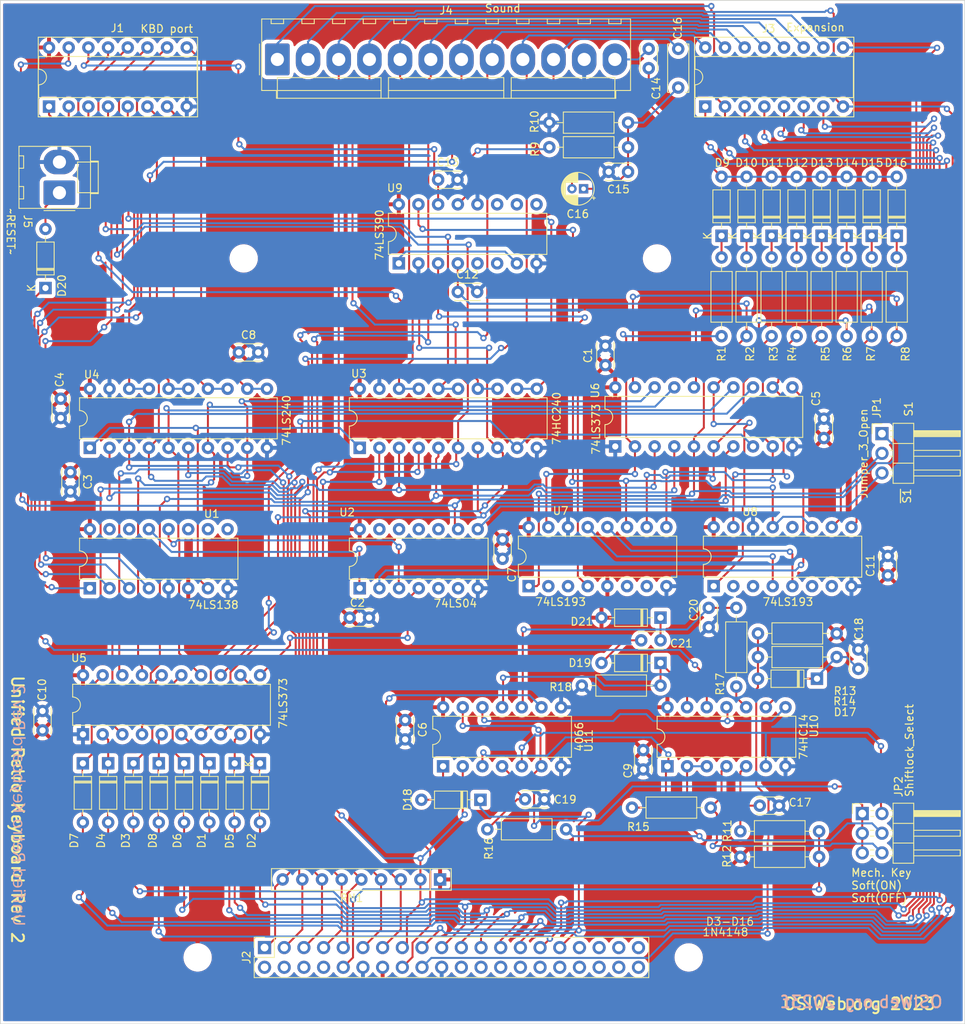
<source format=kicad_pcb>
(kicad_pcb (version 20221018) (generator pcbnew)
  (title_block (title "Unified Retro Keyboard") (date "2023-11-22") (rev "2"))
  (layers (0 "F.Cu" signal) (31 "B.Cu" signal) (34 "B.Paste" user) (35 "F.Paste" user) (36 "B.SilkS" user "B.Silkscreen") (37 "F.SilkS" user "F.Silkscreen") (38 "B.Mask" user) (39 "F.Mask" user) (44 "Edge.Cuts" user))
  (net 0 "")
  (net 1 "+5V")
  (net 2 "/Row3")
  (net 3 "/Row0")
  (net 4 "/Row1")
  (net 5 "/Row4")
  (net 6 "/Row5")
  (net 7 "/Row7")
  (net 8 "/Col0")
  (net 9 "/Col1")
  (net 10 "/Col2")
  (net 11 "/Col3")
  (net 12 "/Col4")
  (net 13 "/Col5")
  (net 14 "/Col6")
  (net 15 "/Col7")
  (net 16 "/Row6")
  (net 17 "/Row2")
  (net 18 "GND")
  (net 19 "/NI")
  (net 20 "/Sound/Noise1")
  (net 21 "Net-(C15-Pad1)")
  (net 22 "/Sound/Noise2")
  (net 23 "Net-(C17-Pad2)")
  (net 24 "Net-(C19-Pad2)")
  (net 25 "Net-(C20-Pad1)")
  (net 26 "Net-(D10-A)")
  (net 27 "Net-(D17-K)")
  (net 28 "Net-(D21-K)")
  (net 29 "Net-(D19-A)")
  (net 30 "Net-(D1-K)")
  (net 31 "Net-(D2-K)")
  (net 32 "Net-(D3-K)")
  (net 33 "Net-(D4-K)")
  (net 34 "/special_keys/Break_1")
  (net 35 "Net-(D5-K)")
  (net 36 "/D6")
  (net 37 "/D5")
  (net 38 "/~{KBE}")
  (net 39 "/D4")
  (net 40 "/~{A1}")
  (net 41 "/D3")
  (net 42 "/~{A0}")
  (net 43 "/D2")
  (net 44 "/R-~{W}")
  (net 45 "/D1")
  (net 46 "/D7")
  (net 47 "/D0")
  (net 48 "Net-(D6-K)")
  (net 49 "Net-(D7-K)")
  (net 50 "Net-(D8-K)")
  (net 51 "Net-(D9-K)")
  (net 52 "Net-(D10-K)")
  (net 53 "Net-(D11-K)")
  (net 54 "Net-(D12-K)")
  (net 55 "Net-(D13-K)")
  (net 56 "Net-(D14-K)")
  (net 57 "Net-(D15-K)")
  (net 58 "Net-(D16-K)")
  (net 59 "Net-(D18-A)")
  (net 60 "Net-(D19-K)")
  (net 61 "/special_keys/ShiftLock_LED-")
  (net 62 "/special_keys/ShiftLock_1")
  (net 63 "Net-(D20-K)")
  (net 69 "/Sound/S0")
  (net 70 "/Sound/S1")
  (net 71 "/Sound/S2")
  (net 72 "/Sound/S3")
  (net 73 "/Sound/S4")
  (net 74 "/Sound/S5")
  (net 75 "/Sound/S6")
  (net 76 "/Sound/S7")
  (net 78 "Net-(R15-Pad1)")
  (net 79 "Net-(R17-Pad2)")
  (net 80 "/Sound/SOUND_EN")
  (net 81 "/Sound/KD3")
  (net 82 "/Sound/KD2")
  (net 83 "/Sound/KD1")
  (net 84 "/Sound/KD0")
  (net 85 "/Sound/KD7")
  (net 86 "/Sound/KD6")
  (net 87 "/Sound/KD5")
  (net 88 "/Sound/KD4")
  (net 95 "Net-(U10-Pad11)")
  (net 96 "/special_keys/~{RESET}")
  (net 103 "Net-(JP1-B)")
  (net 104 "Net-(JP2-Pin_1)")
  (net 105 "Net-(JP2-Pin_2)")
  (net 106 "Net-(JP2-Pin_4)")
  (net 107 "Net-(JP2-Pin_6)")
  (net 108 "Net-(U9B-Q0)")
  (net 109 "Net-(U1-O7)")
  (net 113 "Net-(U1-O3)")
  (net 114 "Net-(U1-O2)")
  (net 117 "Net-(U5-LE)")
  (net 122 "/~{S1}")
  (net 127 "Net-(U7-DOWN)")
  (net 130 "Net-(U7-~{LOAD})")
  (net 131 "Net-(U7-~{CO})")
  (net 132 "Net-(U7-~{BO})")
  (net 138 "Net-(U9A-Q3)")
  (footprint "Capacitor_THT:C_Disc_D3.0mm_W2.0mm_P2.50mm" (layer "F.Cu") (at 196.2085 130.456)
    (fp_text reference "C2")
    (fp_text value "0.1uF")
  )
  (footprint "Capacitor_THT:C_Disc_D3.0mm_W2.0mm_P2.50mm" (layer "F.Cu") (at 160.1724 111.6784 -90)
    (fp_text reference "C3")
    (fp_text value "0.1uF")
  )
  (footprint "Capacitor_THT:C_Disc_D3.0mm_W2.0mm_P2.50mm" (layer "F.Cu") (at 158.9175 102.1985 -90)
    (fp_text reference "C4")
    (fp_text value "0.1uF")
  )
  (footprint "Capacitor_THT:C_Disc_D3.0mm_W2.0mm_P2.50mm" (layer "F.Cu") (at 257.406 107.2785 90)
    (fp_text reference "C5")
    (fp_text value "0.1uF")
  )
  (footprint "Capacitor_THT:C_Disc_D3.0mm_W2.0mm_P2.50mm" (layer "F.Cu") (at 203.3675 143.664 -90)
    (fp_text reference "C6")
    (fp_text value "0.1uF")
  )
  (footprint "Capacitor_THT:C_Disc_D3.0mm_W2.0mm_P2.50mm" (layer "F.Cu") (at 181.9045 96.2295)
    (fp_text reference "C8")
    (fp_text value "0.1uF")
  )
  (footprint "Capacitor_THT:C_Disc_D3.0mm_W2.0mm_P2.50mm" (layer "F.Cu") (at 234.0864 147.5432 -90)
    (fp_text reference "C9")
    (fp_text value "0.1uF" hide)
  )
  (footprint "Capacitor_THT:C_Disc_D3.0mm_W2.0mm_P2.50mm" (layer "F.Cu") (at 207.622 73.941)
    (fp_text reference "C13")
    (fp_text value "220 pF")
  )
  (footprint "Capacitor_THT:C_Disc_D3.0mm_W2.0mm_P2.50mm" (layer "F.Cu") (at 232.133 72.925 180)
    (fp_text reference "C15")
    (fp_text value "0.1uF")
  )
  (footprint "Capacitor_THT:C_Disc_D3.0mm_W2.0mm_P2.50mm" (layer "F.Cu") (at 251.6275 154.713 180)
    (fp_text reference "C17")
    (fp_text value "0.33uF")
  )
  (footprint "Capacitor_THT:C_Disc_D3.0mm_W2.0mm_P2.50mm" (layer "F.Cu") (at 221.338 153.8875 180)
    (fp_text reference "C19")
    (fp_text value "0.1uF")
  )
  (footprint "unikbd:D_DO-35_SOD27_P7.62mm_Horizontal_bypassed" (layer "F.Cu") (at 178.10357 149.252 -90)
    (fp_text reference "D1")
    (fp_text value "1N4148")
  )
  (footprint "unikbd:D_DO-35_SOD27_P7.62mm_Horizontal_bypassed" (layer "F.Cu") (at 168.306428 149.252 -90)
    (fp_text reference "D3")
    (fp_text value "1N4148")
  )
  (footprint "unikbd:D_DO-35_SOD27_P7.62mm_Horizontal_bypassed" (layer "F.Cu") (at 165.040714 149.252 -90)
    (fp_text reference "D4")
    (fp_text value "1N4148")
  )
  (footprint "unikbd:D_DO-35_SOD27_P7.62mm_Horizontal_bypassed" (layer "F.Cu") (at 174.837856 149.252 -90)
    (fp_text reference "D6")
    (fp_text value "1N4148")
  )
  (footprint "unikbd:D_DO-35_SOD27_P7.62mm_Horizontal_bypassed" (layer "F.Cu") (at 161.775 149.252 -90)
    (fp_text reference "D7")
    (fp_text value "1N4148")
  )
  (footprint "unikbd:D_DO-35_SOD27_P7.62mm_Horizontal_bypassed" (layer "F.Cu") (at 171.572142 149.252 -90)
    (fp_text reference "D8")
    (fp_text value "1N4148")
  )
  (footprint "Package_DIP:DIP-16_W7.62mm_Socket" (layer "F.Cu") (at 242.1025 64.5 90)
    (fp_text reference "J3")
    (fp_text value "Expansion")
  )
  (footprint "Resistor_THT:R_Axial_DIN0207_L6.3mm_D2.5mm_P10.16mm_Horizontal" (layer "F.Cu") (at 232.133 69.75 180)
    (fp_text reference "R9")
    (fp_text value "4.7k")
  )
  (footprint "Resistor_THT:R_Axial_DIN0207_L6.3mm_D2.5mm_P10.16mm_Horizontal" (layer "F.Cu") (at 259.057 132.488 180)
    (fp_text reference "R13")
    (fp_text value "1k")
  )
  (footprint "Resistor_THT:R_Axial_DIN0207_L6.3mm_D2.5mm_P10.16mm_Horizontal" (layer "F.Cu") (at 248.897 135.536)
    (fp_text reference "R14")
    (fp_text value "1M")
  )
  (footprint "Resistor_THT:R_Axial_DIN0207_L6.3mm_D2.5mm_P10.16mm_Horizontal" (layer "F.Cu") (at 213.972 157.761)
    (fp_text reference "R16")
    (fp_text value "220k")
  )
  (footprint "Package_DIP:DIP-20_W7.62mm" (layer "F.Cu") (at 230.482 108.358 90)
    (fp_text reference "U6")
    (fp_text value "74LS373")
  )
  (footprint "Package_DIP:DIP-16_W7.62mm" (layer "F.Cu") (at 202.542 84.736 90)
    (fp_text reference "U9")
    (fp_text value "74LS390")
  )
  (footprint "Package_DIP:DIP-20_W7.62mm" (layer "F.Cu") (at 161.7877 145.5055 90)
    (fp_text reference "U5")
    (fp_text value "74LS373")
  )
  (footprint "Connector_PinHeader_2.54mm:PinHeader_1x03_P2.54mm_Horizontal" (layer "F.Cu") (at 264.899 106.707)
    (fp_text reference "JP1")
    (fp_text value "Jumper_3_Open")
  )
  (footprint "Connector_Molex:Molex_KK-396_A-41791-0012_1x12_P3.96mm_Vertical" (layer "F.Cu") (at 186.87435 58.42)
    (fp_text reference "J4")
    (fp_text value "Sound")
  )
  (footprint "Package_DIP:DIP-20_W7.62mm" (layer "F.Cu") (at 197.5001 108.5358 90)
    (fp_text reference "U3")
    (fp_text value "74HC240")
  )
  (footprint "Package_DIP:DIP-20_W7.62mm" (layer "F.Cu") (at 162.674 108.5358 90)
    (fp_text reference "U4")
    (fp_text value "74LS240")
  )
  (footprint "Package_DIP:DIP-14_W7.62mm" (layer "F.Cu") (at 197.5001 126.65505 90)
    (fp_text reference "U2")
    (fp_text value "74LS04")
  )
  (footprint "Package_DIP:DIP-16_W7.62mm_Socket" (layer "F.Cu") (at 157.4062 64.5 90)
    (fp_text reference "J1")
    (fp_text value "KBD port")
  )
  (footprint "Resistor_THT:R_Array_SIP9" (layer "F.Cu") (at 207.876 164.238 180)
    (fp_text reference "RN1")
    (fp_text value "4.7k")
  )
  (footprint "Package_DIP:DIP-16_W7.62mm" (layer "F.Cu") (at 162.674 126.65505 90)
    (fp_text reference "U1")
    (fp_text value "74LS138")
  )
  (footprint "Package_DIP:DIP-14_W7.62mm" (layer "F.Cu") (at 237.213 149.633 90)
    (fp_text reference "U10")
    (fp_text value "74HC14")
  )
  (footprint "unikbd:D_DO-35_SOD27_P7.62mm_Horizontal_bypassed" (layer "F.Cu") (at 184.635 149.252 -90)
    (fp_text reference "D2")
    (fp_text value "1N4148")
  )
  (footprint "Connector_PinHeader_2.54mm:PinHeader_2x03_P2.54mm_Horizontal" (layer "F.Cu") (at 262.359 155.729)
    (fp_text reference "JP2")
    (fp_text value "Shiftlock_Select")
  )
  (footprint "Capacitor_THT:C_Disc_D3.0mm_W2.0mm_P2.50mm" (layer "F.Cu") (at 229.2096 97.8716 90)
    (fp_text reference "C1")
    (fp_text value "0.1uF")
  )
  (footprint "Package_DIP:DIP-14_W7.62mm" (layer "F.Cu") (at 208.257 149.633 90)
    (fp_text reference "U11")
    (fp_text value "4066")
  )
  (footprint "Capacitor_THT:C_Disc_D3.0mm_W2.0mm_P2.50mm" (layer "F.Cu") (at 261.851 137.06 90)
    (fp_text reference "C18")
    (fp_text value "6.8 uF")
  )
  (footprint "Resistor_THT:R_Axial_DIN0207_L6.3mm_D2.5mm_P10.16mm_Horizontal" (layer "F.Cu") (at 232.133 66.575 180)
    (fp_text reference "R10")
    (fp_text value "1k")
  )
  (footprint "Capacitor_THT:C_Disc_D3.0mm_W2.0mm_P2.50mm" (layer "F.Cu") (at 215.9405 120.3595 -90)
    (fp_text reference "C7")
    (fp_text value "0.1uF")
  )
  (footprint "Diode_THT:D_DO-35_SOD27_P7.62mm_Horizontal" (layer "F.Cu") (at 256.517 138.33 180)
    (fp_text reference "D17")
    (fp_text value "1N4148")
  )
  (footprint "Diode_THT:D_DO-35_SOD27_P7.62mm_Horizontal" (layer "F.Cu") (at 156.949 87.911 90)
    (fp_text reference "D20")
    (fp_text value "1N4148")
  )
  (footprint "Resistor_THT:R_Axial_DIN0207_L6.3mm_D2.5mm_P10.16mm_Horizontal" (layer "F.Cu") (at 256.7875 158.015 180)
    (fp_text reference "R12")
    (fp_text value "100k")
  )
  (footprint "Resistor_THT:R_Axial_DIN0207_L6.3mm_D2.5mm_P10.16mm_Horizontal" (layer "F.Cu") (at 232.641 154.967)
    (fp_text reference "R15")
    (fp_text value "22k")
  )
  (footprint "Diode_THT:D_DO-35_SOD27_P7.62mm_Horizontal" (layer "F.Cu") (at 213.083 153.951 180)
    (fp_text reference "D18")
    (fp_text value "1N4148")
  )
  (footprint "Resistor_THT:R_Axial_DIN0207_L6.3mm_D2.5mm_P10.16mm_Horizontal" (layer "F.Cu") (at 246.6275 161.317)
    (fp_text reference "R11")
    (fp_text value "1k")
  )
  (footprint "Package_DIP:DIP-16_W7.62mm" (layer "F.Cu") (at 243.182 126.392 90)
    (fp_text reference "U8")
    (fp_text value "74LS193")
  )
  (footprint "Package_DIP:DIP-16_W7.62mm" (layer "F.Cu") (at 219.306 126.392 90)
    (fp_text reference "U7")
    (fp_text value "74LS193")
  )
  (footprint "Diode_THT:D_DO-35_SOD27_P7.62mm_Horizontal" (layer "F.Cu") (at 236.324 130.456 180)
    (fp_text reference "D21")
    (fp_text value "1N4148")
  )
  (footprint "Diode_THT:D_DO-35_SOD27_P7.62mm_Horizontal" (layer "F.Cu") (at 236.324 136.298 180)
    (fp_text reference "D19")
    (fp_text value "1N4148")
  )
  (footprint "Resistor_THT:R_Axial_DIN0207_L6.3mm_D2.5mm_P10.16mm_Horizontal" (layer "F.Cu") (at 226.164 139.219)
    (fp_text reference "R18")
    (fp_text value "1K")
  )
  (footprint "Capacitor_THT:C_Disc_D3.0mm_W2.0mm_P2.50mm" (layer "F.Cu") (at 236.324 133.377 180)
    (fp_text reference "C21")
    (fp_text value "10uF")
  )
  (footprint "Resistor_THT:R_Axial_DIN0207_L6.3mm_D2.5mm_P10.16mm_Horizontal" (layer "F.Cu") (at 246.103 129.186 -90)
    (fp_text reference "R17")
    (fp_text value "1k")
  )
  (footprint "Capacitor_THT:C_Disc_D3.0mm_W2.0mm_P2.50mm" (layer "F.Cu") (at 242.547 129.186 -90)
    (fp_text reference "C20")
    (fp_text value "0.1 uF")
  )
  (footprint "Capacitor_THT:C_Disc_D3.0mm_W2.0mm_P2.50mm" (layer "F.Cu") (at 265.661 124.995 90)
    (fp_text reference "C11")
    (fp_text value "0.1 uF")
  )
  (footprint "Capacitor_THT:C_Disc_D3.0mm_W2.0mm_P2.50mm" (layer "F.Cu") (at 156.568 144.9975 90)
    (fp_text reference "C10")
    (fp_text value "0.1 uF")
  )
  (footprint "Connector_Molex:Molex_KK-396_A-41791-0002_1x02_P3.96mm_Vertical" (layer "F.Cu") (at 158.75 75.6174 90)
    (fp_text reference "J5")
    (fp_text value "~RESET~")
  )
  (footprint "Capacitor_THT:C_Disc_D3.0mm_W2.0mm_P2.50mm" (layer "F.Cu") (at 210.162 88.419)
    (fp_text reference "C12")
    (fp_text value "220 pF")
  )
  (footprint "Capacitor_THT:C_Disc_D3.0mm_W2.0mm_P2.50mm" (layer "F.Cu") (at 234.8 57.05 -90)
    (fp_text reference "C14")
    (fp_text value "33uF")
  )
  (footprint "Capacitor_THT:C_Disc_D6.0mm_W2.5mm_P5.00mm" (layer "F.Cu") (at 238.61 57.05 -90)
    (fp_text reference "C16")
    (fp_text value "C")
  )
  (footprint "unikbd:kbd_header_and_mounting_holes" (layer "F.Cu") (at 185.397 175.5918 90)
    (fp_text reference "J2")
    (fp_text value "Key Matrix")
  )
  (footprint "Resistor_THT:R_Axial_DIN0207_L6.3mm_D2.5mm_P10.16mm_Horizontal" (layer "F.Cu") (at 244.198 83.974 -90)
    (fp_text reference "R1")
    (fp_text value "68K")
  )
  (footprint "Resistor_THT:R_Axial_DIN0207_L6.3mm_D2.5mm_P10.16mm_Horizontal" (layer "F.Cu") (at 247.427428 83.974 -90)
    (fp_text reference "R2")
    (fp_text value "33K")
  )
  (footprint "Resistor_THT:R_Axial_DIN0207_L6.3mm_D2.5mm_P10.16mm_Horizontal" (layer "F.Cu") (at 250.656856 83.974 -90)
    (fp_text reference "R3")
    (fp_text value "16K")
  )
  (footprint "Resistor_THT:R_Axial_DIN0207_L6.3mm_D2.5mm_P10.16mm_Horizontal" (layer "F.Cu") (at 253.886284 83.974 -90)
    (fp_text reference "R4")
    (fp_text value "8.2K")
  )
  (footprint "Resistor_THT:R_Axial_DIN0207_L6.3mm_D2.5mm_P10.16mm_Horizontal" (layer "F.Cu") (at 257.115712 83.974 -90)
    (fp_text reference "R5")
    (fp_text value "3.9K")
  )
  (footprint "Resistor_THT:R_Axial_DIN0207_L6.3mm_D2.5mm_P10.16mm_Horizontal" (layer "F.Cu") (at 260.34514 83.974 -90)
    (fp_text reference "R6")
    (fp_text value "2K")
  )
  (footprint "Resistor_THT:R_Axial_DIN0207_L6.3mm_D2.5mm_P10.16mm_Horizontal" (layer "F.Cu") (at 263.574568 83.974 -90)
    (fp_text reference "R7")
    (fp_text value "1K")
  )
  (footprint "Resistor_THT:R_Axial_DIN0207_L6.3mm_D2.5mm_P10.16mm_Horizontal" (layer "F.Cu") (at 266.804 83.974 -90)
    (fp_text reference "R8")
    (fp_text value "510K")
  )
  (footprint "Diode_THT:D_DO-35_SOD27_P7.62mm_Horizontal" (layer "F.Cu") (at 244.198 81.18 90)
    (fp_text reference "D9")
    (fp_text value "1N4148")
  )
  (footprint "Diode_THT:D_DO-35_SOD27_P7.62mm_Horizontal" (layer "F.Cu") (at 247.427428 81.18 90)
    (fp_text reference "D10")
    (fp_text value "1N4148")
  )
  (footprint "Diode_THT:D_DO-35_SOD27_P7.62mm_Horizontal" (layer "F.Cu") (at 250.656856 81.18 90)
    (fp_text reference "D11")
    (fp_text value "1N4148")
  )
  (footprint "Diode_THT:D_DO-35_SOD27_P7.62mm_Horizontal" (layer "F.Cu") (at 253.886284 81.18 90)
    (fp_text reference "D12")
    (fp_text value "1N4148")
  )
  (footprint "Diode_THT:D_DO-35_SOD27_P7.62mm_Horizontal" (layer "F.Cu") (at 257.115712 81.18 90)
    (fp_text reference "D13")
    (fp_text value "1N4148")
  )
  (footprint "Diode_THT:D_DO-35_SOD27_P7.62mm_Horizontal" (layer "F.Cu") (at 260.34514 81.18 90)
    (fp_text reference "D14")
    (fp_text value "1N4148")
  )
  (footprint "Diode_THT:D_DO-35_SOD27_P7.62mm_Horizontal" (layer "F.Cu") (at 263.574568 81.18 90)
    (fp_text reference "D15")
    (fp_text value "1N4148")
  )
  (footprint "Diode_THT:D_DO-35_SOD27_P7.62mm_Horizontal" (layer "F.Cu") (at 266.804 81.18 90)
    (fp_text reference "D16")
    (fp_text value "1N4148")
  )
  (footprint "Capacitor_THT:CP_Radial_D4.0mm_P1.50mm" (layer "F.Cu") (at 226.394 75.1094 180)
    (fp_text reference "C16")
    (fp_text value "33 uF")
  )
  (footprint "unikbd:D_DO-35_SOD27_P7.62mm_Horizontal_bypassed" (layer "F.Cu") (at 181.369285 149.252 -90)
    (fp_text reference "D5")
    (fp_text value "1N4148")
  )
  (gr_line (start 151.13 50.8) (end 275.59 50.8) (stroke (width 0.1)) (layer "Edge.Cuts"))
  (gr_line (start 151.13 182.88) (end 151.13 50.8) (stroke (width 0.1)) (layer "Edge.Cuts"))
  (gr_line (start 275.59 50.8) (end 275.59 182.88) (stroke (width 0.1)) (layer "Edge.Cuts"))
  (gr_line (start 275.59 182.88) (end 151.13 182.88) (stroke (width 0.1)) (layer "Edge.Cuts"))
  (gr_text "${TITLE} Rev ${REVISION}" (at 153.4057 154.6368 270) (layer "B.SilkS") (effects (font (size 1.524 1.524) (thickness 0.254)) (justify mirror)))
  (gr_text "OSIWeb.org 2023£" (at 262.2193 180.0368) (layer "B.SilkS") (effects (font (size 1.524 1.524) (thickness 0.254)) (justify mirror)))
  (gr_text "${TITLE} Rev ${REVISION}" (at 153.3295 155.221 270) (layer "F.SilkS") (effects (font (size 1.524 1.524) (thickness 0.254))))
  (gr_text "OSIWeb.org 2023" (at 261.978 180.2908) (layer "F.SilkS") (effects (font (size 1.524 1.524) (thickness 0.254))))
  (gr_text "~{S1}" (at 268.1248 114.75372 90) (layer "F.SilkS") (effects (font (size 1.016 1.016) (thickness 0.1524))))
  (gr_text "1N4148" (at 244.706 171.0452) (layer "F.SilkS") (effects (font (size 1.016 1.016) (thickness 0.127))))
  (gr_text "S1" (at 268.33816 103.52184 90) (layer "F.SilkS") (effects (font (size 1.016 1.016) (thickness 0.1524))))
  (gr_text "Mech. Key\nSoft(ON)\nSoft(OFF)" (at 260.8477 165) (layer "F.SilkS") (effects (font (size 1.016 1.016) (thickness 0.1524)) (justify left)))
  (gr_text "D3-D16" (at 245.2902 169.6736) (layer "F.SilkS") (effects (font (size 1.016 1.016) (thickness 0.127))))
  (segment (start 270.660728 168.897555) (end 270.254329 168.491156) (width 0.254) (layer "F.Cu") (net 2))
  (segment (start 270.254329 168.097566) (end 271.150541 167.201354) (width 0.254) (layer "F.Cu") (net 2))
  (segment (start 218.373357 169.143354) (end 218.373357 169.408443) (width 0.254) (layer "F.Cu") (net 2))
  (segment (start 271.150542 69.510927) (end 271.509149 69.15232) (width 0.254) (layer "F.Cu") (net 2))
  (segment (start 181.369284 167.196166) (end 182.068141 167.895023) (width 0.254) (layer "F.Cu") (net 2))
  (segment (start 249.7225 64.5) (end 249.7225 68.4165) (width 0.254) (layer "F.Cu") (net 2))
  (segment (start 218.373357 169.408443) (end 215.6992 172.0826) (width 0.254) (layer "F.Cu") (net 2))
  (segment (start 271.150541 167.201354) (end 271.150542 69.510927) (width 0.254) (layer "F.Cu") (net 2))
  (segment (start 215.6992 172.0826) (end 215.6992 173.0264) (width 0.254) (layer "F.Cu") (net 2))
  (segment (start 181.369284 156.872) (end 181.369284 167.196166) (width 0.254) (layer "F.Cu") (net 2))
  (segment (start 270.254329 168.491156) (end 270.254329 168.097566) (width 0.254) (layer "F.Cu") (net 2))
  (via (at 182.068141 167.895023) (size 0.8128) (drill 0.4064) (layers "F.Cu" "B.Cu") (net 2))
  (via (at 249.7225 68.4165) (size 0.8128) (drill 0.4064) (layers "F.Cu" "B.Cu") (net 2))
  (via (at 270.660728 168.897555) (size 0.8128) (drill 0.4064) (layers "F.Cu" "B.Cu") (net 2))
  (via (at 218.373357 169.143354) (size 0.8128) (drill 0.4064) (layers "F.Cu" "B.Cu") (net 2))
  (via (at 271.509149 69.15232) (size 0.8128) (drill 0.4064) (layers "F.Cu" "B.Cu") (net 2))
  (segment (start 249.7225 68.4165) (end 250.45832 69.15232) (width 0.254) (layer "B.Cu") (net 2))
  (segment (start 209.815494 168.863955) (end 210.501292 169.549753) (width 0.254) (layer "B.Cu") (net 2))
  (segment (start 218.779756 168.736955) (end 221.250076 168.736955) (width 0.254) (layer "B.Cu") (net 2))
  (segment (start 218.373357 169.143354) (end 218.779756 168.736955) (width 0.254) (layer "B.Cu") (net 2))
  (segment (start 217.966958 169.549753) (end 218.373357 169.143354) (width 0.254) (layer "B.Cu") (net 2))
  (segment (start 182.068141 167.895023) (end 182.998963 168.825845) (width 0.254) (layer "B.Cu") (net 2))
  (segment (start 224.867631 169.613244) (end 236.813284 169.613244) (width 0.254) (layer "B.Cu") (net 2))
  (segment (start 206.444243 169.295741) (end 206.876029 168.863955) (width 0.254) (layer "B.Cu") (net 2))
  (segment (start 195.681772 169.295741) (end 206.444243 169.295741) (width 0.254) (layer "B.Cu") (net 2))
  (segment (start 224.69292 169.787955) (end 224.867631 169.613244) (width 0.254) (layer "B.Cu") (net 2))
  (segment (start 195.211876 168.825845) (end 195.681772 169.295741) (width 0.254) (layer "B.Cu") (net 2))
  (segment (start 182.998963 168.825845) (end 195.211876 168.825845) (width 0.254) (layer "B.Cu") (net 2))
  (segment (start 250.45832 69.15232) (end 271.509149 69.15232) (width 0.254) (layer "B.Cu") (net 2))
  (segment (start 263.803574 169.130765) (end 265.196578 170.523769) (width 0.254) (layer "B.Cu") (net 2))
  (segment (start 249.222197 169.130765) (end 263.803574 169.130765) (width 0.254) (layer "B.Cu") (net 2))
  (segment (start 249.022203 169.330757) (end 249.222197 169.130765) (width 0.254) (layer "B.Cu") (net 2))
  (segment (start 269.203638 170.523769) (end 270.660728 169.066679) (width 0.254) (layer "B.Cu") (net 2))
  (segment (start 210.501292 169.549753) (end 217.966958 169.549753) (width 0.254) (layer "B.Cu") (net 2))
  (segment (start 236.813284 169.613244) (end 237.095772 169.330756) (width 0.254) (layer "B.Cu") (net 2))
  (segment (start 270.660728 169.066679) (end 270.660728 168.897555) (width 0.254) (layer "B.Cu") (net 2))
  (segment (start 265.196578 170.523769) (end 269.203638 170.523769) (width 0.254) (layer "B.Cu") (net 2))
  (segment (start 206.876029 168.863955) (end 209.815494 168.863955) (width 0.254) (layer "B.Cu") (net 2))
  (segment (start 221.250076 168.736955) (end 222.301077 169.787956) (width 0.254) (layer "B.Cu") (net 2))
  (segment (start 237.095772 169.330756) (end 249.022203 169.330757) (width 0.254) (layer "B.Cu") (net 2))
  (segment (start 222.301077 169.787956) (end 224.69292 169.787955) (width 0.254) (layer "B.Cu") (net 2))
  (segment (start 225.783 157.15459) (end 225.783 170.800665) (width 0.254) (layer "F.Cu") (net 3))
  (segment (start 165.040714 168.011714) (end 165.585 168.556) (width 0.254) (layer "F.Cu") (net 3))
  (segment (start 242.1025 69.0515) (end 242.801 69.75) (width 0.254) (layer "F.Cu") (net 3))
  (segment (start 225.544935 170.800665) (end 223.3192 173.0264) (width 0.254) (layer "F.Cu") (net 3))
  (segment (start 272.298576 167.910833) (end 272.372486 167.910833) (width 0.254) (layer "F.Cu") (net 3))
  (segment (start 242.1025 64.5) (end 242.1025 69.0515) (width 0.254) (layer "F.Cu") (net 3))
  (segment (start 227.053 155.88459) (end 225.783 157.15459) (width 0.254) (layer "F.Cu") (net 3))
  (segment (start 225.783 170.800665) (end 225.544935 170.800665) (width 0.254) (layer "F.Cu") (net 3))
  (segment (start 273.2048 71.579648) (end 273.288914 71.495534) (width 0.254) (layer "F.Cu") (net 3))
  (segment (start 272.372486 167.910833) (end 273.2048 167.078519) (width 0.254) (layer "F.Cu") (net 3))
  (segment (start 165.040714 156.872) (end 165.040714 168.011714) (width 0.254) (layer "F.Cu") (net 3))
  (segment (start 273.2048 167.078519) (end 273.2048 71.579648) (width 0.254) (layer "F.Cu") (net 3))
  (via (at 273.288914 71.495534) (size 0.8128) (drill 0.4064) (layers "F.Cu" "B.Cu") (net 3))
  (via (at 227.053 155.88459) (size 0.8128) (drill 0.4064) (layers "F.Cu" "B.Cu") (net 3))
  (via (at 242.801 69.75) (size 0.8128) (drill 0.4064) (layers "F.Cu" "B.Cu") (net 3))
  (via (at 165.585 168.556) (size 0.8128) (drill 0.4064) (layers "F.Cu" "B.Cu") (net 3))
  (via (at 225.783 170.800665) (size 0.8128) (drill 0.4064) (layers "F.Cu" "B.Cu") (net 3))
  (via (at 272.298576 167.910833) (size 0.8128) (drill 0.4064) (layers "F.Cu" "B.Cu") (net 3))
  (segment (start 166.762867 169.733867) (end 194.835762 169.733867) (width 0.254) (layer "B.Cu") (net 3))
  (segment (start 236.909999 170.800665) (end 237.471886 170.238778) (width 0.254) (layer "B.Cu") (net 3))
  (segment (start 226.799 156.13859) (end 227.053 155.88459) (width 0.254) (layer "B.Cu") (net 3))
  (segment (start 263.427459 170.038786) (end 264.820464 171.431791) (width 0.254) (layer "B.Cu") (net 3))
  (segment (start 225.678313 170.695978) (end 225.783 170.800665) (width 0.254) (layer "B.Cu") (net 3))
  (segment (start 249.59831 170.038786) (end 263.427459 170.038786) (width 0.254) (layer "B.Cu") (net 3))
  (segment (start 272.298576 168.970271) (end 272.298576 167.910833) (width 0.254) (layer "B.Cu") (net 3))
  (segment (start 209.704414 170.695978) (end 225.678313 170.695978) (width 0.254) (layer "B.Cu") (net 3))
  (segment (start 244.952933 71.901933) (end 272.882515 71.901933) (width 0.254) (layer "B.Cu") (net 3))
  (segment (start 249.398318 170.238778) (end 249.59831 170.038786) (width 0.254) (layer "B.Cu") (net 3))
  (segment (start 206.820359 170.203761) (end 207.252143 169.771977) (width 0.254) (layer "B.Cu") (net 3))
  (segment (start 214.21659 156.13859) (end 226.799 156.13859) (width 0.254) (layer "B.Cu") (net 3))
  (segment (start 237.471886 170.238778) (end 249.398318 170.238778) (width 0.254) (layer "B.Cu") (net 3))
  (segment (start 208.780413 169.771977) (end 209.704414 170.695978) (width 0.254) (layer "B.Cu") (net 3))
  (segment (start 165.585 168.556) (end 166.762867 169.733867) (width 0.254) (layer "B.Cu") (net 3))
  (segment (start 242.801 69.75) (end 244.952933 71.901933) (width 0.254) (layer "B.Cu") (net 3))
  (segment (start 194.835762 169.733867) (end 195.305656 170.203761) (width 0.254) (layer "B.Cu") (net 3))
  (segment (start 272.882515 71.901933) (end 273.288914 71.495534) (width 0.254) (layer "B.Cu") (net 3))
  (segment (start 225.783 170.800665) (end 236.909999 170.800665) (width 0.254) (layer "B.Cu") (net 3))
  (segment (start 207.252143 169.771977) (end 208.780413 169.771977) (width 0.254) (layer "B.Cu") (net 3))
  (segment (start 213.083 155.005) (end 214.21659 156.13859) (width 0.254) (layer "B.Cu") (net 3))
  (segment (start 195.305656 170.203761) (end 206.820359 170.203761) (width 0.254) (layer "B.Cu") (net 3))
  (segment (start 269.837056 171.431791) (end 272.298576 168.970271) (width 0.254) (layer "B.Cu") (net 3))
  (segment (start 264.820464 171.431791) (end 269.837056 171.431791) (width 0.254) (layer "B.Cu") (net 3))
  (segment (start 213.083 153.951) (end 213.083 155.005) (width 0.254) (layer "B.Cu") (net 3))
  (segment (start 242.8772 52.112936) (end 242.8772 51.5382) (width 0.254) (layer "F.Cu") (net 4))
  (segment (start 220.7792 173.0264) (end 220.903289 173.0264) (width 0.254) (layer "F.Cu") (net 4))
  (segment (start 272.337961 166.898022) (end 272.337961 166.323286) (width 0.254) (layer "F.Cu") (net 4))
  (segment (start 244.6425 69.9405) (end 245.214 70.512) (width 0.254) (layer "F.Cu") (net 4))
  (segment (start 222.0468 171.882889) (end 223.497 170.432689) (width 0.254) (layer "F.Cu") (net 4))
  (segment (start 220.903289 173.0264) (end 222.0468 171.882889) (width 0.254) (layer "F.Cu") (net 4))
  (segment (start 244.6425 64.5) (end 244.6425 69.9405) (width 0.254) (layer "F.Cu") (net 4))
  (segment (start 223.497 170.432689) (end 223.497 167.232102) (width 0.254) (layer "F.Cu") (net 4))
  (segment (start 171.572142 156.872) (end 171.572142 170.922268) (width 0.254) (layer "F.Cu") (net 4))
  (segment (start 244.6425 64.5) (end 243.2328 63.0903) (width 0.254) (layer "F.Cu") (net 4))
  (segment (start 171.572142 170.922268) (end 171.554 170.94041) (width 0.254) (layer "F.Cu") (net 4))
  (segment (start 243.2328 52.468536) (end 242.8772 52.112936) (width 0.254) (layer "F.Cu") (net 4))
  (segment (start 243.2328 63.0903) (end 243.2328 52.468536) (width 0.254) (layer "F.Cu") (net 4))
  (segment (start 272.337961 166.323286) (end 272.337961 71.147) (width 0.254) (layer "F.Cu") (net 4))
  (via (at 245.214 70.512) (size 0.8128) (drill 0.4064) (layers "F.Cu" "B.Cu") (net 4))
  (via (at 222.0468 171.882889) (size 0.8128) (drill 0.4064) (layers "F.Cu" "B.Cu") (net 4))
  (via (at 272.337961 166.898022) (size 0.8128) (drill 0.4064) (layers "F.Cu" "B.Cu") (net 4))
  (via (at 272.337961 71.147) (size 0.8128) (drill 0.4064) (layers "F.Cu" "B.Cu") (net 4))
  (via (at 223.497 167.232102) (size 0.8128) (drill 0.4064) (layers "F.Cu" "B.Cu") (net 4))
  (via (at 242.8772 51.5382) (size 0.8128) (drill 0.4064) (layers "F.Cu" "B.Cu") (net 4))
  (via (at 171.554 170.94041) (size 0.8128) (drill 0.4064) (layers "F.Cu" "B.Cu") (net 4))
  (segment (start 186.87435 58.42) (end 186.87435 56.37) (width 0.254) (layer "B.Cu") (net 4))
  (segment (start 224.071736 167.232102) (end 224.249533 167.054305) (width 0.254) (layer "B.Cu") (net 4))
  (segment (start 245.849 71.147) (end 272.337961 71.147) (width 0.254) (layer "B.Cu") (net 4))
  (segment (start 191.70615 51.5382) (end 242.8772 51.5382) (width 0.254) (layer "B.Cu") (net 4))
  (segment (start 172.21759 171.604) (end 221.9214 171.604) (width 0.254) (layer "B.Cu") (net 4))
  (segment (start 221.9214 171.604) (end 222.0468 171.7294) (width 0.254) (layer "B.Cu") (net 4))
  (segment (start 245.214 70.512) (end 245.849 71.147) (width 0.254) (layer "B.Cu") (net 4))
  (segment (start 248.079274 167.054305) (end 248.641956 166.491623) (width 0.254) (layer "B.Cu") (net 4))
  (segment (start 224.249533 167.054305) (end 248.079274 167.054305) (width 0.254) (layer "B.Cu") (net 4))
  (segment (start 271.931562 166.491623) (end 272.337961 166.898022) (width 0.254) (layer "B.Cu") (net 4))
  (segment (start 248.641956 166.491623) (end 271.931562 166.491623) (width 0.254) (layer "B.Cu") (net 4))
  (segment (start 171.554 170.94041) (end 172.21759 171.604) (width 0.254) (layer "B.Cu") (net 4))
  (segment (start 223.497 167.232102) (end 224.071736 167.232102) (width 0.254) (layer "B.Cu") (net 4))
  (segment (start 186.87435 56.37) (end 191.70615 51.5382) (width 0.254) (layer "B.Cu") (net 4))
  (segment (start 184.635 166.789825) (end 185.321732 167.476557) (width 0.254) (layer "F.Cu") (net 5))
  (segment (start 272.138 68.25349) (end 271.331741 68.25349) (width 0.254) (layer "F.Cu") (net 5))
  (segment (start 270.696532 68.888699) (end 270.696531 167.013298) (width 0.254) (layer "F.Cu") (net 5))
  (segment (start 271.331741 68.25349) (end 270.696532 68.888699) (width 0.254) (layer "F.Cu") (net 5))
  (segment (start 216.494062 168.689343) (end 215.942857 168.689343) (width 0.254) (layer "F.Cu") (net 5))
  (segment (start 213.1592 171.473) (end 213.1592 173.0264) (width 0.254) (layer "F.Cu") (net 5))
  (segment (start 184.635 156.872) (end 184.635 166.789825) (width 0.254) (layer "F.Cu") (net 5))
  (segment (start 270.696531 167.013298) (end 269.652419 168.05741) (width 0.254) (layer "F.Cu") (net 5))
  (segment (start 269.652419 168.05741) (end 269.652419 168.992956) (width 0.254) (layer "F.Cu") (net 5))
  (segment (start 252.2625 67.55609) (end 251.818 68.00059) (width 0.254) (layer "F.Cu") (net 5))
  (segment (start 252.2625 64.5) (end 252.2625 67.55609) (width 0.254) (layer "F.Cu") (net 5))
  (segment (start 215.942857 168.689343) (end 213.1592 171.473) (width 0.254) (layer "F.Cu") (net 5))
  (via (at 185.321732 167.476557) (size 0.8128) (drill 0.4064) (layers "F.Cu" "B.Cu") (net 5))
  (via (at 251.818 68.00059) (size 0.8128) (drill 0.4064) (layers "F.Cu" "B.Cu") (net 5))
  (via (at 216.494062 168.689343) (size 0.8128) (drill 0.4064) (layers "F.Cu" "B.Cu") (net 5))
  (via (at 269.652419 168.992956) (size 0.8128) (drill 0.4064) (layers "F.Cu" "B.Cu") (net 5))
  (via (at 272.138 68.25349) (size 0.8128) (drill 0.4064) (layers "F.Cu" "B.Cu") (net 5))
  (segment (start 248.834147 168.876747) (end 249.034141 168.676755) (width 0.254) (layer "B.Cu") (net 5))
  (segment (start 216.494062 168.689343) (end 216.900461 168.282944) (width 0.254) (layer "B.Cu") (net 5))
  (segment (start 195.86983 168.841731) (end 206.256185 168.841731) (width 0.254) (layer "B.Cu") (net 5))
  (segment (start 224.679574 169.159233) (end 236.625227 169.159233) (width 0.254) (layer "B.Cu") (net 5))
  (segment (start 236.907717 168.876746) (end 248.834147 168.876747) (width 0.254) (layer "B.Cu") (net 5))
  (segment (start 221.438134 168.282945) (end 222.489134 169.333945) (width 0.254) (layer "B.Cu") (net 5))
  (segment (start 269.652419 169.326787) (end 269.652419 168.992956) (width 0.254) (layer "B.Cu") (net 5))
  (segment (start 251.818 68.00059) (end 252.243676 68.426266) (width 0.254) (layer "B.Cu") (net 5))
  (segment (start 210.003551 168.409944) (end 210.689349 169.095742) (width 0.254) (layer "B.Cu") (net 5))
  (segment (start 271.390488 68.426266) (end 271.563264 68.25349) (width 0.254) (layer "B.Cu") (net 5))
  (segment (start 236.625227 169.159233) (end 236.907717 168.876746) (width 0.254) (layer "B.Cu") (net 5))
  (segment (start 224.504862 169.333945) (end 224.679574 169.159233) (width 0.254) (layer "B.Cu") (net 5))
  (segment (start 206.256185 168.841731) (end 206.687972 168.409944) (width 0.254) (layer "B.Cu") (net 5))
  (segment (start 222.489134 169.333945) (end 224.504862 169.333945) (width 0.254) (layer "B.Cu") (net 5))
  (segment (start 271.563264 68.25349) (end 272.138 68.25349) (width 0.254) (layer "B.Cu") (net 5))
  (segment (start 249.034141 168.676755) (end 263.991632 168.676755) (width 0.254) (layer "B.Cu") (net 5))
  (segment (start 206.687972 168.409944) (end 210.003551 168.409944) (width 0.254) (layer "B.Cu") (net 5))
  (segment (start 263.991632 168.676755) (end 265.384635 170.069758) (width 0.254) (layer "B.Cu") (net 5))
  (segment (start 265.384635 170.069758) (end 268.909448 170.069758) (width 0.254) (layer "B.Cu") (net 5))
  (segment (start 216.087663 169.095742) (end 216.494062 168.689343) (width 0.254) (layer "B.Cu") (net 5))
  (segment (start 216.900461 168.282944) (end 221.438134 168.282945) (width 0.254) (layer "B.Cu") (net 5))
  (segment (start 194.504656 167.476557) (end 195.86983 168.841731) (width 0.254) (layer "B.Cu") (net 5))
  (segment (start 268.909448 170.069758) (end 269.652419 169.326787) (width 0.254) (layer "B.Cu") (net 5))
  (segment (start 252.243676 68.426266) (end 271.390488 68.426266) (width 0.254) (layer "B.Cu") (net 5))
  (segment (start 185.321732 167.476557) (end 194.504656 167.476557) (width 0.254) (layer "B.Cu") (net 5))
  (segment (start 210.689349 169.095742) (end 216.087663 169.095742) (width 0.254) (layer "B.Cu") (net 5))
  (segment (start 270.242521 68.605763) (end 270.242521 166.82524) (width 0.254) (layer "F.Cu") (net 6))
  (segment (start 271.619029 67.229255) (end 270.242521 68.605763) (width 0.254) (layer "F.Cu") (net 6))
  (segment (start 213.897595 168.235332) (end 213.897595 169.058205) (width 0.254) (layer "F.Cu") (net 6))
  (segment (start 268.896322 168.171439) (end 268.896322 169.010148) (width 0.254) (layer "F.Cu") (net 6))
  (segment (start 174.837856 156.872) (end 174.837856 167.910554) (width 0.254) (layer "F.Cu") (net 6))
  (segment (start 254.8025 64.5) (end 254.8025 67.229079) (width 0.254) (layer "F.Cu") (net 6))
  (segment (start 254.8025 67.229079) (end 254.485 67.546579) (width 0.254) (layer "F.Cu") (net 6))
  (segment (start 174.837856 167.910554) (end 174.602 168.14641) (width 0.254) (layer "F.Cu") (net 6))
  (segment (start 270.242521 166.82524) (end 268.896322 168.171439) (width 0.254) (layer "F.Cu") (net 6))
  (segment (start 268.896322 169.010148) (end 268.669453 169.237017) (width 0.254) (layer "F.Cu") (net 6))
  (segment (start 213.897595 169.058205) (end 210.6192 172.3366) (width 0.254) (layer "F.Cu") (net 6))
  (segment (start 210.6192 172.3366) (end 210.6192 173.0264) (width 0.254) (layer "F.Cu") (net 6))
  (via (at 174.602 168.14641) (size 0.8128) (drill 0.4064) (layers "F.Cu" "B.Cu") (net 6))
  (via (at 271.619029 67.229255) (size 0.8128) (drill 0.4064) (layers "F.Cu" "B.Cu") (net 6))
  (via (at 254.485 67.546579) (size 0.8128) (drill 0.4064) (layers "F.Cu" "B.Cu") (net 6))
  (via (at 268.669453 169.237017) (size 0.8128) (drill 0.4064) (layers "F.Cu" "B.Cu") (net 6))
  (via (at 213.897595 168.235332) (size 0.8128) (drill 0.4064) (layers "F.Cu" "B.Cu") (net 6))
  (segment (start 174.602 168.14641) (end 176.005255 166.743155) (width 0.254) (layer "B.Cu") (net 6))
  (segment (start 268.290723 169.615747) (end 268.669453 169.237017) (width 0.254) (layer "B.Cu") (net 6))
  (segment (start 221.62619 167.828933) (end 222.677191 168.879934) (width 0.254) (layer "B.Cu") (net 6))
  (segment (start 176.005255 166.743155) (end 194.413322 166.743155) (width 0.254) (layer "B.Cu") (net 6))
  (segment (start 210.191608 167.955933) (end 210.877406 168.641731) (width 0.254) (layer "B.Cu") (net 6))
  (segment (start 224.316804 168.879934) (end 224.491517 168.705222) (width 0.254) (layer "B.Cu") (net 6))
  (segment (start 236.437172 168.705222) (end 236.719661 168.422736) (width 0.254) (layer "B.Cu") (net 6))
  (segment (start 270.895306 67.952978) (end 271.619029 67.229255) (width 0.254) (layer "B.Cu") (net 6))
  (segment (start 254.485 67.546579) (end 254.891399 67.952978) (width 0.254) (layer "B.Cu") (net 6))
  (segment (start 214.303994 167.828933) (end 221.62619 167.828933) (width 0.254) (layer "B.Cu") (net 6))
  (segment (start 213.491196 168.641731) (end 213.897595 168.235332) (width 0.254) (layer "B.Cu") (net 6))
  (segment (start 248.846085 168.222745) (end 264.179705 168.222745) (width 0.254) (layer "B.Cu") (net 6))
  (segment (start 224.491517 168.705222) (end 236.437172 168.705222) (width 0.254) (layer "B.Cu") (net 6))
  (segment (start 264.179705 168.222745) (end 265.572707 169.615747) (width 0.254) (layer "B.Cu") (net 6))
  (segment (start 213.897595 168.235332) (end 214.303994 167.828933) (width 0.254) (layer "B.Cu") (net 6))
  (segment (start 206.068127 168.387721) (end 206.499915 167.955933) (width 0.254) (layer "B.Cu") (net 6))
  (segment (start 194.413322 166.743155) (end 196.057888 168.387721) (width 0.254) (layer "B.Cu") (net 6))
  (segment (start 210.877406 168.641731) (end 213.491196 168.641731) (width 0.254) (layer "B.Cu") (net 6))
  (segment (start 236.719661 168.422736) (end 248.646091 168.422737) (width 0.254) (layer "B.Cu") (net 6))
  (segment (start 222.677191 168.879934) (end 224.316804 168.879934) (width 0.254) (layer "B.Cu") (net 6))
  (segment (start 254.891399 67.952978) (end 270.895306 67.952978) (width 0.254) (layer "B.Cu") (net 6))
  (segment (start 206.499915 167.955933) (end 210.191608 167.955933) (width 0.254) (layer "B.Cu") (net 6))
  (segment (start 248.646091 168.422737) (end 248.846085 168.222745) (width 0.254) (layer "B.Cu") (net 6))
  (segment (start 265.572707 169.615747) (end 268.290723 169.615747) (width 0.254) (layer "B.Cu") (net 6))
  (segment (start 196.057888 168.387721) (end 206.068127 168.387721) (width 0.254) (layer "B.Cu") (net 6))
  (segment (start 259.082501 63.700001) (end 259.8825 64.5) (width 0.254) (layer "F.Cu") (net 7))
  (segment (start 258.675999 52.528799) (end 258.675999 63.293499) (width 0.254) (layer "F.Cu") (net 7))
  (segment (start 258.675999 63.293499) (end 259.082501 63.700001) (width 0.254) (layer "F.Cu") (net 7))
  (segment (start 273.281 64.797) (end 274.022316 65.538316) (width 0.254) (layer "F.Cu") (net 7))
  (segment (start 258.2696 52.1224) (end 258.675999 52.528799) (width 0.254) (layer "F.Cu") (net 7))
  (segment (start 207.876 170.505387) (end 207.876 170.6896) (width 0.254) (layer "F.Cu") (net 7))
  (segment (start 207.876 170.6896) (end 205.5392 173.0264) (width 0.254) (layer "F.Cu") (net 7))
  (segment (start 161.775 166.016) (end 161.267 166.524) (width 0.254) (layer "F.Cu") (net 7))
  (segment (start 274.022316 65.538316) (end 274.022316 167.560684) (width 0.254) (layer "F.Cu") (net 7))
  (segment (start 274.022316 167.560684) (end 273.408 168.175) (width 0.254) (layer "F.Cu") (net 7))
  (segment (start 161.775 156.872) (end 161.775 166.016) (width 0.254) (layer "F.Cu") (net 7))
  (via (at 273.281 64.797) (size 0.8128) (drill 0.4064) (layers "F.Cu" "B.Cu") (net 7))
  (via (at 161.267 166.524) (size 0.8128) (drill 0.4064) (layers "F.Cu" "B.Cu") (net 7))
  (via (at 207.876 170.505387) (size 0.8128) (drill 0.4064) (layers "F.Cu" "B.Cu") (net 7))
  (via (at 273.408 168.175) (size 0.8128) (drill 0.4064) (layers "F.Cu" "B.Cu") (net 7))
  (via (at 258.2696 52.1224) (size 0.8128) (drill 0.4064) (layers "F.Cu" "B.Cu") (net 7))
  (segment (start 208.520602 171.149989) (end 207.876 170.505387) (width 0.254) (layer "B.Cu") (net 7))
  (segment (start 225.084988 171.149989) (end 208.520602 171.149989) (width 0.254) (layer "B.Cu") (net 7))
  (segment (start 241.864895 52.147919) (end 242.007893 52.290917) (width 0.254) (layer "B.Cu") (net 7))
  (segment (start 164.930878 170.187878) (end 194.647713 170.187878) (width 0.254) (layer "B.Cu") (net 7))
  (segment (start 207.469601 170.911786) (end 207.876 170.505387) (width 0.254) (layer "B.Cu") (net 7))
  (segment (start 194.52634 52.42401) (end 204.480136 52.42401) (width 0.254) (layer "B.Cu") (net 7))
  (segment (start 194.647713 170.187878) (end 195.371621 170.911786) (width 0.254) (layer "B.Cu") (net 7))
  (segment (start 257.694864 52.1224) (end 258.2696 52.1224) (width 0.254) (layer "B.Cu") (net 7))
  (segment (start 161.267 166.524) (end 164.930878 170.187878) (width 0.254) (layer "B.Cu") (net 7))
  (segment (start 263.127397 170.492797) (end 249.786367 170.492797) (width 0.254) (layer "B.Cu") (net 7))
  (segment (start 190.83435 56.116) (end 194.52634 52.42401) (width 0.254) (layer "B.Cu") (net 7))
  (segment (start 204.756232 52.147918) (end 241.864895 52.147919) (width 0.254) (layer "B.Cu") (net 7))
  (segment (start 204.480136 52.42401) (end 204.756232 52.147918) (width 0.254) (layer "B.Cu") (net 7))
  (segment (start 195.371621 170.911786) (end 207.469601 170.911786) (width 0.254) (layer "B.Cu") (net 7))
  (segment (start 249.786367 170.492797) (end 249.535575 170.743589) (width 0.254) (layer "B.Cu") (net 7))
  (segment (start 236.742478 171.610254) (end 225.545253 171.610254) (width 0.254) (layer "B.Cu") (net 7))
  (segment (start 270.271934 171.885802) (end 264.520402 171.885802) (width 0.254) (layer "B.Cu") (net 7))
  (segment (start 273.408 168.749736) (end 270.271934 171.885802) (width 0.254) (layer "B.Cu") (net 7))
  (segment (start 272.984 64.5) (end 273.281 64.797) (width 0.254) (layer "B.Cu") (net 7))
  (segment (start 237.609143 170.743589) (end 236.742478 171.610254) (width 0.254) (layer "B.Cu") (net 7))
  (segment (start 257.526345 52.290919) (end 257.694864 52.1224) (width 0.254) (layer "B.Cu") (net 7))
  (segment (start 190.83435 58.42) (end 190.83435 56.116) (width 0.254) (layer "B.Cu") (net 7))
  (segment (start 259.8825 64.5) (end 272.984 64.5) (width 0.254) (layer "B.Cu") (net 7))
  (segment (start 242.007893 52.290917) (end 257.526345 52.290919) (width 0.254) (layer "B.Cu") (net 7))
  (segment (start 273.408 168.175) (end 273.408 168.749736) (width 0.254) (layer "B.Cu") (net 7))
  (segment (start 264.520402 171.885802) (end 263.127397 170.492797) (width 0.254) (layer "B.Cu") (net 7))
  (segment (start 225.545253 171.610254) (end 225.084988 171.149989) (width 0.254) (layer "B.Cu") (net 7))
  (segment (start 249.535575 170.743589) (end 237.609143 170.743589) (width 0.254) (layer "B.Cu") (net 7))
  (segment (start 272.011 56.923) (end 269.3313 59.6027) (width 0.254) (layer "F.Cu") (net 8))
  (segment (start 205.336 163.10663) (end 205.336 164.238) (width 0.254) (layer "F.Cu") (net 8))
  (segment (start 203.597768 172.427832) (end 202.9992 173.0264) (width 0.254) (layer "F.Cu") (net 8))
  (segment (start 269.3313 166.4478) (end 267.693 168.0861) (width 0.254) (layer "F.Cu") (net 8))
  (segment (start 210.797 149.633) (end 210.797 152.427) (width 0.254) (layer "F.Cu") (net 8))
  (segment (start 205.5265 167.19711) (end 203.597768 169.125842) (width 0.254) (layer "F.Cu") (net 8))
  (segment (start 200.0234 108.992999) (end 200.0401 108.992999) (width 0.254) (layer "F.Cu") (net 8))
  (segment (start 195.176 155.983) (end 192.763 153.57) (width 0.254) (layer "F.Cu") (net 8))
  (segment (start 200.0234 112.93) (end 200.0234 108.992999) (width 0.254) (layer "F.Cu") (net 8))
  (segment (start 203.597768 169.125842) (end 203.597768 172.427832) (width 0.254) (layer "F.Cu") (net 8))
  (segment (start 205.336 167.00661) (end 205.5265 167.19711) (width 0.254) (layer "F.Cu") (net 8))
  (segment (start 210.797 155.602) (end 211.051 155.856) (width 0.254) (layer "F.Cu") (net 8))
  (segment (start 205.5392 167.20981) (end 205.5265 167.19711) (width 0.254) (layer "F.Cu") (net 8))
  (segment (start 210.797 152.427) (end 210.797 155.602) (width 0.254) (layer "F.Cu") (net 8))
  (segment (start 192.763 153.57) (end 192.763 112.93) (width 0.254) (layer "F.Cu") (net 8))
  (segment (start 205.336 161.4932) (end 205.336 163.10663) (width 0.254) (layer "F.Cu") (net 8))
  (segment (start 269.3313 59.6027) (end 269.3313 166.4478) (width 0.254) (layer "F.Cu") (net 8))
  (segment (start 205.336 164.238) (end 205.336 167.00661) (width 0.254) (layer "F.Cu") (net 8))
  (via (at 205.336 161.4932) (size 0.8128) (drill 0.4064) (layers "F.Cu" "B.Cu") (net 8))
  (via (at 195.176 155.983) (size 0.8128) (drill 0.4064) (layers "F.Cu" "B.Cu") (net 8))
  (via (at 192.763 112.93) (size 0.8128) (drill 0.4064) (layers "F.Cu" "B.Cu") (net 8))
  (via (at 211.051 155.856) (size 0.8128) (drill 0.4064) (layers "F.Cu" "B.Cu") (net 8))
  (via (at 272.011 56.923) (size 0.8128) (drill 0.4064) (layers "F.Cu" "B.Cu") (net 8))
  (via (at 205.5265 167.19711) (size 0.8128) (drill 0.4064) (layers "F.Cu" "B.Cu") (net 8))
  (via (at 267.693 168.0861) (size 0.8128) (drill 0.4064) (layers "F.Cu" "B.Cu") (net 8))
  (via (at 200.0234 112.93) (size 0.8128) (drill 0.4064) (layers "F.Cu" "B.Cu") (net 8))
  (segment (start 271.968 56.88) (end 272.011 56.923) (width 0.254) (layer "B.Cu") (net 8))
  (segment (start 259.8825 56.88) (end 271.968 56.88) (width 0.254) (layer "B.Cu") (net 8))
  (segment (start 236.059736 167.794) (end 236.342224 167.511516) (width 0.254) (layer "B.Cu") (net 8))
  (segment (start 200.0504 112.903) (end 200.0234 112.93) (width 0.254) (layer "B.Cu") (net 8))
  (segment (start 236.342224 167.511516) (end 248.268654 167.511516) (width 0.254) (layer "B.Cu") (net 8))
  (segment (start 266.918427 167.311527) (end 267.286601 167.679701) (width 0.254) (layer "B.Cu") (net 8))
  (segment (start 223.939365 167.968712) (end 224.114078 167.794) (width 0.254) (layer "B.Cu") (net 8))
  (segment (start 248.268654 167.511516) (end 248.468643 167.311527) (width 0.254) (layer "B.Cu") (net 8))
  (segment (start 223.05463 167.968712) (end 223.939365 167.968712) (width 0.254) (layer "B.Cu") (net 8))
  (segment (start 200.0234 112.93) (end 192.763 112.93) (width 0.254) (layer "B.Cu") (net 8))
  (segment (start 200.6862 161.4932) (end 205.4138 161.4932) (width 0.254) (layer "B.Cu") (net 8))
  (segment (start 224.114078 167.794) (end 236.059736 167.794) (width 0.254) (layer "B.Cu") (net 8))
  (segment (start 195.176 155.983) (end 200.6862 161.4932) (width 0.254) (layer "B.Cu") (net 8))
  (segment (start 248.468643 167.311527) (end 266.918427 167.311527) (width 0.254) (layer "B.Cu") (net 8))
  (segment (start 267.286601 167.679701) (end 267.693 168.0861) (width 0.254) (layer "B.Cu") (net 8))
  (segment (start 205.4138 161.4932) (end 211.051 155.856) (width 0.254) (layer "B.Cu") (net 8))
  (segment (start 205.932899 166.790711) (end 221.876629 166.790711) (width 0.254) (layer "B.Cu") (net 8))
  (segment (start 221.876629 166.790711) (end 223.05463 167.968712) (width 0.254) (layer "B.Cu") (net 8))
  (segment (start 205.5265 167.19711) (end 205.932899 166.790711) (width 0.254) (layer "B.Cu") (net 8))
  (segment (start 202.34083 164.238) (end 191.991492 153.888662) (width 0.254) (layer "F.Cu") (net 9))
  (segment (start 205.1201 111.479628) (end 204.9526 111.647128) (width 0.254) (layer "F.Cu") (net 9))
  (segment (start 191.991492 112.618772) (end 192.905843 111.704421) (width 0.254) (layer "F.Cu") (net 9))
  (segment (start 194.79435 58.42) (end 194.79435 110.562071) (width 0.254) (layer "F.Cu") (net 9))
  (segment (start 194.79435 110.562071) (end 193.652 111.704421) (width 0.254) (layer "F.Cu") (net 9))
  (segment (start 191.991492 153.888662) (end 191.991492 112.618772) (width 0.254) (layer "F.Cu") (net 9))
  (segment (start 192.905843 111.704421) (end 193.652 111.704421) (width 0.254) (layer "F.Cu") (net 9))
  (segment (start 202.796 170.6896) (end 200.4592 173.0264) (width 0.254) (layer "F.Cu") (net 9))
  (segment (start 202.796 164.238) (end 202.34083 164.238) (width 0.254) (layer "F.Cu") (net 9))
  (segment (start 202.796 164.238) (end 202.796 170.6896) (width 0.254) (layer "F.Cu") (net 9))
  (segment (start 205.1201 108.5358) (end 205.1201 111.479628) (width 0.254) (layer "F.Cu") (net 9))
  (via (at 193.652 111.704421) (size 0.8128) (drill 0.4064) (layers "F.Cu" "B.Cu") (net 9))
  (via (at 204.9526 111.647128) (size 0.8128) (drill 0.4064) (layers "F.Cu" "B.Cu") (net 9))
  (segment (start 241.676837 52.601929) (end 241.819837 52.744929) (width 0.254) (layer "B.Cu") (net 9))
  (segment (start 193.709293 111.647128) (end 193.652 111.704421) (width 0.254) (layer "B.Cu") (net 9))
  (segment (start 198.032329 52.878021) (end 204.668193 52.878021) (width 0.254) (layer "B.Cu") (net 9))
  (segment (start 256.542501 56.080001) (end 257.3425 56.88) (width 0.254) (layer "B.Cu") (net 9))
  (segment (start 194.79435 56.116) (end 198.032329 52.878021) (width 0.254) (layer "B.Cu") (net 9))
  (segment (start 194.79435 58.42) (end 194.79435 56.116) (width 0.254) (layer "B.Cu") (net 9))
  (segment (start 204.9526 111.647128) (end 193.709293 111.647128) (width 0.254) (layer "B.Cu") (net 9))
  (segment (start 253.207429 52.744929) (end 256.542501 56.080001) (width 0.254) (layer "B.Cu") (net 9))
  (segment (start 241.819837 52.744929) (end 253.207429 52.744929) (width 0.254) (layer "B.Cu") (net 9))
  (segment (start 204.668193 52.878021) (end 204.944288 52.601928) (width 0.254) (layer "B.Cu") (net 9))
  (segment (start 204.944288 52.601928) (end 241.676837 52.601929) (width 0.254) (layer "B.Cu") (net 9))
  (segment (start 196.6365 89.816) (end 196.7 89.8795) (width 0.254) (layer "F.Cu") (net 10))
  (segment (start 209.956708 108.779192) (end 210.2001 108.5358) (width 0.254) (layer "F.Cu") (net 10))
  (segment (start 200.256 164.238) (end 200.256 170.6896) (width 0.254) (layer "F.Cu") (net 10))
  (segment (start 198.75435 58.42) (end 198.75435 61.28215) (width 0.254) (layer "F.Cu") (net 10))
  (segment (start 196.573 89.7525) (end 196.7 89.8795) (width 0.254) (layer "F.Cu") (net 10))
  (segment (start 209.956708 110.635998) (end 209.956708 108.779192) (width 0.254) (layer "F.Cu") (net 10))
  (segment (start 211.455 100.272752) (end 209.8802 98.697952) (width 0.254) (layer "F.Cu") (net 10))
  (segment (start 209.8802 98.697952) (end 209.8802 92.6338) (width 0.254) (layer "F.Cu") (net 10))
  (segment (start 200.256 164.238) (end 191.537482 155.519482) (width 0.254) (layer "F.Cu") (net 10))
  (segment (start 191.537482 155.519482) (end 191.537482 111.998935) (width 0.254) (layer "F.Cu") (net 10))
  (segment (start 200.256 170.6896) (end 197.9192 173.0264) (width 0.254) (layer "F.Cu") (net 10))
  (segment (start 211.455 103.805315) (end 211.455 100.272752) (width 0.254) (layer "F.Cu") (net 10))
  (segment (start 210.2001 108.5358) (end 210.2001 105.060215) (width 0.254) (layer "F.Cu") (net 10))
  (segment (start 196.573 63.4635) (end 196.573 89.7525) (width 0.254) (layer "F.Cu") (net 10))
  (segment (start 191.537482 111.998935) (end 192.201011 111.335406) (width 0.254) (layer "F.Cu") (net 10))
  (segment (start 198.75435 61.28215) (end 196.573 63.4635) (width 0.254) (layer "F.Cu") (net 10))
  (segment (start 210.2001 105.060215) (end 211.455 103.805315) (width 0.254) (layer "F.Cu") (net 10))
  (via (at 209.8802 92.6338) (size 0.8128) (drill 0.4064) (layers "F.Cu" "B.Cu") (net 10))
  (via (at 196.7 89.8795) (size 0.8128) (drill 0.4064) (layers "F.Cu" "B.Cu") (net 10))
  (via (at 209.956708 110.635998) (size 0.8128) (drill 0.4064) (layers "F.Cu" "B.Cu") (net 10))
  (via (at 192.201011 111.335406) (size 0.8128) (drill 0.4064) (layers "F.Cu" "B.Cu") (net 10))
  (segment (start 205.132344 53.055938) (end 241.488779 53.055939) (width 0.254) (layer "B.Cu") (net 10))
  (segment (start 199.4543 92.6338) (end 196.7 89.8795) (width 0.254) (layer "B.Cu") (net 10))
  (segment (start 192.565406 110.971011) (end 192.201011 111.335406) (width 0.254) (layer "B.Cu") (net 10))
  (segment (start 209.92661 110.6059) (end 195.665668 110.6059) (width 0.254) (layer "B.Cu") (net 10))
  (segment (start 198.75435 58.42) (end 198.75435 56.116) (width 0.254) (layer "B.Cu") (net 10))
  (segment (start 201.538318 53.332032) (end 204.85625 53.332032) (width 0.254) (layer "B.Cu") (net 10))
  (segment (start 209.956708 110.635998) (end 209.92661 110.6059) (width 0.254) (layer "B.Cu") (net 10))
  (segment (start 204.85625 53.332032) (end 205.132344 53.055938) (width 0.254) (layer "B.Cu") (net 10))
  (segment (start 241.488779 53.055939) (end 241.631777 53.198937) (width 0.254) (layer "B.Cu") (net 10))
  (segment (start 195.665668 110.6059) (end 195.300557 110.971011) (width 0.254) (layer "B.Cu") (net 10))
  (segment (start 198.75435 56.116) (end 201.538318 53.332032) (width 0.254) (layer "B.Cu") (net 10))
  (segment (start 251.121441 53.198941) (end 254.8025 56.88) (width 0.254) (layer "B.Cu") (net 10))
  (segment (start 241.631777 53.198937) (end 251.121441 53.198941) (width 0.254) (layer "B.Cu") (net 10))
  (segment (start 209.8802 92.6338) (end 199.4543 92.6338) (width 0.254) (layer "B.Cu") (net 10))
  (segment (start 195.300557 110.971011) (end 192.565406 110.971011) (width 0.254) (layer "B.Cu") (net 10))
  (segment (start 197.716 164.238) (end 195.9031 166.0509) (width 0.254) (layer "F.Cu") (net 11))
  (segment (start 213.9442 95.8834) (end 214.1531 95.6745) (width 0.254) (layer "F.Cu") (net 11))
  (segment (start 213.9442 107.1999) (end 213.9442 95.8834) (width 0.254) (layer "F.Cu") (net 11))
  (segment (start 195.9031 172.5025) (end 195.3792 173.0264) (width 0.254) (layer "F.Cu") (net 11))
  (segment (start 197.716 164.238) (end 191.057944 157.579944) (width 0.254) (layer "F.Cu") (net 11))
  (segment (start 215.2801 108.5358) (end 213.9442 107.1999) (width 0.254) (layer "F.Cu") (net 11))
  (segment (start 203.8755 61.88515) (end 203.8755 87.5641) (width 0.254) (layer "F.Cu") (net 11))
  (segment (start 205.1812 88.8698) (end 205.1812 95.6294) (width 0.254) (layer "F.Cu") (net 11))
  (segment (start 215.9786 109.2343) (end 215.2801 108.5358) (width 0.254) (layer "F.Cu") (net 11))
  (segment (start 202.71435 60.724) (end 203.8755 61.88515) (width 0.254) (layer "F.Cu") (net 11))
  (segment (start 215.9786 113.6626) (end 215.9786 109.2343) (width 0.254) (layer "F.Cu") (net 11))
  (segment (start 191.057944 117.285986) (end 190.483368 116.71141) (width 0.254) (layer "F.Cu") (net 11))
  (segment (start 213.6648 115.9764) (end 215.9786 113.6626) (width 0.254) (layer "F.Cu") (net 11))
  (segment (start 202.71435 58.42) (end 202.71435 60.724) (width 0.254) (layer "F.Cu") (net 11))
  (segment (start 203.8755 87.5641) (end 205.1812 88.8698) (width 0.254) (layer "F.Cu") (net 11))
  (segment (start 195.9031 166.0509) (end 195.9031 172.5025) (width 0.254) (layer "F.Cu") (net 11))
  (segment (start 191.057944 157.579944) (end 191.057944 117.285986) (width 0.254) (layer "F.Cu") (net 11))
  (via (at 190.483368 116.71141) (size 0.8128) (drill 0.4064) (layers "F.Cu" "B.Cu") (net 11))
  (via (at 213.6648 115.9764) (size 0.8128) (drill 0.4064) (layers "F.Cu" "B.Cu") (net 11))
  (via (at 205.1812 95.6294) (size 0.8128) (drill 0.4064) (layers "F.Cu" "B.Cu") (net 11))
  (via (at 214.1982 95.6294) (size 0.8128) (drill 0.4064) (layers "F.Cu" "B.Cu") (net 11))
  (segment (start 191.058104 116.71141) (end 199.875 116.71141) (width 0.254) (layer "B.Cu") (net 11))
  (segment (start 202.71435 56.116) (end 205.320401 53.509949) (width 0.254) (layer "B.Cu") (net 11))
  (segment (start 241.443723 53.652951) (end 249.035451 53.652951) (width 0.254) (layer "B.Cu") (net 11))
  (segment (start 199.875 116.71141) (end 212.92979 116.71141) (width 0.254) (layer "B.Cu") (net 11))
  (segment (start 205.1812 95.6294) (end 214.1982 95.6294) (width 0.254) (layer "B.Cu") (net 11))
  (segment (start 249.035451 53.652951) (end 252.2625 56.88) (width 0.254) (layer "B.Cu") (net 11))
  (segment (start 241.300721 53.509949) (end 241.443723 53.652951) (width 0.254) (layer "B.Cu") (net 11))
  (segment (start 190.483368 116.71141) (end 191.058104 116.71141) (width 0.254) (layer "B.Cu") (net 11))
  (segment (start 202.71435 58.42) (end 202.71435 56.116) (width 0.254) (layer "B.Cu") (net 11))
  (segment (start 205.320401 53.509949) (end 241.300721 53.509949) (width 0.254) (layer "B.Cu") (net 11))
  (segment (start 212.92979 116.71141) (end 213.6648 115.9764) (width 0.254) (layer "B.Cu") (net 11))
  (segment (start 189.749966 115.319781) (end 190.804081 114.265666) (width 0.254) (layer "F.Cu") (net 12))
  (segment (start 165.214 114.9988) (end 165.2016 115.0112) (width 0.254) (layer "F.Cu") (net 12))
  (segment (start 190.603933 132.143293) (end 189.749966 131.289326) (width 0.254) (layer "F.Cu") (net 12))
  (segment (start 190.824554 114.245193) (end 190.804081 114.265666) (width 0.254) (layer "F.Cu") (net 12))
  (segment (start 190.603933 159.665933) (end 190.603933 132.143293) (width 0.254) (layer "F.Cu") (net 12))
  (segment (start 191.62 94.515004) (end 192.026399 94.921403) (width 0.254) (layer "F.Cu") (net 12))
  (segment (start 206.352 61.04635) (end 206.67435 60.724) (width 0.254) (layer "F.Cu") (net 12))
  (segment (start 206.352 94.8687) (end 206.352 61.04635) (width 0.254) (layer "F.Cu") (net 12))
  (segment (start 190.824554 110.951516) (end 190.824554 114.245193) (width 0.254) (layer "F.Cu") (net 12))
  (segment (start 195.176 164.238) (end 195.176 170.6896) (width 0.254) (layer "F.Cu") (net 12))
  (segment (start 206.67435 60.724) (end 206.67435 58.42) (width 0.254) (layer "F.Cu") (net 12))
  (segment (start 195.176 164.238) (end 190.603933 159.665933) (width 0.254) (layer "F.Cu") (net 12))
  (segment (start 189.749966 131.289326) (end 189.749966 115.319781) (width 0.254) (layer "F.Cu") (net 12))
  (segment (start 192.026399 94.921403) (end 192.026399 109.749671) (width 0.254) (layer "F.Cu") (net 12))
  (segment (start 206.3242 94.8965) (end 206.352 94.8687) (width 0.254) (layer "F.Cu") (net 12))
  (segment (start 192.026399 109.749671) (end 190.824554 110.951516) (width 0.254) (layer "F.Cu") (net 12))
  (segment (start 165.214 108.5358) (end 165.214 114.9988) (width 0.254) (layer "F.Cu") (net 12))
  (segment (start 195.176 170.6896) (end 192.8392 173.0264) (width 0.254) (layer "F.Cu") (net 12))
  (via (at 190.804081 114.265666) (size 0.8128) (drill 0.4064) (layers "F.Cu" "B.Cu") (net 12))
  (via (at 165.2016 115.0112) (size 0.8128) (drill 0.4064) (layers "F.Cu" "B.Cu") (net 12))
  (via (at 206.3242 94.8965) (size 0.8128) (drill 0.4064) (layers "F.Cu" "B.Cu") (net 12))
  (via (at 191.62 94.515004) (size 0.8128) (drill 0.4064) (layers "F.Cu" "B.Cu") (net 12))
  (segment (start 165.9128 114.3) (end 185.887647 114.3) (width 0.254) (layer "B.Cu") (net 12))
  (segment (start 205.482301 94.054601) (end 192.080403 94.054601) (width 0.254) (layer "B.Cu") (net 12))
  (segment (start 185.887647 114.3) (end 186.700536 115.112889) (width 0.254) (layer "B.Cu") (net 12))
  (segment (start 206.67435 56.116) (end 208.826391 53.963959) (width 0.254) (layer "B.Cu") (net 12))
  (segment (start 206.3242 94.8965) (end 205.482301 94.054601) (width 0.254) (layer "B.Cu") (net 12))
  (segment (start 190.020357 115.04939) (end 190.804081 114.265666) (width 0.254) (layer "B.Cu") (net 12))
  (segment (start 208.826391 53.963959) (end 241.112663 53.963959) (width 0.254) (layer "B.Cu") (net 12))
  (segment (start 186.700536 115.112889) (end 188.532945 115.112888) (width 0.254) (layer "B.Cu") (net 12))
  (segment (start 241.255666 54.106962) (end 246.949462 54.106962) (width 0.254) (layer "B.Cu") (net 12))
  (segment (start 206.67435 58.42) (end 206.67435 56.116) (width 0.254) (layer "B.Cu") (net 12))
  (segment (start 188.596443 115.04939) (end 190.020357 115.04939) (width 0.254) (layer "B.Cu") (net 12))
  (segment (start 246.949462 54.106962) (end 249.7225 56.88) (width 0.254) (layer "B.Cu") (net 12))
  (segment (start 188.532945 115.112888) (end 188.596443 115.04939) (width 0.254) (layer "B.Cu") (net 12))
  (segment (start 241.112663 53.963959) (end 241.255666 54.106962) (width 0.254) (layer "B.Cu") (net 12))
  (segment (start 192.080403 94.054601) (end 191.62 94.515004) (width 0.254) (layer "B.Cu") (net 12))
  (segment (start 165.227 114.9858) (end 165.9128 114.3) (width 0.254) (layer "B.Cu") (net 12))
  (segment (start 170.434 98.2472) (end 171.577 99.3902) (width 0.254) (layer "F.Cu") (net 13))
  (segment (start 209.42859 68.57841) (end 209.42859 71.628299) (width 0.254) (layer "F.Cu") (net 13))
  (segment (start 171.577 99.3902) (end 171.577 107.2528) (width 0.254) (layer "F.Cu") (net 13))
  (segment (start 171.577 107.2528) (end 170.294 108.5358) (width 0.254) (layer "F.Cu") (net 13))
  (segment (start 170.294 112.001) (end 170.294 108.5358) (width 0.254) (layer "F.Cu") (net 13))
  (segment (start 190.149923 132.331351) (end 189.166872 131.3483) (width 0.254) (layer "F.Cu") (net 13))
  (segment (start 210.63435 58.42) (end 210.63435 67.37265) (width 0.254) (layer "F.Cu") (net 13))
  (segment (start 192.636 170.6896) (end 190.2992 173.0264) (width 0.254) (layer "F.Cu") (net 13))
  (segment (start 190.149923 161.751923) (end 190.149923 132.331351) (width 0.254) (layer "F.Cu") (net 13))
  (segment (start 170.5864 112.2934) (end 170.294 112.001) (width 0.254) (layer "F.Cu") (net 13))
  (segment (start 189.166872 131.3483) (end 189.166872 114.417426) (width 0.254) (layer "F.Cu") (net 13))
  (segment (start 190.091152 113.493146) (end 190.091152 112.91841) (width 0.254) (layer "F.Cu") (net 13))
  (segment (start 192.636 164.238) (end 192.636 170.6896) (width 0.254) (layer "F.Cu") (net 13))
  (segment (start 192.636 164.238) (end 190.149923 161.751923) (width 0.254) (layer "F.Cu") (net 13))
  (segment (start 170.434 73.3806) (end 170.434 98.2472) (width 0.254) (layer "F.Cu") (net 13))
  (segment (start 210.63435 67.37265) (end 209.42859 68.57841) (width 0.254) (layer "F.Cu") (net 13))
  (segment (start 189.166872 114.417426) (end 190.091152 113.493146) (width 0.254) (layer "F.Cu") (net 13))
  (via (at 209.42859 71.628299) (size 0.8128) (drill 0.4064) (layers "F.Cu" "B.Cu") (net 13))
  (via (at 190.091152 112.91841) (size 0.8128) (drill 0.4064) (layers "F.Cu" "B.Cu") (net 13))
  (via (at 170.434 73.3806) (size 0.8128) (drill 0.4064) (layers "F.Cu" "B.Cu") (net 13))
  (via (at 170.5864 112.2934) (size 0.8128) (drill 0.4064) (layers "F.Cu" "B.Cu") (net 13))
  (segment (start 240.924605 54.417969) (end 241.067609 54.560973) (width 0.254) (layer "B.Cu") (net 13))
  (segment (start 177.706015 112.233) (end 179.720209 112.233) (width 0.254) (layer "B.Cu") (net 13))
  (segment (start 171.0843 112.7913) (end 170.5864 112.2934) (width 0.254) (layer "B.Cu") (net 13))
  (segment (start 170.434 73.3806) (end 172.186301 71.628299) (width 0.254) (layer "B.Cu") (net 13))
  (segment (start 210.63435 56.116) (end 212.332381 54.417969) (width 0.254) (layer "B.Cu") (net 13))
  (segment (start 189.435588 113.754443) (end 190.091152 113.098879) (width 0.254) (layer "B.Cu") (net 13))
  (segment (start 177.427115 112.5119) (end 177.706015 112.233) (width 0.254) (layer "B.Cu") (net 13))
  (segment (start 188.607258 113.754443) (end 189.435588 113.754443) (width 0.254) (layer "B.Cu") (net 13))
  (segment (start 190.091152 113.098879) (end 190.091152 112.91841) (width 0.254) (layer "B.Cu") (net 13))
  (segment (start 179.720209 112.233) (end 180.833176 113.345967) (width 0.254) (layer "B.Cu") (net 13))
  (segment (start 244.863473 54.560973) (end 247.1825 56.88) (width 0.254) (layer "B.Cu") (net 13))
  (segment (start 241.067609 54.560973) (end 244.863473 54.560973) (width 0.254) (layer "B.Cu") (net 13))
  (segment (start 210.63435 58.42) (end 210.63435 56.116) (width 0.254) (layer "B.Cu") (net 13))
  (segment (start 177.427115 112.5119) (end 177.147715 112.7913) (width 0.254) (layer "B.Cu") (net 13))
  (segment (start 186.217749 113.345967) (end 187.076652 114.204869) (width 0.254) (layer "B.Cu") (net 13))
  (segment (start 212.332381 54.417969) (end 240.924605 54.417969) (width 0.254) (layer "B.Cu") (net 13))
  (segment (start 187.076652 114.204869) (end 188.156833 114.204868) (width 0.254) (layer "B.Cu") (net 13))
  (segment (start 177.147715 112.7913) (end 171.0843 112.7913) (width 0.254) (layer "B.Cu") (net 13))
  (segment (start 188.156833 114.204868) (end 188.607258 113.754443) (width 0.254) (layer "B.Cu") (net 13))
  (segment (start 180.833176 113.345967) (end 186.217749 113.345967) (width 0.254) (layer "B.Cu") (net 13))
  (segment (start 172.186301 71.628299) (end 209.42859 71.628299) (width 0.254) (layer "B.Cu") (net 13))
  (segment (start 189.842 94.581736) (end 191.346912 96.086648) (width 0.254) (layer "F.Cu") (net 14))
  (segment (start 189.695913 132.519409) (end 188.674633 131.498129) (width 0.254) (layer "F.Cu") (net 14))
  (segment (start 189.083554 112.636082) (end 189.083554 113.021041) (width 0.254) (layer "F.Cu") (net 14))
  (segment (start 214.59435 58.42) (end 213.972 59.04235) (width 0.254) (layer "F.Cu") (net 14))
  (segment (start 190.267413 110.866589) (end 190.267413 111.452223) (width 0.254) (layer "F.Cu") (net 14))
  (segment (start 191.346912 96.086648) (end 191.346911 109.787091) (width 0.254) (layer "F.Cu") (net 14))
  (segment (start 190.096 164.238) (end 190.096 170.6896) (width 0.254) (layer "F.Cu") (net 14))
  (segment (start 191.346911 109.787091) (end 190.267413 110.866589) (width 0.254) (layer "F.Cu") (net 14))
  (segment (start 190.096 170.6896) (end 187.7592 173.0264) (width 0.254) (layer "F.Cu") (net 14))
  (segment (start 189.083554 113.595777) (end 189.083554 113.021041) (width 0.254) (layer "F.Cu") (net 14))
  (segment (start 213.972 93.875631) (end 213.47351 94.374121) (width 0.254) (layer "F.Cu") (net 14))
  (segment (start 190.267413 111.452223) (end 189.083554 112.636082) (width 0.254) (layer "F.Cu") (net 14))
  (segment (start 213.972 59.04235) (end 213.972 93.875631) (width 0.254) (layer "F.Cu") (net 14))
  (segment (start 189.842 94.007) (end 189.842 94.581736) (width 0.254) (layer "F.Cu") (net 14))
  (segment (start 190.096 164.238) (end 189.695913 163.837913) (width 0.254) (layer "F.Cu") (net 14))
  (segment (start 175.374 112.0579) (end 175.374 108.5358) (width 0.254) (layer "F.Cu") (net 14))
  (segment (start 188.674633 131.498129) (end 188.674633 114.004698) (width 0.254) (layer "F.Cu") (net 14))
  (segment (start 189.695913 163.837913) (end 189.695913 132.519409) (width 0.254) (layer "F.Cu") (net 14))
  (segment (start 188.674633 114.004698) (end 189.083554 113.595777) (width 0.254) (layer "F.Cu") (net 14))
  (via (at 213.47351 94.374121) (size 0.8128) (drill 0.4064) (layers "F.Cu" "B.Cu") (net 14))
  (via (at 189.083554 113.021041) (size 0.8128) (drill 0.4064) (layers "F.Cu" "B.Cu") (net 14))
  (via (at 189.842 94.007) (size 0.8128) (drill 0.4064) (layers "F.Cu" "B.Cu") (net 14))
  (via (at 175.374 112.0579) (size 0.8128) (drill 0.4064) (layers "F.Cu" "B.Cu") (net 14))
  (segment (start 175.6529 111.779) (end 179.908261 111.779) (width 0.254) (layer "B.Cu") (net 14))
  (segment (start 187.968775 113.750858) (end 188.698592 113.021041) (width 0.254) (layer "B.Cu") (net 14))
  (segment (start 214.59435 56.116) (end 215.838371 54.871979) (width 0.254) (layer "B.Cu") (net 14))
  (segment (start 179.908261 111.779) (end 181.021095 112.891834) (width 0.254) (layer "B.Cu") (net 14))
  (segment (start 187.264709 113.750858) (end 187.968775 113.750858) (width 0.254) (layer "B.Cu") (net 14))
  (segment (start 212.69999 93.600601) (end 190.248399 93.600601) (width 0.254) (layer "B.Cu") (net 14))
  (segment (start 214.59435 58.42) (end 214.59435 56.116) (width 0.254) (layer "B.Cu") (net 14))
  (segment (start 175.374 112.0579) (end 175.6529 111.779) (width 0.254) (layer "B.Cu") (net 14))
  (segment (start 186.405684 112.891834) (end 187.264709 113.750858) (width 0.254) (layer "B.Cu") (net 14))
  (segment (start 190.248399 93.600601) (end 189.842 94.007) (width 0.254) (layer "B.Cu") (net 14))
  (segment (start 240.736547 54.871979) (end 240.879545 55.014977) (width 0.254) (layer "B.Cu") (net 14))
  (segment (start 188.698592 113.021041) (end 189.083554 113.021041) (width 0.254) (layer "B.Cu") (net 14))
  (segment (start 181.021095 112.891834) (end 186.405684 112.891834) (width 0.254) (layer "B.Cu") (net 14))
  (segment (start 240.879545 55.014977) (end 242.777478 55.014978) (width 0.254) (layer "B.Cu") (net 14))
  (segment (start 215.838371 54.871979) (end 240.736547 54.871979) (width 0.254) (layer "B.Cu") (net 14))
  (segment (start 213.47351 94.374121) (end 212.69999 93.600601) (width 0.254) (layer "B.Cu") (net 14))
  (segment (start 242.777478 55.014978) (end 244.6425 56.88) (width 0.254) (layer "B.Cu") (net 14))
  (segment (start 180.733189 111.0594) (end 181.840189 111.0594) (width 0.254) (layer "F.Cu") (net 15))
  (segment (start 185.405198 173.0264) (end 185.2192 173.0264) (width 0.254) (layer "F.Cu") (net 15))
  (segment (start 188.350144 113.369491) (end 188.350144 112.284056) (width 0.254) (layer "F.Cu") (net 15))
  (segment (start 180.454 108.5358) (end 180.454 110.780211) (width 0.254) (layer "F.Cu") (net 15))
  (segment (start 190.5 97.055) (end 190.892911 97.447911) (width 0.254) (layer "F.Cu") (net 15))
  (segment (start 188.409597 112.082337) (end 188.409597 112.224603) (width 0.254) (layer "F.Cu") (net 15))
  (segment (start 187.556 164.238) (end 186.582199 165.211801) (width 0.254) (layer "F.Cu") (net 15))
  (segment (start 188.350144 112.284056) (end 188.409597 112.224603) (width 0.254) (layer "F.Cu") (net 15))
  (segment (start 219.052 58.91765) (end 219.052 92.864) (width 0.254) (layer "F.Cu") (net 15))
  (segment (start 218.55435 58.42) (end 219.052 58.91765) (width 0.254) (layer "F.Cu") (net 15))
  (segment (start 189.241903 132.707467) (end 188.220622 131.686186) (width 0.254) (layer "F.Cu") (net 15))
  (segment (start 190.892911 97.447911) (end 190.892911 108.894957) (width 0.254) (layer "F.Cu") (net 15))
  (segment (start 186.582199 171.849399) (end 185.405198 173.0264) (width 0.254) (layer "F.Cu") (net 15))
  (segment (start 186.582199 165.211801) (end 186.582199 171.849399) (width 0.254) (layer "F.Cu") (net 15))
  (segment (start 180.454 110.780211) (end 180.733189 111.0594) (width 0.254) (layer "F.Cu") (net 15))
  (segment (start 190.892901 109.599033) (end 188.409597 112.082337) (width 0.254) (layer "F.Cu") (net 15))
  (segment (start 187.556 164.238) (end 189.241903 162.552097) (width 0.254) (layer "F.Cu") (net 15))
  (segment (start 219.052 92.864) (end 216.258 95.658) (width 0.254) (layer "F.Cu") (net 15))
  (segment (start 188.220622 131.686186) (end 188.220622 113.499013) (width 0.254) (layer "F.Cu") (net 15))
  (segment (start 188.220622 113.499013) (end 188.350144 113.369491) (width 0.254) (layer "F.Cu") (net 15))
  (segment (start 216.258 95.658) (end 215.75 95.658) (width 0.254) (layer "F.Cu") (net 15))
  (segment (start 189.241903 162.552097) (end 189.241903 132.707467) (width 0.254) (layer "F.Cu") (net 15))
  (segment (start 190.892901 108.894967) (end 190.892901 109.599033) (width 0.254) (layer "F.Cu") (net 15))
  (segment (start 190.892911 108.894957) (end 190.892901 108.894967) (width 0.254) (layer "F.Cu") (net 15))
  (via (at 215.75 95.658) (size 0.8128) (drill 0.4064) (layers "F.Cu" "B.Cu") (net 15))
  (via (at 181.840189 111.0594) (size 0.8128) (drill 0.4064) (layers "F.Cu" "B.Cu") (net 15))
  (via (at 190.5 97.055) (size 0.8128) (drill 0.4064) (layers "F.Cu" "B.Cu") (net 15))
  (via (at 188.409597 112.224603) (size 0.8128) (drill 0.4064) (layers "F.Cu" "B.Cu") (net 15))
  (segment (start 190.5 97.055) (end 214.353 97.055) (width 0.254) (layer "B.Cu") (net 15))
  (segment (start 187.029005 110.844011) (end 188.409597 112.224603) (width 0.254) (layer "B.Cu") (net 15))
  (segment (start 181.840189 111.050389) (end 181.840189 111.0594) (width 0.254) (layer "B.Cu") (net 15))
  (segment (start 181.840189 110.844011) (end 187.029005 110.844011) (width 0.254) (layer "B.Cu") (net 15))
  (segment (start 240.548489 55.325989) (end 242.1025 56.88) (width 0.254) (layer "B.Cu") (net 15))
  (segment (start 218.55435 56.116) (end 219.344361 55.325989) (width 0.254) (layer "B.Cu") (net 15))
  (segment (start 219.344361 55.325989) (end 240.548489 55.325989) (width 0.254) (layer "B.Cu") (net 15))
  (segment (start 181.737 110.9472) (end 181.840189 110.844011) (width 0.254) (layer "B.Cu") (net 15))
  (segment (start 218.55435 58.42) (end 218.55435 56.116) (width 0.254) (layer "B.Cu") (net 15))
  (segment (start 214.353 97.055) (end 215.75 95.658) (width 0.254) (layer "B.Cu") (net 15))
  (segment (start 181.737 110.9472) (end 181.840189 111.050389) (width 0.254) (layer "B.Cu") (net 15))
  (segment (start 267.986929 168.882341) (end 267.055483 168.882341) (width 0.254) (layer "F.Cu") (net 16))
  (segment (start 269.788511 67.908491) (end 269.788511 166.637182) (width 0.254) (layer "F.Cu") (net 16))
  (segment (start 271.63 66.067002) (end 269.788511 67.908491) (width 0.254) (layer "F.Cu") (net 16))
  (segment (start 269.788511 166.637182) (end 268.442311 167.983382) (width 0.254) (layer "F.Cu") (net 16))
  (segment (start 211.102432 167.781321) (end 211.102432 170.003168) (width 0.254) (layer "F.Cu") (net 16))
  (segment (start 268.442311 168.426959) (end 267.986929 168.882341) (width 0.254) (layer "F.Cu") (net 16))
  (segment (start 257.3425 66.902068) (end 257.533 67.092568) (width 0.254) (layer "F.Cu") (net 16))
  (segment (start 257.3425 64.5) (end 257.3425 66.902068) (width 0.254) (layer "F.Cu") (net 16))
  (segment (start 168.306428 164.927428) (end 169.141 165.762) (width 0.254) (layer "F.Cu") (net 16))
  (segment (start 211.102432 170.003168) (end 208.0792 173.0264) (width 0.254) (layer "F.Cu") (net 16))
  (segment (start 168.306428 156.872) (end 168.306428 164.927428) (width 0.254) (layer "F.Cu") (net 16))
  (segment (start 268.442311 167.983382) (end 268.442311 168.426959) (width 0.254) (layer "F.Cu") (net 16))
  (via (at 271.63 66.067002) (size 0.8128) (drill 0.4064) (layers "F.Cu" "B.Cu") (net 16))
  (via (at 169.141 165.762) (size 0.8128) (drill 0.4064) (layers "F.Cu" "B.Cu") (net 16))
  (via (at 257.533 67.092568) (size 0.8128) (drill 0.4064) (layers "F.Cu" "B.Cu") (net 16))
  (via (at 211.102432 167.781321) (size 0.8128) (drill 0.4064) (layers "F.Cu" "B.Cu") (net 16))
  (via (at 267.055483 168.882341) (size 0.8128) (drill 0.4064) (layers "F.Cu" "B.Cu") (net 16))
  (segment (start 210.696033 167.374922) (end 211.102432 167.781321) (width 0.254) (layer "B.Cu") (net 16))
  (segment (start 224.128747 168.425923) (end 224.30346 168.251211) (width 0.254) (layer "B.Cu") (net 16))
  (segment (start 206.438858 167.374922) (end 210.696033 167.374922) (width 0.254) (layer "B.Cu") (net 16))
  (segment (start 236.249117 168.251211) (end 236.531605 167.968726) (width 0.254) (layer "B.Cu") (net 16))
  (segment (start 270.604434 67.092568) (end 271.63 66.067002) (width 0.254) (layer "B.Cu") (net 16))
  (segment (start 257.533 67.092568) (end 270.604434 67.092568) (width 0.254) (layer "B.Cu") (net 16))
  (segment (start 196.245946 167.933711) (end 205.880069 167.933711) (width 0.254) (layer "B.Cu") (net 16))
  (segment (start 205.880069 167.933711) (end 206.438858 167.374922) (width 0.254) (layer "B.Cu") (net 16))
  (segment (start 211.508831 167.374922) (end 221.814248 167.374923) (width 0.254) (layer "B.Cu") (net 16))
  (segment (start 194.074235 165.762) (end 196.245946 167.933711) (width 0.254) (layer "B.Cu") (net 16))
  (segment (start 222.865248 168.425923) (end 224.128747 168.425923) (width 0.254) (layer "B.Cu") (net 16))
  (segment (start 211.102432 167.781321) (end 211.508831 167.374922) (width 0.254) (layer "B.Cu") (net 16))
  (segment (start 221.814248 167.374923) (end 222.865248 168.425923) (width 0.254) (layer "B.Cu") (net 16))
  (segment (start 169.141 165.762) (end 194.074235 165.762) (width 0.254) (layer "B.Cu") (net 16))
  (segment (start 224.30346 168.251211) (end 236.249117 168.251211) (width 0.254) (layer "B.Cu") (net 16))
  (segment (start 265.941877 167.768735) (end 267.055483 168.882341) (width 0.254) (layer "B.Cu") (net 16))
  (segment (start 248.658029 167.768735) (end 265.941877 167.768735) (width 0.254) (layer "B.Cu") (net 16))
  (segment (start 248.458036 167.968727) (end 248.658029 167.768735) (width 0.254) (layer "B.Cu") (net 16))
  (segment (start 236.531605 167.968726) (end 248.458036 167.968727) (width 0.254) (layer "B.Cu") (net 16))
  (segment (start 271.604551 167.38941) (end 271.604552 70.413628) (width 0.254) (layer "F.Cu") (net 17))
  (segment (start 247.1825 64.5) (end 247.1825 68.9245) (width 0.254) (layer "F.Cu") (net 17))
  (segment (start 271.604552 70.413628) (end 271.883951 70.134229) (width 0.254) (layer "F.Cu") (net 17))
  (segment (start 247.1825 68.9245) (end 247.246 68.988) (width 0.254) (layer "F.Cu") (net 17))
  (segment (start 220.808049 169.597365) (end 220.808049 169.716951) (width 0.254) (layer "F.Cu") (net 17))
  (segment (start 220.808049 169.716951) (end 218.2392 172.2858) (width 0.254) (layer "F.Cu") (net 17))
  (segment (start 178.10357 158.72257) (end 180.675301 161.294301) (width 0.254) (layer "F.Cu") (net 17))
  (segment (start 271.294713 168.107713) (end 271.294713 167.699249) (width 0.254) (layer "F.Cu") (net 17))
  (segment (start 180.675301 161.294301) (end 180.675301 168.20359) (width 0.254) (layer "F.Cu") (net 17))
  (segment (start 271.294713 167.699249) (end 271.604551 167.38941) (width 0.254) (layer "F.Cu") (net 17))
  (segment (start 218.2392 172.2858) (end 218.2392 173.0264) (width 0.254) (layer "F.Cu") (net 17))
  (segment (start 178.10357 156.872) (end 178.10357 158.72257) (width 0.254) (layer "F.Cu") (net 17))
  (via (at 271.294713 168.107713) (size 0.8128) (drill 0.4064) (layers "F.Cu" "B.Cu") (net 17))
  (via (at 180.675301 168.20359) (size 0.8128) (drill 0.4064) (layers "F.Cu" "B.Cu") (net 17))
  (via (at 220.808049 169.597365) (size 0.8128) (drill 0.4064) (layers "F.Cu" "B.Cu") (net 17))
  (via (at 271.883951 70.134229) (size 0.8128) (drill 0.4064) (layers "F.Cu" "B.Cu") (net 17))
  (via (at 247.246 68.988) (size 0.8128) (drill 0.4064) (layers "F.Cu" "B.Cu") (net 17))
  (segment (start 224.880979 170.241967) (end 225.055691 170.067255) (width 0.254) (layer "B.Cu") (net 17))
  (segment (start 210.313235 170.003764) (end 220.40165 170.003764) (width 0.254) (layer "B.Cu") (net 17))
  (segment (start 225.055691 170.067255) (end 237.001341 170.067255) (width 0.254) (layer "B.Cu") (net 17))
  (segment (start 271.701112 168.514112) (end 271.294713 168.107713) (width 0.254) (layer "B.Cu") (net 17))
  (segment (start 269.648999 170.97778) (end 271.701112 168.925667) (width 0.254) (layer "B.Cu") (net 17))
  (segment (start 195.493714 169.749751) (end 206.632301 169.749751) (width 0.254) (layer "B.Cu") (net 17))
  (segment (start 195.023819 169.279856) (end 195.493714 169.749751) (width 0.254) (layer "B.Cu") (net 17))
  (segment (start 181.751567 169.279856) (end 195.023819 169.279856) (width 0.254) (layer "B.Cu") (net 17))
  (segment (start 265.008521 170.97778) (end 269.648999 170.97778) (width 0.254) (layer "B.Cu") (net 17))
  (segment (start 220.40165 170.003764) (end 220.808049 169.597365) (width 0.254) (layer "B.Cu") (net 17))
  (segment (start 271.701112 168.925667) (end 271.701112 168.514112) (width 0.254) (layer "B.Cu") (net 17))
  (segment (start 180.675301 168.20359) (end 181.751567 169.279856) (width 0.254) (layer "B.Cu") (net 17))
  (segment (start 209.627437 169.317966) (end 210.313235 170.003764) (width 0.254) (layer "B.Cu") (net 17))
  (segment (start 248.392229 70.134229) (end 271.883951 70.134229) (width 0.254) (layer "B.Cu") (net 17))
  (segment (start 237.001341 170.067255) (end 237.283829 169.784767) (width 0.254) (layer "B.Cu") (net 17))
  (segment (start 207.064086 169.317966) (end 209.627437 169.317966) (width 0.254) (layer "B.Cu") (net 17))
  (segment (start 247.246 68.988) (end 248.392229 70.134229) (width 0.254) (layer "B.Cu") (net 17))
  (segment (start 221.452651 170.241967) (end 224.880979 170.241967) (width 0.254) (layer "B.Cu") (net 17))
  (segment (start 263.615516 169.584775) (end 265.008521 170.97778) (width 0.254) (layer "B.Cu") (net 17))
  (segment (start 206.632301 169.749751) (end 207.064086 169.317966) (width 0.254) (layer "B.Cu") (net 17))
  (segment (start 237.283829 169.784767) (end 249.210261 169.784767) (width 0.254) (layer "B.Cu") (net 17))
  (segment (start 249.210261 169.784767) (end 249.410253 169.584775) (width 0.254) (layer "B.Cu") (net 17))
  (segment (start 220.808049 169.597365) (end 221.452651 170.241967) (width 0.254) (layer "B.Cu") (net 17))
  (segment (start 249.410253 169.584775) (end 263.615516 169.584775) (width 0.254) (layer "B.Cu") (net 17))
  (segment (start 181.841 59.336) (end 181.841 69.242) (width 0.254) (layer "F.Cu") (net 19))
  (segment (start 207.622 77.116) (end 207.622 73.941) (width 0.254) (layer "F.Cu") (net 19))
  (segment (start 162.4862 56.88) (end 162.4862 58.6248) (width 0.254) (layer "F.Cu") (net 19))
  (segment (start 207.114 73.433) (end 207.622 73.941) (width 0.254) (layer "F.Cu") (net 19))
  (segment (start 181.841 69.242) (end 181.968 69.369) (width 0.254) (layer "F.Cu") (net 19))
  (segment (start 162.4862 58.6248) (end 161.902 59.209) (width 0.254) (layer "F.Cu") (net 19))
  (segment (start 207.114 70.004) (end 207.114 73.433) (width 0.254) (layer "F.Cu") (net 19))
  (via (at 207.114 70.004) (size 0.8128) (drill 0.4064) (layers "F.Cu" "B.Cu") (net 19))
  (via (at 181.841 59.336) (size 0.8128) (drill 0.4064) (layers "F.Cu" "B.Cu") (net 19))
  (via (at 181.968 69.369) (size 0.8128) (drill 0.4064) (layers "F.Cu" "B.Cu") (net 19))
  (via (at 161.902 59.209) (size 0.8128) (drill 0.4064) (layers "F.Cu" "B.Cu") (net 19))
  (segment (start 161.902 59.209) (end 181.714 59.209) (width 0.254) (layer "B.Cu") (net 19))
  (segment (start 182.603 70.004) (end 207.114 70.004) (width 0.254) (layer "B.Cu") (net 19))
  (segment (start 181.714 59.209) (end 181.841 59.336) (width 0.254) (layer "B.Cu") (net 19))
  (segment (start 181.968 69.369) (end 182.603 70.004) (width 0.254) (layer "B.Cu") (net 19))
  (segment (start 230.43435 58.42) (end 233.43 58.42) (width 0.254) (layer "B.Cu") (net 20))
  (segment (start 233.43 58.42) (end 234.8 57.05) (width 0.254) (layer "B.Cu") (net 20))
  (segment (start 230.84235 58.828) (end 230.43435 58.42) (width 0.254) (layer "B.Cu") (net 20))
  (segment (start 226.394 75.1094) (end 229.9486 75.1094) (width 0.254) (layer "F.Cu") (net 21))
  (segment (start 232.133 72.925) (end 232.133 69.75) (width 0.254) (layer "F.Cu") (net 21))
  (segment (start 232.133 69.75) (end 232.133 66.575) (width 0.254) (layer "F.Cu") (net 21))
  (segment (start 229.9486 75.1094) (end 232.133 72.925) (width 0.254) (layer "F.Cu") (net 21))
  (segment (start 232.133 66.575) (end 234.085 66.575) (width 0.254) (layer "B.Cu") (net 21))
  (segment (start 234.085 66.575) (end 238.61 62.05) (width 0.254) (layer "B.Cu") (net 21))
  (segment (start 222.51435 63.50955) (end 224.894 65.8892) (width 0.254) (layer "F.Cu") (net 22))
  (segment (start 224.894 65.8892) (end 224.894 75.1094) (width 0.254) (layer "F.Cu") (net 22))
  (segment (start 222.51435 58.42) (end 222.51435 63.50955) (width 0.254) (layer "F.Cu") (net 22))
  (segment (start 237.34 55.78) (end 225.15435 55.78) (width 0.254) (layer "B.Cu") (net 22))
  (segment (start 225.15435 55.78) (end 222.51435 58.42) (width 0.254) (layer "B.Cu") (net 22))
  (segment (start 238.61 57.05) (end 237.34 55.78) (width 0.254) (layer "B.Cu") (net 22))
  (segment (start 246.6275 150.3785) (end 247.373 149.633) (width 0.254) (layer "F.Cu") (net 23))
  (segment (start 246.6275 154.713) (end 246.6275 150.3785) (width 0.254) (layer "F.Cu") (net 23))
  (segment (start 249.1275 154.713) (end 246.6275 154.713) (width 0.254) (layer "F.Cu") (net 23))
  (segment (start 246.6275 158.015) (end 246.6275 154.713) (width 0.254) (layer "F.Cu") (net 23))
  (segment (start 216.916 150.672) (end 216.916 151.9655) (width 0.254) (layer "F.Cu") (net 24))
  (segment (start 216.916 151.9655) (end 218.838 153.8875) (width 0.254) (layer "F.Cu") (net 24))
  (segment (start 217.8455 153.8875) (end 218.838 153.8875) (width 0.254) (layer "F.Cu") (net 24))
  (segment (start 213.972 157.761) (end 217.8455 153.8875) (width 0.254) (layer "F.Cu") (net 24))
  (segment (start 215.877 149.633) (end 216.916 150.672) (width 0.254) (layer "F.Cu") (net 24))
  (segment (start 218.544 141.886) (end 218.417 142.013) (width 0.254) (layer "F.Cu") (net 25))
  (segment (start 246.103 129.186) (end 242.547 129.186) (width 0.254) (layer "F.Cu") (net 25))
  (segment (start 218.671 131.98) (end 218.544 132.107) (width 0.254) (layer "F.Cu") (net 25))
  (segment (start 218.544 132.107) (end 218.544 141.886) (width 0.254) (layer "F.Cu") (net 25))
  (via (at 218.671 131.98) (size 0.8128) (drill 0.4064) (layers "F.Cu" "B.Cu") (net 25))
  (segment (start 239.753 131.98) (end 242.547 129.186) (width 0.254) (layer "B.Cu") (net 25))
  (segment (start 218.671 131.98) (end 239.753 131.98) (width 0.254) (layer "B.Cu") (net 25))
  (segment (start 234.8 64.162) (end 234.8 59.55) (width 0.254) (layer "F.Cu") (net 26))
  (segment (start 244.198 73.56) (end 234.8 64.162) (width 0.254) (layer "F.Cu") (net 26))
  (segment (start 247.427428 73.56) (end 250.656856 73.56) (width 0.254) (layer "B.Cu") (net 26))
  (segment (start 257.115712 73.56) (end 260.34514 73.56) (width 0.254) (layer "B.Cu") (net 26))
  (segment (start 253.886284 73.56) (end 255.017654 73.56) (width 0.254) (layer "B.Cu") (net 26))
  (segment (start 263.574568 73.56) (end 266.804 73.56) (width 0.254) (layer "B.Cu") (net 26))
  (segment (start 260.34514 73.56) (end 263.574568 73.56) (width 0.254) (layer "B.Cu") (net 26))
  (segment (start 255.017654 73.56) (end 257.115712 73.56) (width 0.254) (layer "B.Cu") (net 26))
  (segment (start 250.656856 73.56) (end 253.886284 73.56) (width 0.254) (layer "B.Cu") (net 26))
  (segment (start 244.198 73.56) (end 247.427428 73.56) (width 0.254) (layer "B.Cu") (net 26))
  (segment (start 253.596 138.33) (end 249.913 142.013) (width 0.254) (layer "F.Cu") (net 27))
  (segment (start 256.517 138.33) (end 253.596 138.33) (width 0.254) (layer "F.Cu") (net 27))
  (segment (start 256.517 138.33) (end 256.517 138.076) (width 0.254) (layer "B.Cu") (net 27))
  (segment (start 260.327 135.536) (end 261.851 137.06) (width 0.254) (layer "B.Cu") (net 27))
  (segment (start 259.057 135.536) (end 260.327 135.536) (width 0.254) (layer "B.Cu") (net 27))
  (segment (start 256.517 138.076) (end 259.057 135.536) (width 0.254) (layer "B.Cu") (net 27))
  (segment (start 236.324 133.25) (end 236.324 130.329) (width 0.254) (layer "F.Cu") (net 28))
  (segment (start 231.324 133.678) (end 231.625 133.377) (width 0.254) (layer "F.Cu") (net 29))
  (segment (start 231.625 133.377) (end 233.824 133.377) (width 0.254) (layer "F.Cu") (net 29))
  (segment (start 228.704 136.298) (end 231.324 133.678) (width 0.254) (layer "F.Cu") (net 29))
  (segment (start 178.10357 149.12137) (end 174.4877 145.5055) (width 0.254) (layer "F.Cu") (net 30))
  (segment (start 178.10357 149.252) (end 178.10357 149.12137) (width 0.254) (layer "F.Cu") (net 30))
  (segment (start 184.635 149.252) (end 183.492 148.109) (width 0.254) (layer "F.Cu") (net 31))
  (segment (start 183.492 148.109) (end 183.492 139.2698) (width 0.254) (layer "F.Cu") (net 31))
  (segment (start 183.492 139.2698) (end 182.1077 137.8855) (width 0.254) (layer "F.Cu") (net 31))
  (segment (start 170.738011 143.717989) (end 171.173 143.283) (width 0.254) (layer "F.Cu") (net 32))
  (segment (start 170.738011 146.820417) (end 170.738011 143.717989) (width 0.254) (layer "F.Cu") (net 32))
  (segment (start 171.173 143.283) (end 171.173 138.6602) (width 0.254) (layer "F.Cu") (net 32))
  (segment (start 171.173 138.6602) (end 171.9477 137.8855) (width 0.254) (layer "F.Cu") (net 32))
  (segment (start 168.306428 149.252) (end 170.738011 146.820417) (width 0.254) (layer "F.Cu") (net 32))
  (segment (start 165.040714 149.252) (end 165.040714 146.218514) (width 0.254) (layer "F.Cu") (net 33))
  (segment (start 165.040714 146.218514) (end 164.3277 145.5055) (width 0.254) (layer "F.Cu") (net 33))
  (segment (start 248.677901 139.680469) (end 248.897 139.46137) (width 0.254) (layer "F.Cu") (net 34))
  (segment (start 248.897 132.488) (end 248.897 135.536) (width 0.254) (layer "F.Cu") (net 34))
  (segment (start 248.897 139.46137) (end 248.897 138.33) (width 0.254) (layer "F.Cu") (net 34))
  (segment (start 248.897 135.536) (end 248.897 138.33) (width 0.254) (layer "F.Cu") (net 34))
  (segment (start 248.677901 152.1222) (end 248.677901 139.680469) (width 0.254) (layer "F.Cu") (net 34))
  (segment (start 250.138401 171.226199) (end 250.138401 159.131) (width 0.254) (layer "F.Cu") (net 34))
  (segment (start 250.2545 153.698799) (end 250.2545 159.014901) (width 0.254) (layer "F.Cu") (net 34))
  (segment (start 250.2545 159.014901) (end 250.138401 159.131) (width 0.254) (layer "F.Cu") (net 34))
  (segment (start 248.677901 152.1222) (end 250.2545 153.698799) (width 0.254) (layer "F.Cu") (net 34))
  (via (at 250.138401 171.226199) (size 0.8128) (drill 0.4064) (layers "F.Cu" "B.Cu") (net 34))
  (segment (start 250.109802 171.1976) (end 250.138401 171.226199) (width 0.254) (layer "B.Cu") (net 34))
  (segment (start 234.761901 174.359899) (end 237.9242 171.1976) (width 0.254) (layer "B.Cu") (net 34))
  (segment (start 237.9242 171.1976) (end 250.109802 171.1976) (width 0.254) (layer "B.Cu") (net 34))
  (segment (start 206.745701 174.359899) (end 234.761901 174.359899) (width 0.254) (layer "B.Cu") (net 34))
  (segment (start 205.5392 175.5664) (end 206.745701 174.359899) (width 0.254) (layer "B.Cu") (net 34))
  (segment (start 181.369284 149.252) (end 181.369284 146.243916) (width 0.254) (layer "F.Cu") (net 35))
  (segment (start 181.369284 146.243916) (end 182.1077 145.5055) (width 0.254) (layer "F.Cu") (net 35))
  (segment (start 172.6462 64.5) (end 173.4971 65.3509) (width 0.254) (layer "F.Cu") (net 36))
  (segment (start 177.65 100.6518) (end 177.914 100.9158) (width 0.254) (layer "F.Cu") (net 36))
  (segment (start 173.4971 65.3509) (end 173.4971 73.9029) (width 0.254) (layer "F.Cu") (net 36))
  (segment (start 173.4971 73.9029) (end 173.4971 96.4989) (width 0.254) (layer "F.Cu") (net 36))
  (segment (start 173.4971 96.4989) (end 177.914 100.9158) (width 0.254) (layer "F.Cu") (net 36))
  (segment (start 180.454 100.9158) (end 177.914 100.9158) (width 0.254) (layer "B.Cu") (net 36))
  (segment (start 172.834 99.809) (end 172.834 100.9158) (width 0.254) (layer "F.Cu") (net 37))
  (segment (start 170.1062 64.5) (end 171.323 65.7168) (width 0.254) (layer "F.Cu") (net 37))
  (segment (start 171.323 98.298) (end 172.834 99.809) (width 0.254) (layer "F.Cu") (net 37))
  (segment (start 171.323 65.7168) (end 171.323 98.298) (width 0.254) (layer "F.Cu") (net 37))
  (segment (start 175.374 100.9158) (end 172.834 100.9158) (width 0.254) (layer "B.Cu") (net 37))
  (segment (start 156.949004 94.769) (end 156.949004 122.701041) (width 0.254) (layer "F.Cu") (net 38))
  (segment (start 161.1908 61.84677) (end 161.1908 68.054464) (width 0.254) (layer "F.Cu") (net 38))
  (segment (start 165.0262 58.01137) (end 161.1908 61.84677) (width 0.254) (layer "F.Cu") (net 38))
  (segment (start 156.949004 122.701041) (end 157.016498 122.768535) (width 0.254) (layer "F.Cu") (net 38))
  (segment (start 165.0262 56.88) (end 165.0262 58.01137) (width 0.254) (layer "F.Cu") (net 38))
  (segment (start 161.1908 68.054464) (end 165.296149 72.159813) (width 0.254) (layer "F.Cu") (net 38))
  (segment (start 165.296149 72.159813) (end 165.29615 72.16349) (width 0.254) (layer "F.Cu") (net 38))
  (segment (start 165.458 72.32534) (end 165.458 92.0258) (width 0.254) (layer "F.Cu") (net 38))
  (segment (start 165.458 92.0258) (end 164.5182 92.9656) (width 0.254) (layer "F.Cu") (net 38))
  (segment (start 165.29615 72.16349) (end 165.458 72.32534) (width 0.254) (layer "F.Cu") (net 38))
  (via (at 156.949004 94.769) (size 0.8128) (drill 0.4064) (layers "F.Cu" "B.Cu") (net 38))
  (via (at 164.5182 92.9656) (size 0.8128) (drill 0.4064) (layers "F.Cu" "B.Cu") (net 38))
  (via (at 157.016498 122.768535) (size 0.8128) (drill 0.4064) (layers "F.Cu" "B.Cu") (net 38))
  (segment (start 170.294 126.65505) (end 166.407485 122.768535) (width 0.254) (layer "B.Cu") (net 38))
  (segment (start 156.949004 94.769) (end 162.7148 94.769) (width 0.254) (layer "B.Cu") (net 38))
  (segment (start 162.7148 94.769) (end 164.5182 92.9656) (width 0.254) (layer "B.Cu") (net 38))
  (segment (start 166.407485 122.768535) (end 157.016498 122.768535) (width 0.254) (layer "B.Cu") (net 38))
  (segment (start 168.845637 89.703053) (end 167.754 90.79469) (width 0.254) (layer "F.Cu") (net 39))
  (segment (start 168.0615 71.714824) (end 168.845637 72.498961) (width 0.254) (layer "F.Cu") (net 39))
  (segment (start 167.754 99.78443) (end 167.754 100.9158) (width 0.254) (layer "F.Cu") (net 39))
  (segment (start 168.057824 71.714824) (end 168.0615 71.714824) (width 0.254) (layer "F.Cu") (net 39))
  (segment (start 167.5662 71.2232) (end 168.057824 71.714824) (width 0.254) (layer "F.Cu") (net 39))
  (segment (start 168.845637 72.498961) (end 168.845637 89.703053) (width 0.254) (layer "F.Cu") (net 39))
  (segment (start 167.754 90.79469) (end 167.754 99.78443) (width 0.254) (layer "F.Cu") (net 39))
  (segment (start 167.5662 64.5) (end 167.5662 71.2232) (width 0.254) (layer "F.Cu") (net 39))
  (segment (start 167.4646 100.6264) (end 167.754 100.9158) (width 0.254) (layer "F.Cu") (net 39))
  (segment (start 170.294 100.9158) (end 167.754 100.9158) (width 0.254) (layer "B.Cu") (net 39))
  (segment (start 156.411805 124.836209) (end 156.986541 124.836209) (width 0.254) (layer "F.Cu") (net 40))
  (segment (start 155.596479 94.267019) (end 155.596479 124.020883) (width 0.254) (layer "F.Cu") (net 40))
  (segment (start 155.596479 124.020883) (end 156.411805 124.836209) (width 0.254) (layer "F.Cu") (net 40))
  (segment (start 156.2505 92.4195) (end 156.015588 92.654412) (width 0.254) (layer "F.Cu") (net 40))
  (segment (start 166.20417 71.787374) (end 166.924814 72.508018) (width 0.254) (layer "F.Cu") (net 40))
  (segment (start 166.924814 89.971596) (end 166.19141 90.705) (width 0.254) (layer "F.Cu") (net 40))
  (segment (start 166.924814 72.508018) (end 166.924814 89.971596) (width 0.254) (layer "F.Cu") (net 40))
  (segment (start 163.7816 69.361128) (end 166.204169 71.783697) (width 0.254) (layer "F.Cu") (net 40))
  (segment (start 166.204169 71.783697) (end 166.20417 71.787374) (width 0.254) (layer "F.Cu") (net 40))
  (segment (start 156.015588 92.654412) (end 156.015588 93.84791) (width 0.254) (layer "F.Cu") (net 40))
  (segment (start 156.015588 93.84791) (end 155.596479 94.267019) (width 0.254) (layer "F.Cu") (net 40))
  (segment (start 163.7816 60.6949) (end 163.7816 69.361128) (width 0.254) (layer "F.Cu") (net 40))
  (segment (start 167.5662 56.9103) (end 163.7816 60.6949) (width 0.254) (layer "F.Cu") (net 40))
  (via (at 166.19141 90.705) (size 0.8128) (drill 0.4064) (layers "F.Cu" "B.Cu") (net 40))
  (via (at 156.2505 92.4195) (size 0.8128) (drill 0.4064) (layers "F.Cu" "B.Cu") (net 40))
  (via (at 156.986541 124.836209) (size 0.8128) (drill 0.4064) (layers "F.Cu" "B.Cu") (net 40))
  (segment (start 165.214 126.65505) (end 163.395159 124.836209) (width 0.254) (layer "B.Cu") (net 40))
  (segment (start 156.2505 92.4195) (end 157.965 90.705) (width 0.254) (layer "B.Cu") (net 40))
  (segment (start 157.965 90.705) (end 166.19141 90.705) (width 0.254) (layer "B.Cu") (net 40))
  (segment (start 163.395159 124.836209) (end 156.986541 124.836209) (width 0.254) (layer "B.Cu") (net 40))
  (segment (start 167.658224 78.388518) (end 167.658224 78.963254) (width 0.254) (layer "F.Cu") (net 41))
  (segment (start 166.65818 71.59564) (end 166.65818 71.599316) (width 0.254) (layer "F.Cu") (net 41))
  (segment (start 222.227 99.0489) (end 222.227 79.402002) (width 0.254) (layer "F.Cu") (net 41))
  (segment (start 165.0262 64.5) (end 165.0262 69.96366) (width 0.254) (layer "F.Cu") (net 41))
  (segment (start 166.65818 71.599316) (end 167.658224 72.59936) (width 0.254) (layer "F.Cu") (net 41))
  (segment (start 220.3601 100.9158) (end 222.227 99.0489) (width 0.254) (layer "F.Cu") (net 41))
  (segment (start 167.658224 72.59936) (end 167.658224 78.388518) (width 0.254) (layer "F.Cu") (net 41))
  (segment (start 165.0262 69.96366) (end 166.65818 71.59564) (width 0.254) (layer "F.Cu") (net 41))
  (via (at 222.227 79.402002) (size 0.8128) (drill 0.4064) (layers "F.Cu" "B.Cu") (net 41))
  (via (at 167.658224 78.963254) (size 0.8128) (drill 0.4064) (layers "F.Cu" "B.Cu") (net 41))
  (segment (start 222.227 79.402002) (end 221.788252 78.963254) (width 0.254) (layer "B.Cu") (net 41))
  (segment (start 221.788252 78.963254) (end 167.658224 78.963254) (width 0.254) (layer "B.Cu") (net 41))
  (segment (start 217.8201 100.9158) (end 220.3601 100.9158) (width 0.254) (layer "B.Cu") (net 41))
  (segment (start 155.142468 124.490234) (end 155.142468 94.078962) (width 0.254) (layer "F.Cu") (net 42))
  (segment (start 168.391626 72.690694) (end 168.391626 89.071628) (width 0.254) (layer "F.Cu") (net 42))
  (segment (start 166.439199 70.734591) (end 167.112189 71.407581) (width 0.254) (layer "F.Cu") (net 42))
  (segment (start 155.517099 93.704331) (end 155.517099 91.657069) (width 0.254) (layer "F.Cu") (net 42))
  (segment (start 155.142468 94.078962) (end 155.517099 93.704331) (width 0.254) (layer "F.Cu") (net 42))
  (segment (start 155.517099 91.657069) (end 155.915334 91.258834) (width 0.254) (layer "F.Cu") (net 42))
  (segment (start 157.171234 126.519) (end 155.142468 124.490234) (width 0.254) (layer "F.Cu") (net 42))
  (segment (start 167.11219 71.411258) (end 168.391626 72.690694) (width 0.254) (layer "F.Cu") (net 42))
  (segment (start 166.439199 60.547001) (end 166.439199 70.734591) (width 0.254) (layer "F.Cu") (net 42))
  (segment (start 167.112189 71.407581) (end 167.11219 71.411258) (width 0.254) (layer "F.Cu") (net 42))
  (segment (start 157.74597 126.519) (end 157.171234 126.519) (width 0.254) (layer "F.Cu") (net 42))
  (segment (start 170.1062 56.88) (end 166.439199 60.547001) (width 0.254) (layer "F.Cu") (net 42))
  (segment (start 168.391626 89.071628) (end 167.658224 89.80503) (width 0.254) (layer "F.Cu") (net 42))
  (via (at 155.915334 91.258834) (size 0.8128) (drill 0.4064) (layers "F.Cu" "B.Cu") (net 42))
  (via (at 157.74597 126.519) (size 0.8128) (drill 0.4064) (layers "F.Cu" "B.Cu") (net 42))
  (via (at 167.658224 89.80503) (size 0.8128) (drill 0.4064) (layers "F.Cu" "B.Cu") (net 42))
  (segment (start 155.915334 91.258834) (end 157.369138 89.80503) (width 0.254) (layer "B.Cu") (net 42))
  (segment (start 157.88202 126.65505) (end 157.74597 126.519) (width 0.254) (layer "B.Cu") (net 42))
  (segment (start 162.674 126.65505) (end 157.88202 126.65505) (width 0.254) (layer "B.Cu") (net 42))
  (segment (start 157.369138 89.80503) (end 167.658224 89.80503) (width 0.254) (layer "B.Cu") (net 42))
  (segment (start 165.75016 71.971756) (end 165.75016 71.975432) (width 0.254) (layer "F.Cu") (net 43))
  (segment (start 165.75016 71.975432) (end 166.191412 72.416684) (width 0.254) (layer "F.Cu") (net 43))
  (segment (start 212.7401 99.8117) (end 212.7401 100.9158) (width 0.254) (layer "F.Cu") (net 43))
  (segment (start 166.191412 83.018264) (end 166.191412 83.593) (width 0.254) (layer "F.Cu") (net 43))
  (segment (start 211.4296 82.4524) (end 211.4296 98.5012) (width 0.254) (layer "F.Cu") (net 43))
  (segment (start 166.191412 72.416684) (end 166.191412 83.018264) (width 0.254) (layer "F.Cu") (net 43))
  (segment (start 162.4862 68.707796) (end 165.75016 71.971756) (width 0.254) (layer "F.Cu") (net 43))
  (segment (start 211.559 82.323) (end 211.4296 82.4524) (width 0.254) (layer "F.Cu") (net 43))
  (segment (start 211.4296 98.5012) (end 212.7401 99.8117) (width 0.254) (layer "F.Cu") (net 43))
  (segment (start 162.4862 64.5) (end 162.4862 68.707796) (width 0.254) (layer "F.Cu") (net 43))
  (via (at 211.559 82.323) (size 0.8128) (drill 0.4064) (layers "F.Cu" "B.Cu") (net 43))
  (via (at 166.191412 83.593) (size 0.8128) (drill 0.4064) (layers "F.Cu" "B.Cu") (net 43))
  (segment (start 211.559 82.323) (end 205.0566 82.323) (width 0.254) (layer "B.Cu") (net 43))
  (segment (start 212.7401 100.9158) (end 213.87147 100.9158) (width 0.254) (layer "B.Cu") (net 43))
  (segment (start 205.0566 82.323) (end 202.7452 80.0116) (width 0.254) (layer "B.Cu") (net 43))
  (segment (start 213.87147 100.9158) (end 215.2801 100.9158) (width 0.254) (layer "B.Cu") (net 43))
  (segment (start 169.772812 80.0116) (end 166.191412 83.593) (width 0.254) (layer "B.Cu") (net 43))
  (segment (start 202.7452 80.0116) (end 169.772812 80.0116) (width 0.254) (layer "B.Cu") (net 43))
  (segment (start 168.76 71.771256) (end 169.299647 72.310905) (width 0.254) (layer "F.Cu") (net 44))
  (segment (start 169.299647 72.310905) (end 169.299647 91.054353) (width 0.254) (layer "F.Cu") (net 44))
  (segment (start 169.299647 91.054353) (end 168.633 91.721) (width 0.254) (layer "F.Cu") (net 44))
  (segment (start 156.821996 93.5625) (end 156.821996 93.68357) (width 0.254) (layer "F.Cu") (net 44))
  (segment (start 156.821996 93.68357) (end 156.187004 94.318562) (width 0.254) (layer "F.Cu") (net 44))
  (segment (start 172.6462 56.8468) (end 168.76 60.733) (width 0.254) (layer "F.Cu") (net 44))
  (segment (start 168.76 60.733) (end 168.76 71.771256) (width 0.254) (layer "F.Cu") (net 44))
  (segment (start 156.187004 123.407504) (end 156.3775 123.598) (width 0.254) (layer "F.Cu") (net 44))
  (segment (start 156.187004 94.318562) (end 156.187004 123.407504) (width 0.254) (layer "F.Cu") (net 44))
  (via (at 156.3775 123.598) (size 0.8128) (drill 0.4064) (layers "F.Cu" "B.Cu") (net 44))
  (via (at 156.821996 93.5625) (size 0.8128) (drill 0.4064) (layers "F.Cu" "B.Cu") (net 44))
  (via (at 168.633 91.721) (size 0.8128) (drill 0.4064) (layers "F.Cu" "B.Cu") (net 44))
  (segment (start 164.69695 123.598) (end 156.3775 123.598) (width 0.254) (layer "B.Cu") (net 44))
  (segment (start 158.663496 91.721) (end 156.821996 93.5625) (width 0.254) (layer "B.Cu") (net 44))
  (segment (start 167.754 126.65505) (end 164.69695 123.598) (width 0.254) (layer "B.Cu") (net 44))
  (segment (start 168.633 91.721) (end 158.663496 91.721) (width 0.254) (layer "B.Cu") (net 44))
  (segment (start 208.892 99.6839) (end 208.892 81.307) (width 0.254) (layer "F.Cu") (net 45))
  (segment (start 159.9462 67.451932) (end 164.72459 72.230322) (width 0.254) (layer "F.Cu") (net 45))
  (segment (start 159.9462 64.5811) (end 159.9462 67.451932) (width 0.254) (layer "F.Cu") (net 45))
  (segment (start 164.72459 72.230322) (end 164.72459 80.3164) (width 0.254) (layer "F.Cu") (net 45))
  (segment (start 207.6601 100.9158) (end 208.892 99.6839) (width 0.254) (layer "F.Cu") (net 45))
  (via (at 164.72459 80.3164) (size 0.8128) (drill 0.4064) (layers "F.Cu" "B.Cu") (net 45))
  (via (at 208.892 81.307) (size 0.8128) (drill 0.4064) (layers "F.Cu" "B.Cu") (net 45))
  (segment (start 169.584754 79.55759) (end 168.825944 80.3164) (width 0.254) (layer "B.Cu") (net 45))
  (segment (start 207.6601 100.9158) (end 210.2001 100.9158) (width 0.254) (layer "B.Cu") (net 45))
  (segment (start 168.825944 80.3164) (end 164.72459 80.3164) (width 0.254) (layer "B.Cu") (net 45))
  (segment (start 204.682668 81.307) (end 202.933257 79.557589) (width 0.254) (layer "B.Cu") (net 45))
  (segment (start 202.933257 79.557589) (end 169.584754 79.55759) (width 0.254) (layer "B.Cu") (net 45))
  (segment (start 208.892 81.307) (end 204.682668 81.307) (width 0.254) (layer "B.Cu") (net 45))
  (segment (start 175.3972 56.88) (end 177.0404 58.5232) (width 0.254) (layer "F.Cu") (net 46))
  (segment (start 175.1862 56.88) (end 175.3972 56.88) (width 0.254) (layer "F.Cu") (net 46))
  (segment (start 177.0404 94.9622) (end 182.994 100.9158) (width 0.254) (layer "F.Cu") (net 46))
  (segment (start 177.0404 58.5232) (end 177.0404 94.9622) (width 0.254) (layer "F.Cu") (net 46))
  (segment (start 185.534 100.9158) (end 182.994 100.9158) (width 0.254) (layer "B.Cu") (net 46))
  (segment (start 163.7562 84.0248) (end 163.807 84.0756) (width 0.254) (layer "F.Cu") (net 47))
  (segment (start 202.5801 98.9433) (end 202.5801 100.9158) (width 0.254) (layer "F.Cu") (net 47))
  (segment (start 157.4062 65.554) (end 163.7562 71.904) (width 0.254) (layer "F.Cu") (net 47))
  (segment (start 204.329511 91.070911) (end 204.329511 97.193889) (width 0.254) (layer "F.Cu") (net 47))
  (segment (start 157.4062 64.5) (end 157.4062 65.554) (width 0.254) (layer "F.Cu") (net 47))
  (segment (start 163.7562 71.904) (end 163.7562 84.0248) (width 0.254) (layer "F.Cu") (net 47))
  (segment (start 202.184 88.9254) (end 204.329511 91.070911) (width 0.254) (layer "F.Cu") (net 47))
  (segment (start 204.329511 97.193889) (end 202.5801 98.9433) (width 0.254) (layer "F.Cu") (net 47))
  (via (at 163.807 84.0756) (size 0.8128) (drill 0.4064) (layers "F.Cu" "B.Cu") (net 47))
  (via (at 202.184 88.9254) (size 0.8128) (drill 0.4064) (layers "F.Cu" "B.Cu") (net 47))
  (segment (start 201.703 88.4444) (end 168.1758 88.4444) (width 0.254) (layer "B.Cu") (net 47))
  (segment (start 168.1758 88.4444) (end 163.807 84.0756) (width 0.254) (layer "B.Cu") (net 47))
  (segment (start 202.184 88.9254) (end 201.703 88.4444) (width 0.254) (layer "B.Cu") (net 47))
  (segment (start 203.71147 100.9158) (end 205.1201 100.9158) (width 0.254) (layer "B.Cu") (net 47))
  (segment (start 202.5801 100.9158) (end 203.71147 100.9158) (width 0.254) (layer "B.Cu") (net 47))
  (segment (start 173.360699 139.012501) (end 174.4877 137.8855) (width 0.254) (layer "F.Cu") (net 48))
  (segment (start 174.837856 149.252) (end 174.837856 149.106856) (width 0.254) (layer "F.Cu") (net 48))
  (segment (start 174.837856 149.106856) (end 173.360699 147.629699) (width 0.254) (layer "F.Cu") (net 48))
  (segment (start 173.360699 147.629699) (end 173.360699 139.012501) (width 0.254) (layer "F.Cu") (net 48))
  (segment (start 162.914701 139.298499) (end 164.3277 137.8855) (width 0.254) (layer "F.Cu") (net 49))
  (segment (start 162.914701 148.112299) (end 162.914701 139.298499) (width 0.254) (layer "F.Cu") (net 49))
  (segment (start 161.775 149.252) (end 162.914701 148.112299) (width 0.254) (layer "F.Cu") (net 49))
  (segment (start 171.572142 149.252) (end 171.572142 145.881058) (width 0.254) (layer "F.Cu") (net 50))
  (segment (start 171.572142 145.881058) (end 171.9477 145.5055) (width 0.254) (layer "F.Cu") (net 50))
  (segment (start 244.198 81.18) (end 244.198 83.974) (width 0.254) (layer "F.Cu") (net 51))
  (segment (start 247.427428 81.18) (end 247.427428 83.974) (width 0.254) (layer "F.Cu") (net 52))
  (segment (start 250.656856 83.974) (end 250.656856 82.84263) (width 0.254) (layer "F.Cu") (net 53))
  (segment (start 250.656856 82.84263) (end 250.656856 81.18) (width 0.254) (layer "F.Cu") (net 53))
  (segment (start 253.886284 81.18) (end 253.886284 83.974) (width 0.254) (layer "F.Cu") (net 54))
  (segment (start 257.115712 83.974) (end 257.115712 82.84263) (width 0.254) (layer "F.Cu") (net 55))
  (segment (start 257.115712 82.84263) (end 257.115712 81.18) (width 0.254) (layer "F.Cu") (net 55))
  (segment (start 260.34514 81.18) (end 260.34514 83.974) (width 0.254) (layer "F.Cu") (net 56))
  (segment (start 263.574568 81.18) (end 263.574568 83.974) (width 0.254) (layer "F.Cu") (net 57))
  (segment (start 266.804 83.974) (end 266.804 82.84263) (width 0.254) (layer "F.Cu") (net 58))
  (segment (start 266.804 82.84263) (end 266.804 81.18) (width 0.254) (layer "F.Cu") (net 58))
  (segment (start 207.368 153.951) (end 208.257 153.062) (width 0.254) (layer "F.Cu") (net 59))
  (segment (start 205.463 153.951) (end 207.368 153.951) (width 0.254) (layer "F.Cu") (net 59))
  (segment (start 208.257 153.062) (end 208.257 149.633) (width 0.254) (layer "F.Cu") (net 59))
  (segment (start 216.004 138.203) (end 216.004 141.886) (width 0.254) (layer "F.Cu") (net 60))
  (segment (start 216.004 141.886) (end 215.877 142.013) (width 0.254) (layer "F.Cu") (net 60))
  (segment (start 239.753 139.727) (end 236.324 136.298) (width 0.254) (layer "F.Cu") (net 60))
  (segment (start 236.324 139.219) (end 236.324 136.298) (width 0.254) (layer "F.Cu") (net 60))
  (segment (start 239.753 142.013) (end 239.753 139.727) (width 0.254) (layer "F.Cu") (net 60))
  (via (at 216.004 138.203) (size 0.8128) (drill 0.4064) (layers "F.Cu" "B.Cu") (net 60))
  (segment (start 216.115001 138.091999) (end 216.004 138.203) (width 0.254) (layer "B.Cu") (net 60))
  (segment (start 236.324 139.219) (end 229.085 139.219) (width 0.254) (layer "B.Cu") (net 60))
  (segment (start 229.085 139.219) (end 227.957999 138.091999) (width 0.254) (layer "B.Cu") (net 60))
  (segment (start 227.957999 138.091999) (end 216.115001 138.091999) (width 0.254) (layer "B.Cu") (net 60))
  (segment (start 206.6036 160.5788) (end 206.6036 170.114992) (width 0.254) (layer "F.Cu") (net 61))
  (segment (start 204.3176 174.248) (end 202.9992 175.5664) (width 0.254) (layer "F.Cu") (net 61))
  (segment (start 201.3355 140.87) (end 200.891 141.3145) (width 0.254) (layer "F.Cu") (net 61))
  (segment (start 204.3176 172.400992) (end 204.3176 174.248) (width 0.254) (layer "F.Cu") (net 61))
  (segment (start 200.891 154.8662) (end 206.6036 160.5788) (width 0.254) (layer "F.Cu") (net 61))
  (segment (start 206.6036 170.114992) (end 204.3176 172.400992) (width 0.254) (layer "F.Cu") (net 61))
  (segment (start 200.891 141.3145) (end 200.891 154.8662) (width 0.254) (layer "F.Cu") (net 61))
  (via (at 201.3355 140.87) (size 0.8128) (drill 0.4064) (layers "F.Cu" "B.Cu") (net 61))
  (segment (start 201.741899 140.463601) (end 201.3355 140.87) (width 0.254) (layer "B.Cu") (net 61))
  (segment (start 220.957 142.013) (end 219.407601 140.463601) (width 0.254) (layer "B.Cu") (net 61))
  (segment (start 219.407601 140.463601) (end 201.741899 140.463601) (width 0.254) (layer "B.Cu") (net 61))
  (segment (start 256.7875 161.317) (end 256.7875 158.015) (width 0.254) (layer "F.Cu") (net 62))
  (segment (start 256.7875 161.317) (end 256.7875 165.4915) (width 0.254) (layer "F.Cu") (net 62))
  (segment (start 196.6365 174.3091) (end 196.6365 166.841496) (width 0.254) (layer "F.Cu") (net 62))
  (segment (start 195.3792 175.5664) (end 196.6365 174.3091) (width 0.254) (layer "F.Cu") (net 62))
  (segment (start 256.7875 165.4915) (end 256.771 165.508) (width 0.254) (layer "F.Cu") (net 62))
  (via (at 256.771 165.508) (size 0.8128) (drill 0.4064) (layers "F.Cu" "B.Cu") (net 62))
  (via (at 196.6365 166.841496) (size 0.8128) (drill 0.4064) (layers "F.Cu" "B.Cu") (net 62))
  (segment (start 256.771 165.508) (end 197.969996 165.508) (width 0.254) (layer "B.Cu") (net 62))
  (segment (start 197.969996 165.508) (end 196.6365 166.841496) (width 0.254) (layer "B.Cu") (net 62))
  (segment (start 154.688457 93.890905) (end 154.688457 131.243457) (width 0.254) (layer "F.Cu") (net 63))
  (segment (start 242.293 138.076) (end 240.769 136.552) (width 0.254) (layer "F.Cu") (net 63))
  (segment (start 156.542601 133.097601) (end 156.949 133.504) (width 0.254) (layer "F.Cu") (net 63))
  (segment (start 242.293 142.013) (end 242.293 138.076) (width 0.254) (layer "F.Cu") (net 63))
  (segment (start 155.063088 89.669912) (end 155.063088 93.516274) (width 0.254) (layer "F.Cu") (net 63))
  (segment (start 154.688457 131.243457) (end 156.542601 133.097601) (width 0.254) (layer "F.Cu") (net 63))
  (segment (start 155.063088 93.516274) (end 154.688457 93.890905) (width 0.254) (layer "F.Cu") (net 63))
  (segment (start 156.949 87.784) (end 155.063088 89.669912) (width 0.254) (layer "F.Cu") (net 63))
  (via (at 240.769 136.552) (size 0.8128) (drill 0.4064) (layers "F.Cu" "B.Cu") (net 63))
  (via (at 156.949 133.504) (size 0.8128) (drill 0.4064) (layers "F.Cu" "B.Cu") (net 63))
  (segment (start 238.835402 134.618402) (end 240.362601 136.145601) (width 0.254) (layer "B.Cu") (net 63))
  (segment (start 156.949 133.504) (end 158.063402 134.618402) (width 0.254) (layer "B.Cu") (net 63))
  (segment (start 158.063402 134.618402) (end 238.835402 134.618402) (width 0.254) (layer "B.Cu") (net 63))
  (segment (start 240.362601 136.145601) (end 240.769 136.552) (width 0.254) (layer "B.Cu") (net 63))
  (segment (start 221.592 111.914) (end 221.592 118.518) (width 0.254) (layer "F.Cu") (net 69))
  (segment (start 231.498 93.88) (end 231.894999 94.276999) (width 0.254) (layer "F.Cu") (net 69))
  (segment (start 231.894999 94.276999) (end 231.894999 107.230999) (width 0.254) (layer "F.Cu") (net 69))
  (segment (start 233.022 110.644) (end 233.022 111.914) (width 0.254) (layer "F.Cu") (net 69))
  (segment (start 221.592 118.518) (end 221.846 118.772) (width 0.254) (layer "F.Cu") (net 69))
  (segment (start 231.894999 107.230999) (end 233.022 108.358) (width 0.254) (layer "F.Cu") (net 69))
  (segment (start 233.022 108.358) (end 233.022 110.644) (width 0.254) (layer "F.Cu") (net 69))
  (via (at 221.592 111.914) (size 0.8128) (drill 0.4064) (layers "F.Cu" "B.Cu") (net 69))
  (via (at 233.022 111.914) (size 0.8128) (drill 0.4064) (layers "F.Cu" "B.Cu") (net 69))
  (via (at 231.498 93.88) (size 0.8128) (drill 0.4064) (layers "F.Cu" "B.Cu") (net 69))
  (segment (start 231.752 94.134) (end 231.498 93.88) (width 0.254) (layer "B.Cu") (net 69))
  (segment (start 221.592 111.914) (end 233.022 111.914) (width 0.254) (layer "B.Cu") (net 69))
  (segment (start 244.198 94.134) (end 231.752 94.134) (width 0.254) (layer "B.Cu") (net 69))
  (segment (start 247.427428 94.134) (end 246.992 94.569428) (width 0.254) (layer "F.Cu") (net 70))
  (segment (start 247.373 94.079572) (end 247.427428 94.134) (width 0.254) (layer "F.Cu") (net 70))
  (segment (start 247.427428 89.921228) (end 247.4238 89.9176) (width 0.254) (layer "F.Cu") (net 70))
  (segment (start 247.427428 94.134) (end 241.912 99.649428) (width 0.254) (layer "F.Cu") (net 70))
  (segment (start 220.36 126.392) (end 220.619948 126.132052) (width 0.254) (layer "F.Cu") (net 70))
  (segment (start 220.619948 126.132052) (end 220.619948 114.463568) (width 0.254) (layer "F.Cu") (net 70))
  (segment (start 240.642 107.22663) (end 240.642 108.358) (width 0.254) (layer "F.Cu") (net 70))
  (segment (start 219.306 126.392) (end 220.36 126.392) (width 0.254) (layer "F.Cu") (net 70))
  (segment (start 247.427428 94.134) (end 247.427428 89.921228) (width 0.254) (layer "F.Cu") (net 70))
  (segment (start 240.642 108.358) (end 240.642 114.209568) (width 0.254) (layer "F.Cu") (net 70))
  (segment (start 210.162 88.419) (end 210.162 84.736) (width 0.254) (layer "F.Cu") (net 70))
  (segment (start 241.912 105.95663) (end 240.642 107.22663) (width 0.254) (layer "F.Cu") (net 70))
  (segment (start 240.642 114.209568) (end 240.388 114.463568) (width 0.254) (layer "F.Cu") (net 70))
  (segment (start 241.912 99.649428) (end 241.912 105.95663) (width 0.254) (layer "F.Cu") (net 70))
  (via (at 247.4238 89.9176) (size 0.8128) (drill 0.4064) (layers "F.Cu" "B.Cu") (net 70))
  (via (at 240.388 114.463568) (size 0.8128) (drill 0.4064) (layers "F.Cu" "B.Cu") (net 70))
  (via (at 220.619948 114.463568) (size 0.8128) (drill 0.4064) (layers "F.Cu" "B.Cu") (net 70))
  (segment (start 211.686 89.943) (end 210.162 88.419) (width 0.254) (layer "B.Cu") (net 70))
  (segment (start 220.619948 114.463568) (end 220.899347 114.742967) (width 0.254) (layer "B.Cu") (net 70))
  (segment (start 259.707823 114.438177) (end 245.529626 114.438177) (width 0.254) (layer "B.Cu") (net 70))
  (segment (start 240.108601 114.742967) (end 240.388 114.463568) (width 0.254) (layer "B.Cu") (net 70))
  (segment (start 247.4238 89.9176) (end 247.3984 89.943) (width 0.254) (layer "B.Cu") (net 70))
  (segment (start 245.212118 114.120669) (end 240.730899 114.120669) (width 0.254) (layer "B.Cu") (net 70))
  (segment (start 245.529626 114.438177) (end 245.212118 114.120669) (width 0.254) (layer "B.Cu") (net 70))
  (segment (start 264.899 109.247) (end 259.707823 114.438177) (width 0.254) (layer "B.Cu") (net 70))
  (segment (start 247.3984 89.943) (end 211.686 89.943) (width 0.254) (layer "B.Cu") (net 70))
  (segment (start 220.899347 114.742967) (end 240.108601 114.742967) (width 0.254) (layer "B.Cu") (net 70))
  (segment (start 240.730899 114.120669) (end 240.388 114.463568) (width 0.254) (layer "B.Cu") (net 70))
  (segment (start 249.6566 95.134256) (end 249.6566 97.463581) (width 0.254) (layer "F.Cu") (net 71))
  (segment (start 247.0404 100.079781) (end 247.0404 104.4996) (width 0.254) (layer "F.Cu") (net 71))
  (segment (start 234.546 118.772) (end 234.546 112.041) (width 0.254) (layer "F.Cu") (net 71))
  (segment (start 243.182 112.39341) (end 243.055 112.52041) (width 0.254) (layer "F.Cu") (net 71))
  (segment (start 250.656856 94.134) (end 249.6566 95.134256) (width 0.254) (layer "F.Cu") (net 71))
  (segment (start 247.0404 104.4996) (end 243.182 108.358) (width 0.254) (layer "F.Cu") (net 71))
  (segment (start 243.182 108.358) (end 243.182 112.39341) (width 0.254) (layer "F.Cu") (net 71))
  (segment (start 249.6566 97.463581) (end 247.0404 100.079781) (width 0.254) (layer "F.Cu") (net 71))
  (via (at 243.055 112.52041) (size 0.8128) (drill 0.4064) (layers "F.Cu" "B.Cu") (net 71))
  (via (at 234.546 112.041) (size 0.8128) (drill 0.4064) (layers "F.Cu" "B.Cu") (net 71))
  (segment (start 234.546 112.041) (end 236.254566 112.041) (width 0.254) (layer "B.Cu") (net 71))
  (segment (start 242.648601 112.114011) (end 243.055 112.52041) (width 0.254) (layer "B.Cu") (net 71))
  (segment (start 236.254566 112.041) (end 236.606967 112.393401) (width 0.254) (layer "B.Cu") (net 71))
  (segment (start 236.606967 112.393401) (end 237.311033 112.393401) (width 0.254) (layer "B.Cu") (net 71))
  (segment (start 237.311033 112.393401) (end 237.590423 112.114011) (width 0.254) (layer "B.Cu") (net 71))
  (segment (start 237.590423 112.114011) (end 242.648601 112.114011) (width 0.254) (layer "B.Cu") (net 71))
  (segment (start 249.532 98.488284) (end 249.532 107.088) (width 0.254) (layer "F.Cu") (net 72))
  (segment (start 237.086 111.787) (end 236.959 111.66) (width 0.254) (layer "F.Cu") (net 72))
  (segment (start 249.532 107.088) (end 250.802 108.358) (width 0.254) (layer "F.Cu") (net 72))
  (segment (start 250.802 108.358) (end 250.802 112.64741) (width 0.254) (layer "F.Cu") (net 72))
  (segment (start 253.886284 94.134) (end 249.532 98.488284) (width 0.254) (layer "F.Cu") (net 72))
  (segment (start 237.086 118.772) (end 237.086 111.787) (width 0.254) (layer "F.Cu") (net 72))
  (via (at 236.959 111.66) (size 0.8128) (drill 0.4064) (layers "F.Cu" "B.Cu") (net 72))
  (via (at 250.802 112.64741) (size 0.8128) (drill 0.4064) (layers "F.Cu" "B.Cu") (net 72))
  (segment (start 244.573064 111.66) (end 236.959 111.66) (width 0.254) (layer "B.Cu") (net 72))
  (segment (start 250.802 112.64741) (end 250.738508 112.710902) (width 0.254) (layer "B.Cu") (net 72))
  (segment (start 250.738508 112.710902) (end 245.623966 112.710902) (width 0.254) (layer "B.Cu") (net 72))
  (segment (start 245.623966 112.710902) (end 244.573064 111.66) (width 0.254) (layer "B.Cu") (net 72))
  (segment (start 257.115712 94.134) (end 256.6059 94.643812) (width 0.254) (layer "F.Cu") (net 73))
  (segment (start 250.802 100.738) (end 252.199 102.135) (width 0.254) (layer "F.Cu") (net 73))
  (segment (start 251.5259 100.0141) (end 250.802 100.738) (width 0.254) (layer "F.Cu") (net 73))
  (segment (start 245.722 118.772) (end 245.722 112.2315) (width 0.254) (layer "F.Cu") (net 73))
  (segment (start 245.722 112.2315) (end 245.976 111.9775) (width 0.254) (layer "F.Cu") (net 73))
  (segment (start 252.199 102.135) (end 252.199 111.787) (width 0.254) (layer "F.Cu") (net 73))
  (segment (start 252.199 111.787) (end 252.6435 112.2315) (width 0.254) (layer "F.Cu") (net 73))
  (segment (start 251.5259 99.723812) (end 251.5259 100.0141) (width 0.254) (layer "F.Cu") (net 73))
  (segment (start 257.115712 94.134) (end 251.5259 99.723812) (width 0.254) (layer "F.Cu") (net 73))
  (via (at 252.6435 112.2315) (size 0.8128) (drill 0.4064) (layers "F.Cu" "B.Cu") (net 73))
  (via (at 245.976 111.9775) (size 0.8128) (drill 0.4064) (layers "F.Cu" "B.Cu") (net 73))
  (segment (start 252.326 111.914) (end 252.6435 112.2315) (width 0.254) (layer "B.Cu") (net 73))
  (segment (start 246.0395 111.914) (end 252.326 111.914) (width 0.254) (layer "B.Cu") (net 73))
  (segment (start 245.976 111.9775) (end 246.0395 111.914) (width 0.254) (layer "B.Cu") (net 73))
  (segment (start 260.34514 92.24714) (end 260.2 92.102) (width 0.254) (layer "F.Cu") (net 74))
  (segment (start 260.34514 94.134) (end 260.34514 92.24714) (width 0.254) (layer "F.Cu") (net 74))
  (segment (start 243.182 105.4584) (end 243.1796 105.4608) (width 0.254) (layer "F.Cu") (net 74))
  (segment (start 249.024 94.896) (end 243.182 100.738) (width 0.254) (layer "F.Cu") (net 74))
  (segment (start 246.9388 122.6352) (end 243.182 126.392) (width 0.254) (layer "F.Cu") (net 74))
  (segment (start 246.9388 116.205) (end 246.9388 122.6352) (width 0.254) (layer "F.Cu") (net 74))
  (segment (start 247.135 116.0088) (end 246.9388 116.205) (width 0.254) (layer "F.Cu") (net 74))
  (segment (start 243.182 100.738) (end 243.182 105.4584) (width 0.254) (layer "F.Cu") (net 74))
  (segment (start 247.135 105.9758) (end 247.135 116.0088) (width 0.254) (layer "F.Cu") (net 74))
  (segment (start 249.024 92.102) (end 249.024 94.896) (width 0.254) (layer "F.Cu") (net 74))
  (segment (start 247.8024 105.3084) (end 247.135 105.9758) (width 0.254) (layer "F.Cu") (net 74))
  (via (at 249.024 92.102) (size 0.8128) (drill 0.4064) (layers "F.Cu" "B.Cu") (net 74))
  (via (at 260.2 92.102) (size 0.8128) (drill 0.4064) (layers "F.Cu" "B.Cu") (net 74))
  (via (at 247.8024 105.3084) (size 0.8128) (drill 0.4064) (layers "F.Cu" "B.Cu") (net 74))
  (via (at 243.1796 105.4608) (size 0.8128) (drill 0.4064) (layers "F.Cu" "B.Cu") (net 74))
  (segment (start 260.2 92.102) (end 249.024 92.102) (width 0.254) (layer "B.Cu") (net 74))
  (segment (start 247.65 105.4608) (end 247.8024 105.3084) (width 0.254) (layer "B.Cu") (net 74))
  (segment (start 243.1796 105.4608) (end 247.65 105.4608) (width 0.254) (layer "B.Cu") (net 74))
  (segment (start 263.574568 94.134) (end 263.574568 90.650568) (width 0.254) (layer "F.Cu") (net 75))
  (segment (start 263.574568 90.650568) (end 263.248 90.324) (width 0.254) (layer "F.Cu") (net 75))
  (segment (start 240.896 100.484) (end 240.642 100.738) (width 0.254) (layer "F.Cu") (net 75))
  (segment (start 263.574568 94.134) (end 259.5904 98.118168) (width 0.254) (layer "F.Cu") (net 75))
  (segment (start 259.5904 117.6036) (end 258.422 118.772) (width 0.254) (layer "F.Cu") (net 75))
  (segment (start 259.5904 98.118168) (end 259.5904 117.6036) (width 0.254) (layer "F.Cu") (net 75))
  (segment (start 240.896 90.832) (end 240.896 100.484) (width 0.254) (layer "F.Cu") (net 75))
  (via (at 263.248 90.324) (size 0.8128) (drill 0.4064) (layers "F.Cu" "B.Cu") (net 75))
  (via (at 240.896 90.832) (size 0.8128) (drill 0.4064) (layers "F.Cu" "B.Cu") (net 75))
  (segment (start 262.74 90.832) (end 245.976 90.832) (width 0.254) (layer "B.Cu") (net 75))
  (segment (start 263.248 90.324) (end 262.74 90.832) (width 0.254) (layer "B.Cu") (net 75))
  (segment (start 245.976 90.832) (end 240.896 90.832) (width 0.254) (layer "B.Cu") (net 75))
  (segment (start 266.804 94.134) (end 266.7024 94.2356) (width 0.254) (layer "F.Cu") (net 76))
  (segment (start 266.804 94.134) (end 266.804 89.308) (width 0.254) (layer "F.Cu") (net 76))
  (segment (start 261.6224 118.1116) (end 260.962 118.772) (width 0.254) (layer "F.Cu") (net 76))
  (segment (start 266.804 94.134) (end 261.6224 99.3156) (width 0.254) (layer "F.Cu") (net 76))
  (segment (start 232.768 100.484) (end 233.022 100.738) (width 0.254) (layer "F.Cu") (net 76))
  (segment (start 232.768 89.054) (end 232.768 100.484) (width 0.254) (layer "F.Cu") (net 76))
  (segment (start 261.6224 99.3156) (end 261.6224 118.1116) (width 0.254) (layer "F.Cu") (net 76))
  (via (at 266.804 89.308) (size 0.8128) (drill 0.4064) (layers "F.Cu" "B.Cu") (net 76))
  (via (at 232.768 89.054) (size 0.8128) (drill 0.4064) (layers "F.Cu" "B.Cu") (net 76))
  (segment (start 266.804 89.308) (end 266.397601 88.901601) (width 0.254) (layer "B.Cu") (net 76))
  (segment (start 266.397601 88.901601) (end 233.495135 88.901601) (width 0.254) (layer "B.Cu") (net 76))
  (segment (start 233.495135 88.901601) (end 233.342736 89.054) (width 0.254) (layer "B.Cu") (net 76))
  (segment (start 233.342736 89.054) (end 232.768 89.054) (width 0.254) (layer "B.Cu") (net 76))
  (segment (start 237.34 149.506) (end 237.213 149.633) (width 0.254) (layer "F.Cu") (net 78))
  (segment (start 237.0225 153.8875) (end 237.0225 149.8235) (width 0.254) (layer "F.Cu") (net 78))
  (segment (start 237.34 148.109) (end 237.34 149.506) (width 0.254) (layer "F.Cu") (net 78))
  (segment (start 235.943 154.967) (end 237.0225 153.8875) (width 0.254) (layer "F.Cu") (net 78))
  (segment (start 213.337 149.633) (end 213.337 147.982) (width 0.254) (layer "F.Cu") (net 78))
  (segment (start 232.641 154.967) (end 235.943 154.967) (width 0.254) (layer "F.Cu") (net 78))
  (segment (start 213.337 147.982) (end 213.464 147.855) (width 0.254) (layer "F.Cu") (net 78))
  (segment (start 237.0225 149.8235) (end 237.213 149.633) (width 0.254) (layer "F.Cu") (net 78))
  (via (at 213.464 147.855) (size 0.8128) (drill 0.4064) (layers "F.Cu" "B.Cu") (net 78))
  (via (at 237.34 148.109) (size 0.8128) (drill 0.4064) (layers "F.Cu" "B.Cu") (net 78))
  (segment (start 221.686533 148.261399) (end 224.050332 145.8976) (width 0.254) (layer "B.Cu") (net 78))
  (segment (start 213.870399 148.261399) (end 221.686533 148.261399) (width 0.254) (layer "B.Cu") (net 78))
  (segment (start 235.1286 145.8976) (end 237.34 148.109) (width 0.254) (layer "B.Cu") (net 78))
  (segment (start 213.464 147.855) (end 213.870399 148.261399) (width 0.254) (layer "B.Cu") (net 78))
  (segment (start 224.050332 145.8976) (end 235.1286 145.8976) (width 0.254) (layer "B.Cu") (net 78))
  (segment (start 246.103 139.346) (end 246.103 140.743) (width 0.254) (layer "F.Cu") (net 79))
  (segment (start 246.103 140.743) (end 247.373 142.013) (width 0.254) (layer "F.Cu") (net 79))
  (segment (start 253.342 100.738) (end 253.342 100.7642) (width 0.254) (layer "F.Cu") (net 80))
  (segment (start 253.342 100.7642) (end 254.755 102.1772) (width 0.254) (layer "F.Cu") (net 80))
  (segment (start 254.755 123.3494) (end 254.4572 123.6472) (width 0.254) (layer "F.Cu") (net 80))
  (segment (start 254.755 102.1772) (end 254.755 123.3494) (width 0.254) (layer "F.Cu") (net 80))
  (via (at 254.4572 123.6472) (size 0.8128) (drill 0.4064) (layers "F.Cu" "B.Cu") (net 80))
  (segment (start 254.4572 123.6472) (end 253.746 124.3584) (width 0.254) (layer "B.Cu") (net 80))
  (segment (start 253.746 124.3584) (end 200.8632 124.3584) (width 0.254) (layer "B.Cu") (net 80))
  (segment (start 200.8632 124.3584) (end 200.0401 125.1815) (width 0.254) (layer "B.Cu") (net 80))
  (segment (start 200.0401 125.1815) (end 200.0401 126.65505) (width 0.254) (layer "B.Cu") (net 80))
  (segment (start 185.964238 132.361) (end 180.825 137.500238) (width 0.254) (layer "F.Cu") (net 81))
  (segment (start 189.8396 105.156) (end 190.0174 105.3338) (width 0.254) (layer "F.Cu") (net 81))
  (segment (start 180.825 137.500238) (end 180.825 144.2482) (width 0.254) (layer "F.Cu") (net 81))
  (segment (start 180.825 144.2482) (end 179.5677 145.5055) (width 0.254) (layer "F.Cu") (net 81))
  (segment (start 186.413 132.361) (end 185.964238 132.361) (width 0.254) (layer "F.Cu") (net 81))
  (segment (start 190.0174 109.3891) (end 185.7674 113.6391) (width 0.254) (layer "F.Cu") (net 81))
  (segment (start 185.7674 113.6391) (end 185.7674 128.5404) (width 0.254) (layer "F.Cu") (net 81))
  (segment (start 190.0174 105.3338) (end 190.0174 109.3891) (width 0.254) (layer "F.Cu") (net 81))
  (via (at 185.7674 128.5404) (size 0.8128) (drill 0.4064) (layers "F.Cu" "B.Cu") (net 81))
  (via (at 189.8396 105.156) (size 0.8128) (drill 0.4064) (layers "F.Cu" "B.Cu") (net 81))
  (via (at 186.413 132.361) (size 0.8128) (drill 0.4064) (layers "F.Cu" "B.Cu") (net 81))
  (segment (start 189.9158 105.0798) (end 214.3641 105.0798) (width 0.254) (layer "B.Cu") (net 81))
  (segment (start 246.738 106.834) (end 248.262 108.358) (width 0.254) (layer "B.Cu") (net 81))
  (segment (start 185.7674 131.7154) (end 185.7674 128.5404) (width 0.254) (layer "B.Cu") (net 81))
  (segment (start 217.8201 108.5358) (end 219.5219 106.834) (width 0.254) (layer "B.Cu") (net 81))
  (segment (start 189.8396 105.156) (end 189.9158 105.0798) (width 0.254) (layer "B.Cu") (net 81))
  (segment (start 219.5219 106.834) (end 246.738 106.834) (width 0.254) (layer "B.Cu") (net 81))
  (segment (start 186.413 132.361) (end 185.7674 131.7154) (width 0.254) (layer "B.Cu") (net 81))
  (segment (start 214.3641 105.0798) (end 217.8201 108.5358) (width 0.254) (layer "B.Cu") (net 81))
  (segment (start 244.735535 109.344465) (end 244.735535 115.37159) (width 0.254) (layer "F.Cu") (net 82))
  (segment (start 177.0277 145.5055) (end 178.285 144.2482) (width 0.254) (layer "F.Cu") (net 82))
  (segment (start 212.7401 116.5249) (end 212.7401 108.5358) (width 0.254) (layer "F.Cu") (net 82))
  (segment (start 178.285 144.2482) (end 178.285 137.06) (width 0.254) (layer "F.Cu") (net 82))
  (segment (start 213.476936 117.261736) (end 212.7401 116.5249) (width 0.254) (layer "F.Cu") (net 82))
  (segment (start 178.285 137.06) (end 186.95591 128.38909) (width 0.254) (layer "F.Cu") (net 82))
  (segment (start 186.95591 128.38909) (end 186.95591 117.502) (width 0.254) (layer "F.Cu") (net 82))
  (segment (start 245.722 108.358) (end 244.735535 109.344465) (width 0.254) (layer "F.Cu") (net 82))
  (via (at 213.476936 117.261736) (size 0.8128) (drill 0.4064) (layers "F.Cu" "B.Cu") (net 82))
  (via (at 186.95591 117.502) (size 0.8128) (drill 0.4064) (layers "F.Cu" "B.Cu") (net 82))
  (via (at 244.735535 115.37159) (size 0.8128) (drill 0.4064) (layers "F.Cu" "B.Cu") (net 82))
  (segment (start 215.087683 115.650989) (end 244.456136 115.650989) (width 0.254) (layer "B.Cu") (net 82))
  (segment (start 213.476936 117.261736) (end 213.236672 117.502) (width 0.254) (layer "B.Cu") (net 82))
  (segment (start 213.236672 117.502) (end 186.95591 117.502) (width 0.254) (layer "B.Cu") (net 82))
  (segment (start 244.456136 115.650989) (end 244.735535 115.37159) (width 0.254) (layer "B.Cu") (net 82))
  (segment (start 213.476936 117.261736) (end 215.087683 115.650989) (width 0.254) (layer "B.Cu") (net 82))
  (segment (start 238.102 108.358) (end 238.102 114.009557) (width 0.254) (layer "F.Cu") (net 83))
  (segment (start 172.6438 115.1382) (end 171.706999 116.075001) (width 0.254) (layer "F.Cu") (net 83))
  (segment (start 171.706999 136.458239) (end 170.534701 137.630537) (width 0.254) (layer "F.Cu") (net 83))
  (segment (start 207.6601 108.5358) (end 207.6601 109.66717) (width 0.254) (layer "F.Cu") (net 83))
  (segment (start 171.706999 116.075001) (end 171.706999 136.458239) (width 0.254) (layer "F.Cu") (net 83))
  (segment (start 169.4077 144.37413) (end 169.4077 145.5055) (width 0.254) (layer "F.Cu") (net 83))
  (segment (start 207.368 109.95927) (end 207.368 114.708) (width 0.254) (layer "F.Cu") (net 83))
  (segment (start 207.6601 109.66717) (end 207.368 109.95927) (width 0.254) (layer "F.Cu") (net 83))
  (segment (start 170.534701 143.247129) (end 169.4077 144.37413) (width 0.254) (layer "F.Cu") (net 83))
  (segment (start 170.534701 137.630537) (end 170.534701 143.247129) (width 0.254) (layer "F.Cu") (net 83))
  (via (at 207.368 114.708) (size 0.8128) (drill 0.4064) (layers "F.Cu" "B.Cu") (net 83))
  (via (at 172.6438 115.1382) (size 0.8128) (drill 0.4064) (layers "F.Cu" "B.Cu") (net 83))
  (via (at 238.102 114.009557) (size 0.8128) (drill 0.4064) (layers "F.Cu" "B.Cu") (net 83))
  (segment (start 188.7845 115.503401) (end 206.572601 115.503399) (width 0.254) (layer "B.Cu") (net 83))
  (segment (start 221.530772 114.288956) (end 237.822601 114.288956) (width 0.254) (layer "B.Cu") (net 83))
  (segment (start 207.368 114.708) (end 219.29008 114.708) (width 0.254) (layer "B.Cu") (net 83))
  (segment (start 173.42194 115.140794) (end 186.086372 115.140794) (width 0.254) (layer "B.Cu") (net 83))
  (segment (start 219.29008 114.708) (end 220.267914 113.730166) (width 0.254) (layer "B.Cu") (net 83))
  (segment (start 172.6438 115.1382) (end 173.419346 115.1382) (width 0.254) (layer "B.Cu") (net 83))
  (segment (start 173.419346 115.1382) (end 173.42194 115.140794) (width 0.254) (layer "B.Cu") (net 83))
  (segment (start 220.267914 113.730166) (end 220.971982 113.730166) (width 0.254) (layer "B.Cu") (net 83))
  (segment (start 206.572601 115.503399) (end 207.368 114.708) (width 0.254) (layer "B.Cu") (net 83))
  (segment (start 237.822601 114.288956) (end 238.102 114.009557) (width 0.254) (layer "B.Cu") (net 83))
  (segment (start 220.971982 113.730166) (end 221.530772 114.288956) (width 0.254) (layer "B.Cu") (net 83))
  (segment (start 186.512479 115.566899) (end 188.721001 115.566898) (width 0.254) (layer "B.Cu") (net 83))
  (segment (start 186.086372 115.140794) (end 186.512479 115.566899) (width 0.254) (layer "B.Cu") (net 83))
  (segment (start 188.721001 115.566898) (end 188.7845 115.503401) (width 0.254) (layer "B.Cu") (net 83))
  (segment (start 165.585 144.2228) (end 166.8677 145.5055) (width 0.254) (layer "F.Cu") (net 84))
  (segment (start 235.562 113.428546) (end 235.435 113.555546) (width 0.254) (layer "F.Cu") (net 84))
  (segment (start 202.5801 113.96399) (end 202.5695 113.97459) (width 0.254) (layer "F.Cu") (net 84))
  (segment (start 165.585 130.329) (end 165.585 144.2228) (width 0.254) (layer "F.Cu") (net 84))
  (segment (start 164.061 113.9166) (end 164.061 128.805) (width 0.254) (layer "F.Cu") (net 84))
  (segment (start 235.562 108.358) (end 235.562 113.428546) (width 0.254) (layer "F.Cu") (net 84))
  (segment (start 202.5801 108.5358) (end 202.5801 113.96399) (width 0.254) (layer "F.Cu") (net 84))
  (segment (start 164.061 128.805) (end 165.585 130.329) (width 0.254) (layer "F.Cu") (net 84))
  (via (at 164.061 113.9166) (size 0.8128) (drill 0.4064) (layers "F.Cu" "B.Cu") (net 84))
  (via (at 202.5695 113.97459) (size 0.8128) (drill 0.4064) (layers "F.Cu" "B.Cu") (net 84))
  (via (at 235.435 113.555546) (size 0.8128) (drill 0.4064) (layers "F.Cu" "B.Cu") (net 84))
  (segment (start 220.079857 113.276155) (end 221.16004 113.276156) (width 0.254) (layer "B.Cu") (net 84))
  (segment (start 186.888594 114.658879) (end 188.344889 114.658878) (width 0.254) (layer "B.Cu") (net 84))
  (segment (start 188.408388 114.595381) (end 189.280168 114.59538) (width 0.254) (layer "B.Cu") (net 84))
  (segment (start 191.650191 113.320462) (end 192.304319 113.97459) (width 0.254) (layer "B.Cu") (net 84))
  (segment (start 164.061 113.9166) (end 164.177622 113.799978) (width 0.254) (layer "B.Cu") (net 84))
  (segment (start 189.280168 114.59538) (end 190.218868 113.65668) (width 0.254) (layer "B.Cu") (net 84))
  (segment (start 186.029692 113.799978) (end 186.888594 114.658879) (width 0.254) (layer "B.Cu") (net 84))
  (segment (start 221.16004 113.276156) (end 221.56643 113.682546) (width 0.254) (layer "B.Cu") (net 84))
  (segment (start 164.177622 113.799978) (end 186.029692 113.799978) (width 0.254) (layer "B.Cu") (net 84))
  (segment (start 190.395392 113.65668) (end 190.731611 113.320461) (width 0.254) (layer "B.Cu") (net 84))
  (segment (start 192.304319 113.97459) (end 202.5695 113.97459) (width 0.254) (layer "B.Cu") (net 84))
  (segment (start 219.381422 113.97459) (end 220.079857 113.276155) (width 0.254) (layer "B.Cu") (net 84))
  (segment (start 190.731611 113.320461) (end 191.650191 113.320462) (width 0.254) (layer "B.Cu") (net 84))
  (segment (start 235.308 113.682546) (end 235.435 113.555546) (width 0.254) (layer "B.Cu") (net 84))
  (segment (start 221.56643 113.682546) (end 235.308 113.682546) (width 0.254) (layer "B.Cu") (net 84))
  (segment (start 188.344889 114.658878) (end 188.408388 114.595381) (width 0.254) (layer "B.Cu") (net 84))
  (segment (start 202.5695 113.97459) (end 219.381422 113.97459) (width 0.254) (layer "B.Cu") (net 84))
  (segment (start 190.218868 113.65668) (end 190.395392 113.65668) (width 0.254) (layer "B.Cu") (net 84))
  (segment (start 182.994 108.5358) (end 182.994 112.148432) (width 0.254) (layer "F.Cu") (net 85))
  (segment (start 166.474 137.4918) (end 166.8677 137.8855) (width 0.254) (layer "F.Cu") (net 85))
  (segment (start 166.474 112.037) (end 166.474 137.4918) (width 0.254) (layer "F.Cu") (net 85))
  (segment (start 182.994 108.5358) (end 182.994 103.237017) (width 0.254) (layer "F.Cu") (net 85))
  (segment (start 182.994 103.237017) (end 182.282551 102.525568) (width 0.254) (layer "F.Cu") (net 85))
  (segment (start 182.994 112.148432) (end 182.984 112.158432) (width 0.254) (layer "F.Cu") (net 85))
  (segment (start 166.6748 111.8362) (end 166.474 112.037) (width 0.254) (layer "F.Cu") (net 85))
  (via (at 166.6748 111.8362) (size 0.8128) (drill 0.4064) (layers "F.Cu" "B.Cu") (net 85))
  (via (at 182.282551 102.525568) (size 0.8128) (drill 0.4064) (layers "F.Cu" "B.Cu") (net 85))
  (via (at 182.984 112.158432) (size 0.8128) (drill 0.4064) (layers "F.Cu" "B.Cu") (net 85))
  (segment (start 168.539473 111.8362) (end 169.050673 111.325) (width 0.254) (layer "B.Cu") (net 85))
  (segment (start 166.6748 111.8362) (end 168.539473 111.8362) (width 0.254) (layer "B.Cu") (net 85))
  (segment (start 233.774432 102.525568) (end 182.282551 102.525568) (width 0.254) (layer "B.Cu") (net 85))
  (segment (start 169.050673 111.325) (end 180.096314 111.325) (width 0.254) (layer "B.Cu") (net 85))
  (segment (start 235.562 100.738) (end 233.774432 102.525568) (width 0.254) (layer "B.Cu") (net 85))
  (segment (start 182.823632 112.3188) (end 182.984 112.158432) (width 0.254) (layer "B.Cu") (net 85))
  (segment (start 180.096314 111.325) (end 181.090114 112.3188) (width 0.254) (layer "B.Cu") (net 85))
  (segment (start 181.090114 112.3188) (end 182.823632 112.3188) (width 0.254) (layer "B.Cu") (net 85))
  (segment (start 168.901799 136.248229) (end 169.4077 136.75413) (width 0.254) (layer "F.Cu") (net 86))
  (segment (start 168.914199 112.500799) (end 168.914199 115.249007) (width 0.254) (layer "F.Cu") (net 86))
  (segment (start 168.914199 115.249007) (end 168.901799 115.261407) (width 0.254) (layer "F.Cu") (net 86))
  (segment (start 177.914 108.5358) (end 177.914 103.223579) (width 0.254) (layer "F.Cu") (net 86))
  (segment (start 168.901799 115.261407) (end 168.901799 136.248229) (width 0.254) (layer "F.Cu") (net 86))
  (segment (start 169.4077 136.75413) (end 169.4077 137.8855) (width 0.254) (layer "F.Cu") (net 86))
  (segment (start 177.914 103.223579) (end 178.158 102.979579) (width 0.254) (layer "F.Cu") (net 86))
  (segment (start 178.318853 112.991024) (end 178.713999 112.595878) (width 0.254) (layer "F.Cu") (net 86))
  (segment (start 178.713999 112.595878) (end 178.713999 109.335799) (width 0.254) (layer "F.Cu") (net 86))
  (segment (start 178.713999 109.335799) (end 177.914 108.5358) (width 0.254) (layer "F.Cu") (net 86))
  (via (at 178.318853 112.991024) (size 0.8128) (drill 0.4064) (layers "F.Cu" "B.Cu") (net 86))
  (via (at 168.914199 112.500799) (size 0.8128) (drill 0.4064) (layers "F.Cu" "B.Cu") (net 86))
  (via (at 178.158 102.979579) (size 0.8128) (drill 0.4064) (layers "F.Cu" "B.Cu") (net 86))
  (segment (start 177.963899 113.345978) (end 178.318853 112.991024) (width 0.254) (layer "B.Cu") (net 86))
  (segment (start 182.621225 103.224079) (end 182.586336 103.258968) (width 0.254) (layer "B.Cu") (net 86))
  (segment (start 238.102 100.738) (end 235.615921 103.224079) (width 0.254) (layer "B.Cu") (net 86))
  (segment (start 168.914199 112.500799) (end 169.759378 113.345978) (width 0.254) (layer "B.Cu") (net 86))
  (segment (start 235.615921 103.224079) (end 182.621225 103.224079) (width 0.254) (layer "B.Cu") (net 86))
  (segment (start 178.437389 103.258968) (end 178.158 102.979579) (width 0.254) (layer "B.Cu") (net 86))
  (segment (start 169.759378 113.345978) (end 177.963899 113.345978) (width 0.254) (layer "B.Cu") (net 86))
  (segment (start 182.586336 103.258968) (end 178.437389 103.258968) (width 0.254) (layer "B.Cu") (net 86))
  (segment (start 174.192999 135.050799) (end 177.0277 137.8855) (width 0.254) (layer "F.Cu") (net 87))
  (segment (start 174.221 126.060168) (end 174.192999 126.088169) (width 0.254) (layer "F.Cu") (net 87))
  (segment (start 172.834 108.5358) (end 174.094 109.7958) (width 0.254) (layer "F.Cu") (net 87))
  (segment (start 174.094 120.296) (end 174.221 120.423) (width 0.254) (layer "F.Cu") (net 87))
  (segment (start 174.192999 126.088169) (end 174.192999 135.050799) (width 0.254) (layer "F.Cu") (net 87))
  (segment (start 172.834 103.69759) (end 172.57 103.43359) (width 0.254) (layer "F.Cu") (net 87))
  (segment (start 174.221 120.423) (end 174.221 126.060168) (width 0.254) (layer "F.Cu") (net 87))
  (segment (start 174.094 109.7958) (end 174.094 120.296) (width 0.254) (layer "F.Cu") (net 87))
  (segment (start 172.834 108.5358) (end 172.834 103.69759) (width 0.254) (layer "F.Cu") (net 87))
  (via (at 172.57 103.43359) (size 0.8128) (drill 0.4064) (layers "F.Cu" "B.Cu") (net 87))
  (segment (start 172.849378 103.712968) (end 172.57 103.43359) (width 0.254) (layer "B.Cu") (net 87))
  (segment (start 242.781912 103.678088) (end 210.891909 103.678089) (width 0.254) (layer "B.Cu") (net 87))
  (segment (start 210.891899 103.678079) (end 182.809278 103.678079) (width 0.254) (layer "B.Cu") (net 87))
  (segment (start 245.722 100.738) (end 242.781912 103.678088) (width 0.254) (layer "B.Cu") (net 87))
  (segment (start 210.891909 103.678089) (end 210.891899 103.678079) (width 0.254) (layer "B.Cu") (net 87))
  (segment (start 182.774389 103.712968) (end 172.849378 103.712968) (width 0.254) (layer "B.Cu") (net 87))
  (segment (start 182.809278 103.678079) (end 182.774389 103.712968) (width 0.254) (layer "B.Cu") (net 87))
  (segment (start 167.744 108.5258) (end 167.754 108.5358) (width 0.254) (layer "F.Cu") (net 88))
  (segment (start 179.5677 137.8855) (end 187.689312 129.763888) (width 0.254) (layer "F.Cu") (net 88))
  (segment (start 167.744 105.183) (end 167.744 108.5258) (width 0.254) (layer "F.Cu") (net 88))
  (segment (start 187.689312 113.090027) (end 187.616742 113.017457) (width 0.254) (layer "F.Cu") (net 88))
  (segment (start 167.754 111.0594) (end 167.754 108.5358) (width 0.254) (layer "F.Cu") (net 88))
  (segment (start 187.689312 129.763888) (end 187.689312 113.090027) (width 0.254) (layer "F.Cu") (net 88))
  (via (at 167.754 111.0594) (size 0.8128) (drill 0.4064) (layers "F.Cu" "B.Cu") (net 88))
  (via (at 167.744 105.183) (size 0.8128) (drill 0.4064) (layers "F.Cu" "B.Cu") (net 88))
  (via (at 187.616742 113.017457) (size 0.8128) (drill 0.4064) (layers "F.Cu" "B.Cu") (net 88))
  (segment (start 182.997331 104.132079) (end 182.962442 104.166968) (width 0.254) (layer "B.Cu") (net 88))
  (segment (start 167.754 111.0594) (end 167.9424 110.871) (width 0.254) (layer "B.Cu") (net 88))
  (segment (start 182.962442 104.166968) (end 168.760032 104.166968) (width 0.254) (layer "B.Cu") (net 88))
  (segment (start 186.024317 111.425032) (end 187.616742 113.017457) (width 0.254) (layer "B.Cu") (net 88))
  (segment (start 168.760032 104.166968) (end 167.744 105.183) (width 0.254) (layer "B.Cu") (net 88))
  (segment (start 181.278166 111.8648) (end 182.240447 111.8648) (width 0.254) (layer "B.Cu") (net 88))
  (segment (start 248.262 100.738) (end 244.867901 104.132099) (width 0.254) (layer "B.Cu") (net 88))
  (segment (start 244.867901 104.132099) (end 211.079967 104.132099) (width 0.254) (layer "B.Cu") (net 88))
  (segment (start 182.240447 111.8648) (end 182.680215 111.425032) (width 0.254) (layer "B.Cu") (net 88))
  (segment (start 211.079947 104.132079) (end 182.997331 104.132079) (width 0.254) (layer "B.Cu") (net 88))
  (segment (start 182.680215 111.425032) (end 186.024317 111.425032) (width 0.254) (layer "B.Cu") (net 88))
  (segment (start 180.284366 110.871) (end 181.278166 111.8648) (width 0.254) (layer "B.Cu") (net 88))
  (segment (start 167.9424 110.871) (end 180.284366 110.871) (width 0.254) (layer "B.Cu") (net 88))
  (segment (start 211.079967 104.132099) (end 211.079947 104.132079) (width 0.254) (layer "B.Cu") (net 88))
  (segment (start 244.96 143.791) (end 244.96 142.14) (width 0.254) (layer "F.Cu") (net 95))
  (segment (start 213.337 142.013) (end 213.337 143.43859) (width 0.254) (layer "F.Cu") (net 95))
  (segment (start 244.96 142.14) (end 244.833 142.013) (width 0.254) (layer "F.Cu") (net 95))
  (segment (start 213.337 143.43859) (end 213.591 143.69259) (width 0.254) (layer "F.Cu") (net 95))
  (via (at 244.96 143.791) (size 0.8128) (drill 0.4064) (layers "F.Cu" "B.Cu") (net 95))
  (via (at 213.591 143.69259) (size 0.8128) (drill 0.4064) (layers "F.Cu" "B.Cu") (net 95))
  (segment (start 230.228 143.791) (end 231.117 142.902) (width 0.254) (layer "B.Cu") (net 95))
  (segment (start 250.675 143.791) (end 244.96 143.791) (width 0.254) (layer "B.Cu") (net 95))
  (segment (start 213.68941 143.791) (end 230.228 143.791) (width 0.254) (layer "B.Cu") (net 95))
  (segment (start 231.117 142.902) (end 234.4825 142.902) (width 0.254) (layer "B.Cu") (net 95))
  (segment (start 213.591 143.69259) (end 213.68941 143.791) (width 0.254) (layer "B.Cu") (net 95))
  (segment (start 252.453 142.013) (end 250.675 143.791) (width 0.254) (layer "B.Cu") (net 95))
  (segment (start 234.4825 142.902) (end 235.3715 143.791) (width 0.254) (layer "B.Cu") (net 95))
  (segment (start 235.3715 143.791) (end 244.96 143.791) (width 0.254) (layer "B.Cu") (net 95))
  (segment (start 156.949 77.4184) (end 158.75 75.6174) (width 0.254) (layer "F.Cu") (net 96))
  (segment (start 156.949 80.164) (end 156.949 77.4184) (width 0.254) (layer "F.Cu") (net 96))
  (segment (start 215.67015 116.105) (end 260.581 116.105) (width 0.254) (layer "B.Cu") (net 103))
  (segment (start 260.581 116.105) (end 264.899 111.787) (width 0.254) (layer "B.Cu") (net 103))
  (segment (start 212.7401 119.03505) (end 215.67015 116.105) (width 0.254) (layer "B.Cu") (net 103))
  (segment (start 220.957 149.633) (end 220.0045 150.5855) (width 0.254) (layer "F.Cu") (net 104))
  (segment (start 262.359 155.729) (end 262.359 154.625) (width 0.254) (layer "F.Cu") (net 104))
  (segment (start 262.359 160.809) (end 262.359 158.269) (width 0.254) (layer "F.Cu") (net 104))
  (segment (start 262.359 158.269) (end 262.359 155.729) (width 0.254) (layer "F.Cu") (net 104))
  (segment (start 220.576 144.934) (end 220.83 145.188) (width 0.254) (layer "F.Cu") (net 104))
  (segment (start 210.797 142.013) (end 210.797 144.426) (width 0.254) (layer "F.Cu") (net 104))
  (segment (start 220.0045 150.5855) (end 220.0045 157.3165) (width 0.254) (layer "F.Cu") (net 104))
  (segment (start 220.83 149.506) (end 220.957 149.633) (width 0.254) (layer "F.Cu") (net 104))
  (segment (start 259.9705 152.2365) (end 258.803 152.2365) (width 0.254) (layer "F.Cu") (net 104))
  (segment (start 220.83 145.188) (end 220.83 149.506) (width 0.254) (layer "F.Cu") (net 104))
  (segment (start 262.359 154.625) (end 259.9705 152.2365) (width 0.254) (layer "F.Cu") (net 104))
  (via (at 210.797 144.426) (size 0.8128) (drill 0.4064) (layers "F.Cu" "B.Cu") (net 104))
  (via (at 220.0045 157.3165) (size 0.8128) (drill 0.4064) (layers "F.Cu" "B.Cu") (net 104))
  (via (at 258.803 152.2365) (size 0.8128) (drill 0.4064) (layers "F.Cu" "B.Cu") (net 104))
  (via (at 220.576 144.934) (size 0.8128) (drill 0.4064) (layers "F.Cu" "B.Cu") (net 104))
  (segment (start 228.323 156.618) (end 232.7045 152.2365) (width 0.254) (layer "B.Cu") (net 104))
  (segment (start 210.797 144.426) (end 220.068 144.426) (width 0.254) (layer "B.Cu") (net 104))
  (segment (start 232.7045 152.2365) (end 258.228264 152.2365) (width 0.254) (layer "B.Cu") (net 104))
  (segment (start 220.703 156.618) (end 228.323 156.618) (width 0.254) (layer "B.Cu") (net 104))
  (segment (start 220.068 144.426) (end 220.576 144.934) (width 0.254) (layer "B.Cu") (net 104))
  (segment (start 220.0045 157.3165) (end 220.703 156.618) (width 0.254) (layer "B.Cu") (net 104))
  (segment (start 258.228264 152.2365) (end 258.803 152.2365) (width 0.254) (layer "B.Cu") (net 104))
  (segment (start 264.772 147.0295) (end 264.772 155.602) (width 0.254) (layer "F.Cu") (net 105))
  (segment (start 218.417 149.633) (end 218.417 147.22) (width 0.254) (layer "F.Cu") (net 105))
  (segment (start 264.772 155.602) (end 264.899 155.729) (width 0.254) (layer "F.Cu") (net 105))
  (via (at 264.772 147.0295) (size 0.8128) (drill 0.4064) (layers "F.Cu" "B.Cu") (net 105))
  (via (at 218.417 147.22) (size 0.8128) (drill 0.4064) (layers "F.Cu" "B.Cu") (net 105))
  (segment (start 249.9614 145.3134) (end 249.913 145.3618) (width 0.254) (layer "B.Cu") (net 105))
  (segment (start 220.120908 145.516092) (end 220.272215 145.6674) (width 0.254) (layer "B.Cu") (net 105))
  (segment (start 263.0559 145.3134) (end 264.772 147.0295) (width 0.254) (layer "B.Cu") (net 105))
  (segment (start 220.272215 145.6674) (end 220.879785 145.6674) (width 0.254) (layer "B.Cu") (net 105))
  (segment (start 221.233785 145.3134) (end 249.9614 145.3134) (width 0.254) (layer "B.Cu") (net 105))
  (segment (start 249.913 145.3618) (end 249.913 149.633) (width 0.254) (layer "B.Cu") (net 105))
  (segment (start 218.417 147.22) (end 220.120908 145.516092) (width 0.254) (layer "B.Cu") (net 105))
  (segment (start 249.9614 145.3134) (end 263.0559 145.3134) (width 0.254) (layer "B.Cu") (net 105))
  (segment (start 220.879785 145.6674) (end 221.233785 145.3134) (width 0.254) (layer "B.Cu") (net 105))
  (segment (start 239.753 157.0625) (end 241.3405 158.65) (width 0.254) (layer "F.Cu") (net 106))
  (segment (start 239.753 149.633) (end 239.753 157.0625) (width 0.254) (layer "F.Cu") (net 106))
  (via (at 241.3405 158.65) (size 0.8128) (drill 0.4064) (layers "F.Cu" "B.Cu") (net 106))
  (segment (start 225.021 158.65) (end 240.765764 158.65) (width 0.254) (layer "B.Cu") (net 106))
  (segment (start 263.629 156.999) (end 260.454 156.999) (width 0.254) (layer "B.Cu") (net 106))
  (segment (start 224.132 157.761) (end 225.021 158.65) (width 0.254) (layer "B.Cu") (net 106))
  (segment (start 240.765764 158.65) (end 241.3405 158.65) (width 0.254) (layer "B.Cu") (net 106))
  (segment (start 264.899 158.269) (end 263.629 156.999) (width 0.254) (layer "B.Cu") (net 106))
  (segment (start 241.873899 159.183399) (end 241.3405 158.65) (width 0.254) (layer "B.Cu") (net 106))
  (segment (start 258.269601 159.183399) (end 241.873899 159.183399) (width 0.254) (layer "B.Cu") (net 106))
  (segment (start 260.454 156.999) (end 258.269601 159.183399) (width 0.254) (layer "B.Cu") (net 106))
  (segment (start 239.753 149.633) (end 242.293 149.633) (width 0.254) (layer "B.Cu") (net 106))
  (segment (start 242.801 154.967) (end 244.198 153.57) (width 0.254) (layer "F.Cu") (net 107))
  (segment (start 243.600999 159.379947) (end 243.064137 159.916809) (width 0.254) (layer "F.Cu") (net 107))
  (segment (start 244.198 153.57) (end 244.198 150.268) (width 0.254) (layer "F.Cu") (net 107))
  (segment (start 243.600999 155.766999) (end 243.600999 159.379947) (width 0.254) (layer "F.Cu") (net 107))
  (segment (start 244.198 150.268) (end 244.833 149.633) (width 0.254) (layer "F.Cu") (net 107))
  (segment (start 242.7375 155.0305) (end 242.801 154.967) (width 0.254) (layer "F.Cu") (net 107))
  (segment (start 242.801 154.967) (end 243.600999 155.766999) (width 0.254) (layer "F.Cu") (net 107))
  (via (at 243.064137 159.916809) (size 0.8128) (drill 0.4064) (layers "F.Cu" "B.Cu") (net 107))
  (segment (start 263.702011 159.612011) (end 258.483057 159.612011) (width 0.254) (layer "B.Cu") (net 107))
  (segment (start 258.483057 159.612011) (end 258.178259 159.916809) (width 0.254) (layer "B.Cu") (net 107))
  (segment (start 264.899 160.809) (end 263.702011 159.612011) (width 0.254) (layer "B.Cu") (net 107))
  (segment (start 258.178259 159.916809) (end 243.064137 159.916809) (width 0.254) (layer "B.Cu") (net 107))
  (segment (start 212.725 70.1802) (end 211.9122 70.993) (width 0.254) (layer "F.Cu") (net 108))
  (segment (start 211.9122 70.993) (end 211.9122 75.3658) (width 0.254) (layer "F.Cu") (net 108))
  (segment (start 211.9122 75.3658) (end 210.162 77.116) (width 0.254) (layer "F.Cu") (net 108))
  (via (at 212.725 70.1802) (size 0.8128) (drill 0.4064) (layers "F.Cu" "B.Cu") (net 108))
  (segment (start 212.9012 70.004) (end 221.719 70.004) (width 0.254) (layer "B.Cu") (net 108))
  (segment (start 221.719 70.004) (end 221.973 69.75) (width 0.254) (layer "B.Cu") (net 108))
  (segment (start 212.725 70.1802) (end 212.9012 70.004) (width 0.254) (layer "B.Cu") (net 108))
  (segment (start 176.6062 125.34725) (end 176.6062 106.2228) (width 0.254) (layer "F.Cu") (net 109))
  (segment (start 176.6062 106.2228) (end 176.3522 105.9688) (width 0.254) (layer "F.Cu") (net 109))
  (segment (start 177.914 126.65505) (end 176.6062 125.34725) (width 0.254) (layer "F.Cu") (net 109))
  (via (at 176.3522 105.9688) (size 0.8128) (drill 0.4064) (layers "F.Cu" "B.Cu") (net 109))
  (segment (start 197.5001 108.5358) (end 194.9331 105.9688) (width 0.254) (layer "B.Cu") (net 109))
  (segment (start 176.3522 105.9688) (end 165.241 105.9688) (width 0.254) (layer "B.Cu") (net 109))
  (segment (start 165.241 105.9688) (end 162.674 108.5358) (width 0.254) (layer "B.Cu") (net 109))
  (segment (start 194.9331 105.9688) (end 176.3522 105.9688) (width 0.254) (layer "B.Cu") (net 109))
  (segment (start 202.542 121.312) (end 202.542 126.61695) (width 0.254) (layer "F.Cu") (net 113))
  (segment (start 172.834 119.03505) (end 172.834 120.310244) (width 0.254) (layer "F.Cu") (net 113))
  (segment (start 172.834 120.310244) (end 173.48759 120.963834) (width 0.254) (layer "F.Cu") (net 113))
  (segment (start 202.542 126.61695) (end 202.5801 126.65505) (width 0.254) (layer "F.Cu") (net 113))
  (via (at 173.48759 120.963834) (size 0.8128) (drill 0.4064) (layers "F.Cu" "B.Cu") (net 113))
  (via (at 202.542 121.312) (size 0.8128) (drill 0.4064) (layers "F.Cu" "B.Cu") (net 113))
  (segment (start 173.969978 120.481446) (end 173.48759 120.963834) (width 0.254) (layer "B.Cu") (net 113))
  (segment (start 202.542 121.312) (end 201.711446 120.481446) (width 0.254) (layer "B.Cu") (net 113))
  (segment (start 201.711446 120.481446) (end 173.969978 120.481446) (width 0.254) (layer "B.Cu") (net 113))
  (segment (start 197.462 121.566) (end 197.462 126.61695) (width 0.254) (layer "F.Cu") (net 114))
  (segment (start 197.462 126.61695) (end 197.5001 126.65505) (width 0.254) (layer "F.Cu") (net 114))
  (via (at 197.462 121.566) (size 0.8128) (drill 0.4064) (layers "F.Cu" "B.Cu") (net 114))
  (segment (start 197.055601 121.972399) (end 197.462 121.566) (width 0.254) (layer "B.Cu") (net 114))
  (segment (start 173.231349 121.972399) (end 197.055601 121.972399) (width 0.254) (layer "B.Cu") (net 114))
  (segment (start 170.294 119.03505) (end 173.231349 121.972399) (width 0.254) (layer "B.Cu") (net 114))
  (segment (start 203.685 128.09015) (end 203.685 133.0595) (width 0.254) (layer "F.Cu") (net 117))
  (segment (start 184.6477 137.8855) (end 188.508496 134.024704) (width 0.254) (layer "F.Cu") (net 117))
  (segment (start 205.1201 126.65505) (end 203.685 128.09015) (width 0.254) (layer "F.Cu") (net 117))
  (segment (start 188.508496 134.024704) (end 188.508496 133.0595) (width 0.254) (layer "F.Cu") (net 117))
  (via (at 188.508496 133.0595) (size 0.8128) (drill 0.4064) (layers "F.Cu" "B.Cu") (net 117))
  (via (at 203.685 133.0595) (size 0.8128) (drill 0.4064) (layers "F.Cu" "B.Cu") (net 117))
  (segment (start 203.685 133.0595) (end 188.508496 133.0595) (width 0.254) (layer "B.Cu") (net 117))
  (segment (start 209.781 115.978) (end 209.781 118.61595) (width 0.254) (layer "F.Cu") (net 122))
  (segment (start 153.774 115.03495) (end 153.95505 115.216) (width 0.254) (layer "F.Cu") (net 122))
  (segment (start 159.9462 58.8788) (end 159.87 58.955) (width 0.254) (layer "F.Cu") (net 122))
  (segment (start 153.774 59.082) (end 153.774 115.03495) (width 0.254) (layer "F.Cu") (net 122))
  (segment (start 159.9462 56.88) (end 159.9462 58.8788) (width 0.254) (layer "F.Cu") (net 122))
  (segment (start 209.781 118.61595) (end 210.2001 119.03505) (width 0.254) (layer "F.Cu") (net 122))
  (via (at 153.95505 115.216) (size 0.8128) (drill 0.4064) (layers "F.Cu" "B.Cu") (net 122))
  (via (at 159.87 58.955) (size 0.8128) (drill 0.4064) (layers "F.Cu" "B.Cu") (net 122))
  (via (at 153.774 59.082) (size 0.8128) (drill 0.4064) (layers "F.Cu" "B.Cu") (net 122))
  (via (at 209.781 115.978) (size 0.8128) (drill 0.4064) (layers "F.Cu" "B.Cu") (net 122))
  (segment (start 210.562022 115.196978) (end 243.824711 115.196978) (width 0.254) (layer "B.Cu") (net 122))
  (segment (start 245.341569 114.892188) (end 259.89588 114.892188) (width 0.254) (layer "B.Cu") (net 122))
  (segment (start 245.087569 114.638188) (end 245.341569 114.892188) (width 0.254) (layer "B.Cu") (net 122))
  (segment (start 153.901 58.955) (end 153.774 59.082) (width 0.254) (layer "B.Cu") (net 122))
  (segment (start 264.899 106.707) (end 264.5815 106.707) (width 0.254) (layer "B.Cu") (net 122))
  (segment (start 264.271068 110.517) (end 265.9785 110.517) (width 0.254) (layer "B.Cu") (net 122))
  (segment (start 188.909055 116.02091) (end 154.75996 116.02091) (width 0.254) (layer "B.Cu") (net 122))
  (segment (start 259.89588 114.892188) (end 264.271068 110.517) (width 0.254) (layer "B.Cu") (net 122))
  (segment (start 243.824711 115.196978) (end 244.383501 114.638188) (width 0.254) (layer "B.Cu") (net 122))
  (segment (start 266.3595 110.136) (end 266.3595 108.1675) (width 0.254) (layer "B.Cu") (net 122))
  (segment (start 209.781 115.978) (end 210.562022 115.196978) (width 0.254) (layer "B.Cu") (net 122))
  (segment (start 266.3595 108.1675) (end 264.899 106.707) (width 0.254) (layer "B.Cu") (net 122))
  (segment (start 154.361449 115.622399) (end 153.95505 115.216) (width 0.254) (layer "B.Cu") (net 122))
  (segment (start 265.9785 110.517) (end 266.3595 110.136) (width 0.254) (layer "B.Cu") (net 122))
  (segment (start 209.781 115.978) (end 188.951965 115.978) (width 0.254) (layer "B.Cu") (net 122))
  (segment (start 244.383501 114.638188) (end 245.087569 114.638188) (width 0.254) (layer "B.Cu") (net 122))
  (segment (start 188.951965 115.978) (end 188.909055 116.02091) (width 0.254) (layer "B.Cu") (net 122))
  (segment (start 154.75996 116.02091) (end 154.361449 115.622399) (width 0.254) (layer "B.Cu") (net 122))
  (segment (start 159.87 58.955) (end 153.901 58.955) (width 0.254) (layer "B.Cu") (net 122))
  (segment (start 207.622 91.467) (end 207.749 91.594) (width 0.254) (layer "F.Cu") (net 127))
  (segment (start 207.622 84.736) (end 207.622 91.34) (width 0.254) (layer "F.Cu") (net 127))
  (segment (start 225.656 125.122) (end 226.926 126.392) (width 0.254) (layer "F.Cu") (net 127))
  (segment (start 226.545 91.721) (end 225.656 92.61) (width 0.254) (layer "F.Cu") (net 127))
  (segment (start 207.622 91.34) (end 207.622 91.467) (width 0.254) (layer "F.Cu") (net 127))
  (segment (start 225.656 92.61) (end 225.656 125.122) (width 0.254) (layer "F.Cu") (net 127))
  (via (at 226.545 91.721) (size 0.8128) (drill 0.4064) (layers "F.Cu" "B.Cu") (net 127))
  (via (at 207.749 91.594) (size 0.8128) (drill 0.4064) (layers "F.Cu" "B.Cu") (net 127))
  (segment (start 207.749 91.594) (end 226.418 91.594) (width 0.254) (layer "B.Cu") (net 127))
  (segment (start 226.418 91.594) (end 226.545 91.721) (width 0.254) (layer "B.Cu") (net 127))
  (segment (start 250.802 118.772) (end 250.802 113.660223) (width 0.254) (layer "F.Cu") (net 130))
  (segment (start 231.879 112.803) (end 231.879 118.645) (width 0.254) (layer "F.Cu") (net 130))
  (segment (start 205.082 79.75441) (end 205.61859 80.291) (width 0.254) (layer "F.Cu") (net 130))
  (segment (start 225.021 112.83159) (end 224.92259 112.93) (width 0.254) (layer "F.Cu") (net 130))
  (segment (start 231.879 118.645) (end 232.006 118.772) (width 0.254) (layer "F.Cu") (net 130))
  (segment (start 205.082 77.116) (end 205.082 79.75441) (width 0.254) (layer "F.Cu") (net 130))
  (segment (start 225.021 80.418) (end 225.021 112.83159) (width 0.254) (layer "F.Cu") (net 130))
  (via (at 231.879 112.803) (size 0.8128) (drill 0.4064) (layers "F.Cu" "B.Cu") (net 130))
  (via (at 224.92259 112.93) (size 0.8128) (drill 0.4064) (layers "F.Cu" "B.Cu") (net 130))
  (via (at 225.021 80.418) (size 0.8128) (drill 0.4064) (layers "F.Cu" "B.Cu") (net 130))
  (via (at 250.802 113.660223) (size 0.8128) (drill 0.4064) (layers "F.Cu" "B.Cu") (net 130))
  (via (at 205.61859 80.291) (size 0.8128) (drill 0.4064) (layers "F.Cu" "B.Cu") (net 130))
  (segment (start 225.04959 112.803) (end 224.92259 112.93) (width 0.254) (layer "B.Cu") (net 130))
  (segment (start 231.879 112.803) (end 225.04959 112.803) (width 0.254) (layer "B.Cu") (net 130))
  (segment (start 225.021 80.418) (end 205.74559 80.418) (width 0.254) (layer "B.Cu") (net 130))
  (segment (start 236.41891 112.847412) (end 237.499091 112.847411) (width 0.254) (layer "B.Cu") (net 130))
  (segment (start 237.543502 112.803) (end 242.252154 112.803) (width 0.254) (layer "B.Cu") (net 130))
  (segment (start 242.252154 112.803) (end 243.109377 113.660223) (width 0.254) (layer "B.Cu") (net 130))
  (segment (start 254.5485 117.4385) (end 255.882 118.772) (width 0.254) (layer "B.Cu") (net 130))
  (segment (start 250.802 118.772) (end 252.1355 117.4385) (width 0.254) (layer "B.Cu") (net 130))
  (segment (start 252.1355 117.4385) (end 254.5485 117.4385) (width 0.254) (layer "B.Cu") (net 130))
  (segment (start 231.879 112.803) (end 236.374498 112.803) (width 0.254) (layer "B.Cu") (net 130))
  (segment (start 237.499091 112.847411) (end 237.543502 112.803) (width 0.254) (layer "B.Cu") (net 130))
  (segment (start 236.374498 112.803) (end 236.41891 112.847412) (width 0.254) (layer "B.Cu") (net 130))
  (segment (start 205.74559 80.418) (end 205.61859 80.291) (width 0.254) (layer "B.Cu") (net 130))
  (segment (start 243.109377 113.660223) (end 250.802 113.660223) (width 0.254) (layer "B.Cu") (net 130))
  (segment (start 253.342 126.392) (end 253.342 122.2645) (width 0.254) (layer "F.Cu") (net 131))
  (segment (start 253.342 122.2645) (end 253.0245 121.947) (width 0.254) (layer "F.Cu") (net 131))
  (via (at 253.0245 121.947) (size 0.8128) (drill 0.4064) (layers "F.Cu" "B.Cu") (net 131))
  (segment (start 229.466 118.772) (end 232.514 121.82) (width 0.254) (layer "B.Cu") (net 131))
  (segment (start 232.514 121.82) (end 252.8975 121.82) (width 0.254) (layer "B.Cu") (net 131))
  (segment (start 252.8975 121.82) (end 253.0245 121.947) (width 0.254) (layer "B.Cu") (net 131))
  (segment (start 250.802 126.392) (end 250.802 122.55341) (width 0.254) (layer "F.Cu") (net 132))
  (via (at 250.802 122.55341) (size 0.8128) (drill 0.4064) (layers "F.Cu" "B.Cu") (net 132))
  (segment (start 226.926 118.772) (end 230.70741 122.55341) (width 0.254) (layer "B.Cu") (net 132))
  (segment (start 230.70741 122.55341) (end 250.802 122.55341) (width 0.254) (layer "B.Cu") (net 132))
  (segment (start 202.542 84.101) (end 203.431 83.212) (width 0.254) (layer "B.Cu") (net 138))
  (segment (start 216.258 83.212) (end 217.782 84.736) (width 0.254) (layer "B.Cu") (net 138))
  (segment (start 203.431 83.212) (end 216.258 83.212) (width 0.254) (layer "B.Cu") (net 138))
  (segment (start 202.542 84.736) (end 202.542 84.101) (width 0.254) (layer "B.Cu") (net 138))
  (zone (net 1) (net_name "+5V") (layer "F.Cu") (connect_pads (clearance 0.508)) (min_thickness 0.254) (fill yes (thermal_gap 0.508) (thermal_bridge_width 0.508))
    (polygon (pts (xy 275.313 182.526) (xy 151.488 182.526) (xy 151.488 51.208) (xy 275.313 51.208)))
  )
  (zone (net 18) (net_name "GND") (layer "B.Cu") (connect_pads (clearance 0.508)) (min_thickness 0.254) (fill yes (thermal_gap 0.508) (thermal_bridge_width 0.508))
    (polygon (pts (xy 275.313 182.526) (xy 151.488 182.526) (xy 151.488 51.208) (xy 275.313 51.208)))
  )
)
</source>
